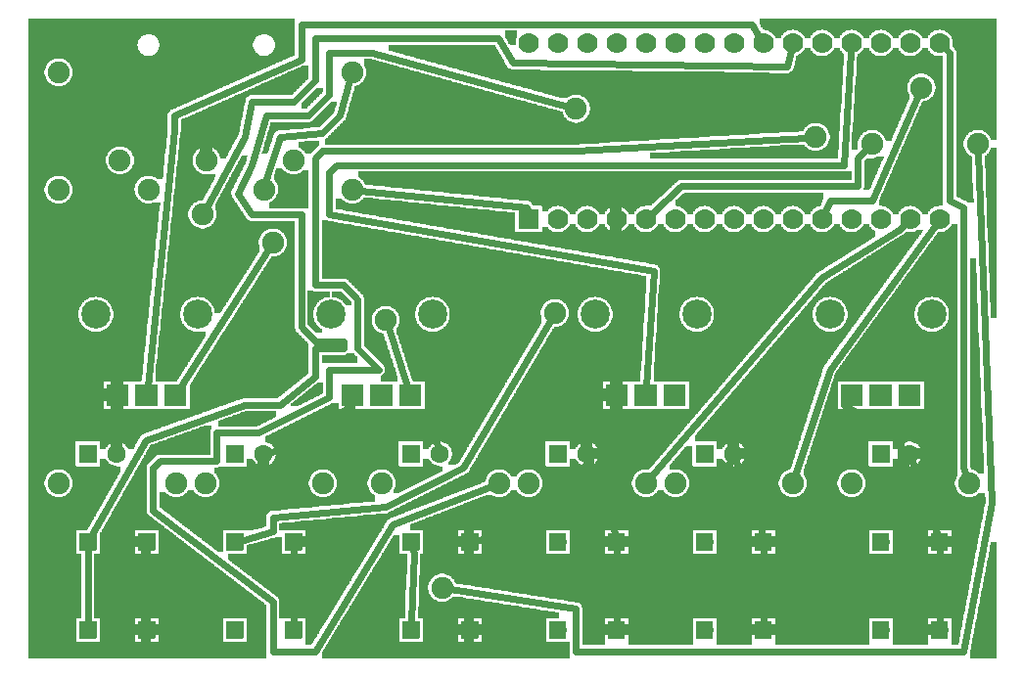
<source format=gtl>
G04 MADE WITH FRITZING*
G04 WWW.FRITZING.ORG*
G04 DOUBLE SIDED*
G04 HOLES PLATED*
G04 CONTOUR ON CENTER OF CONTOUR VECTOR*
%ASAXBY*%
%FSLAX23Y23*%
%MOIN*%
%OFA0B0*%
%SFA1.0B1.0*%
%ADD10C,0.075000*%
%ADD11C,0.075433*%
%ADD12C,0.070000*%
%ADD13C,0.059370*%
%ADD14C,0.062992*%
%ADD15C,0.074000*%
%ADD16C,0.098740*%
%ADD17C,0.075118*%
%ADD18R,0.070000X0.069972*%
%ADD19R,0.062992X0.062992*%
%ADD20C,0.024000*%
%ADD21R,0.001000X0.001000*%
%LNCOPPER1*%
G90*
G70*
G54D10*
X254Y2042D03*
X3260Y2144D03*
X3085Y1792D03*
X1556Y2084D03*
X940Y1634D03*
X1775Y1642D03*
X1121Y1458D03*
G54D11*
X1834Y1218D03*
X2722Y1818D03*
X2914Y1794D03*
X1906Y1914D03*
X634Y1554D03*
X874Y1458D03*
X1258Y1194D03*
X3082Y1986D03*
X3274Y1794D03*
X1450Y282D03*
G54D12*
X1744Y1538D03*
X1844Y1538D03*
X1944Y1538D03*
X2044Y1538D03*
X2144Y1538D03*
X2244Y1538D03*
X2344Y1538D03*
X2444Y1538D03*
X2544Y1538D03*
X2644Y1538D03*
X2744Y1538D03*
X2844Y1538D03*
X2944Y1538D03*
X3044Y1538D03*
X3144Y1538D03*
X1744Y2138D03*
X1844Y2138D03*
X1944Y2138D03*
X2044Y2138D03*
X2144Y2138D03*
X2244Y2138D03*
X2344Y2138D03*
X2444Y2138D03*
X2544Y2138D03*
X2644Y2138D03*
X2744Y2138D03*
X2844Y2138D03*
X2944Y2138D03*
X3044Y2138D03*
X3144Y2138D03*
G54D13*
X3144Y438D03*
X3144Y138D03*
X2944Y438D03*
X2944Y138D03*
X3144Y438D03*
X3144Y138D03*
X2944Y438D03*
X2944Y138D03*
X2544Y438D03*
X2544Y138D03*
X2344Y438D03*
X2344Y138D03*
X2544Y438D03*
X2544Y138D03*
X2344Y438D03*
X2344Y138D03*
X2044Y438D03*
X2044Y138D03*
X1844Y438D03*
X1844Y138D03*
X2044Y438D03*
X2044Y138D03*
X1844Y438D03*
X1844Y138D03*
X1544Y438D03*
X1544Y138D03*
X1344Y438D03*
X1344Y138D03*
X1544Y438D03*
X1544Y138D03*
X1344Y438D03*
X1344Y138D03*
X944Y438D03*
X944Y138D03*
X744Y438D03*
X744Y138D03*
X944Y438D03*
X944Y138D03*
X744Y438D03*
X744Y138D03*
X444Y438D03*
X444Y138D03*
X244Y438D03*
X244Y138D03*
X444Y438D03*
X444Y138D03*
X244Y438D03*
X244Y138D03*
G54D14*
X2944Y738D03*
X3042Y738D03*
X2344Y738D03*
X2442Y738D03*
X1844Y738D03*
X1942Y738D03*
X744Y738D03*
X842Y738D03*
X244Y738D03*
X342Y738D03*
X1344Y738D03*
X1442Y738D03*
G54D15*
X2046Y938D03*
X2144Y938D03*
X2242Y938D03*
G54D16*
X1971Y1214D03*
X2317Y1214D03*
G54D15*
X2046Y938D03*
X2144Y938D03*
X2242Y938D03*
G54D16*
X1971Y1214D03*
X2317Y1214D03*
G54D15*
X346Y938D03*
X444Y938D03*
X542Y938D03*
G54D16*
X271Y1214D03*
X617Y1214D03*
G54D15*
X346Y938D03*
X444Y938D03*
X542Y938D03*
G54D16*
X271Y1214D03*
X617Y1214D03*
G54D15*
X2846Y938D03*
X2944Y938D03*
X3042Y938D03*
G54D16*
X2771Y1214D03*
X3117Y1214D03*
G54D15*
X2846Y938D03*
X2944Y938D03*
X3042Y938D03*
G54D16*
X2771Y1214D03*
X3117Y1214D03*
G54D15*
X1146Y938D03*
X1244Y938D03*
X1342Y938D03*
G54D16*
X1071Y1214D03*
X1417Y1214D03*
G54D15*
X1146Y938D03*
X1244Y938D03*
X1342Y938D03*
G54D16*
X1071Y1214D03*
X1417Y1214D03*
G54D17*
X648Y1738D03*
X353Y1738D03*
X944Y1738D03*
X844Y1639D03*
X450Y1638D03*
X648Y1738D03*
X353Y1738D03*
X944Y1738D03*
X844Y1639D03*
X450Y1638D03*
G54D10*
X144Y2038D03*
X144Y1638D03*
X144Y638D03*
X544Y638D03*
X644Y638D03*
X1044Y638D03*
X1244Y638D03*
X1644Y638D03*
X1744Y638D03*
X2144Y638D03*
X2244Y638D03*
X2644Y638D03*
X2844Y638D03*
X3244Y638D03*
X1144Y2038D03*
X1144Y1638D03*
G54D18*
X1744Y1538D03*
G54D19*
X2944Y738D03*
X2344Y738D03*
X1844Y738D03*
X744Y738D03*
X244Y738D03*
X1344Y738D03*
G54D20*
X1738Y1578D02*
X1172Y1635D01*
D02*
X1740Y1567D02*
X1738Y1578D01*
D02*
X3178Y2106D02*
X3165Y2118D01*
D02*
X3178Y1602D02*
X3178Y2106D01*
D02*
X3226Y1578D02*
X3178Y1602D01*
D02*
X3226Y690D02*
X3226Y1578D01*
D02*
X3235Y665D02*
X3226Y690D01*
D02*
X898Y1818D02*
X1042Y1830D01*
D02*
X850Y1674D02*
X898Y1818D01*
D02*
X850Y1677D02*
X850Y1674D01*
D02*
X1102Y1890D02*
X1136Y2011D01*
D02*
X1042Y1830D02*
X1102Y1890D01*
D02*
X2653Y665D02*
X2770Y1026D01*
D02*
X2770Y1026D02*
X3127Y1515D01*
D02*
X2146Y969D02*
X2170Y1362D01*
D02*
X2170Y1362D02*
X1066Y1554D01*
D02*
X2163Y660D02*
X2743Y1338D01*
D02*
X2818Y1722D02*
X2842Y2109D01*
D02*
X1090Y1722D02*
X2818Y1722D01*
D02*
X1066Y1698D02*
X1090Y1722D01*
D02*
X1066Y1554D02*
X1066Y1698D01*
D02*
X2743Y1338D02*
X3010Y1506D01*
D02*
X3010Y1506D02*
X3023Y1518D01*
D02*
X1345Y169D02*
X1354Y402D01*
D02*
X1354Y402D02*
X1352Y408D01*
D02*
X1819Y1193D02*
X1522Y690D01*
D02*
X1522Y690D02*
X1258Y558D01*
D02*
X874Y474D02*
X774Y446D01*
D02*
X874Y522D02*
X874Y474D01*
D02*
X1258Y558D02*
X874Y522D01*
D02*
X944Y169D02*
X944Y407D01*
D02*
X1138Y906D02*
X994Y786D01*
D02*
X1138Y908D02*
X1138Y906D01*
D02*
X994Y786D02*
X868Y746D01*
D02*
X1426Y798D02*
X1138Y882D01*
D02*
X1435Y764D02*
X1426Y798D01*
D02*
X1138Y882D02*
X1141Y908D01*
D02*
X1954Y714D02*
X1690Y474D01*
D02*
X1954Y714D02*
X1954Y714D01*
D02*
X1690Y474D02*
X1574Y445D01*
D02*
X2026Y522D02*
X1952Y713D01*
D02*
X2037Y468D02*
X2026Y522D01*
D02*
X2044Y169D02*
X2044Y407D01*
D02*
X2434Y714D02*
X2314Y570D01*
D02*
X2433Y713D02*
X2434Y714D01*
D02*
X2050Y570D02*
X2026Y522D01*
D02*
X2314Y570D02*
X2050Y570D01*
D02*
X2530Y522D02*
X2452Y713D01*
D02*
X2539Y468D02*
X2530Y522D01*
D02*
X2544Y169D02*
X2544Y407D01*
D02*
X2914Y570D02*
X2530Y522D01*
D02*
X3010Y666D02*
X2914Y570D01*
D02*
X3010Y834D02*
X3010Y666D01*
D02*
X2938Y834D02*
X3010Y834D01*
D02*
X2818Y906D02*
X2938Y834D01*
D02*
X2825Y915D02*
X2818Y906D01*
D02*
X3031Y714D02*
X3010Y666D01*
D02*
X3134Y467D02*
X3051Y713D01*
D02*
X1617Y628D02*
X1282Y498D01*
D02*
X3144Y169D02*
X3144Y407D01*
D02*
X1282Y498D02*
X1018Y66D01*
D02*
X874Y234D02*
X466Y546D01*
D02*
X874Y66D02*
X874Y234D01*
D02*
X1018Y66D02*
X874Y66D01*
D02*
X466Y546D02*
X466Y690D01*
D02*
X826Y810D02*
X1066Y930D01*
D02*
X682Y810D02*
X826Y810D01*
D02*
X682Y714D02*
X682Y810D01*
D02*
X490Y714D02*
X682Y714D01*
D02*
X466Y690D02*
X490Y714D01*
D02*
X1162Y1266D02*
X1114Y1314D01*
D02*
X1162Y1098D02*
X1162Y1266D01*
D02*
X1234Y1026D02*
X1162Y1098D01*
D02*
X1066Y1026D02*
X1234Y1026D01*
D02*
X1066Y930D02*
X1066Y1026D01*
D02*
X1906Y1770D02*
X2693Y1816D01*
D02*
X1042Y1770D02*
X1906Y1770D01*
D02*
X1018Y1746D02*
X1042Y1770D01*
D02*
X1018Y1314D02*
X1018Y1746D01*
D02*
X1114Y1314D02*
X1018Y1314D01*
D02*
X244Y169D02*
X244Y407D01*
D02*
X2165Y1558D02*
X2266Y1650D01*
D02*
X2866Y1746D02*
X2893Y1774D01*
D02*
X2866Y1650D02*
X2866Y1746D01*
D02*
X2266Y1650D02*
X2866Y1650D01*
D02*
X1878Y1922D02*
X1210Y2106D01*
D02*
X850Y1890D02*
X802Y1722D01*
D02*
X994Y1890D02*
X850Y1890D01*
D02*
X1066Y1962D02*
X994Y1890D01*
D02*
X1066Y2106D02*
X1066Y1962D01*
D02*
X1210Y2106D02*
X1066Y2106D01*
D02*
X754Y1626D02*
X802Y1554D01*
D02*
X802Y1722D02*
X754Y1626D01*
D02*
X1018Y1122D02*
X1114Y1122D01*
D02*
X970Y1170D02*
X1018Y1122D01*
D02*
X970Y1554D02*
X970Y1170D01*
D02*
X802Y1554D02*
X970Y1554D01*
D02*
X778Y906D02*
X442Y786D01*
D02*
X898Y906D02*
X778Y906D01*
D02*
X1018Y1002D02*
X898Y906D01*
D02*
X1018Y1098D02*
X1018Y1002D01*
D02*
X1114Y1098D02*
X1018Y1098D01*
D02*
X1114Y1122D02*
X1114Y1098D01*
D02*
X442Y786D02*
X259Y465D01*
D02*
X778Y1818D02*
X802Y1938D01*
D02*
X648Y1579D02*
X778Y1818D01*
D02*
X1642Y2154D02*
X1690Y2070D01*
D02*
X1018Y2154D02*
X1642Y2154D01*
D02*
X1018Y2010D02*
X1018Y2154D01*
D02*
X946Y1938D02*
X1018Y2010D01*
D02*
X802Y1938D02*
X946Y1938D01*
D02*
X1690Y2070D02*
X2626Y2058D01*
D02*
X2626Y2058D02*
X2638Y2110D01*
D02*
X559Y964D02*
X858Y1434D01*
D02*
X1267Y1167D02*
X1333Y967D01*
D02*
X2755Y1565D02*
X2770Y1602D01*
D02*
X2914Y1602D02*
X3070Y1960D01*
D02*
X2770Y1602D02*
X2914Y1602D01*
D02*
X3275Y1765D02*
X3322Y570D01*
D02*
X1906Y210D02*
X1478Y278D01*
D02*
X1906Y66D02*
X1906Y210D01*
D02*
X3226Y66D02*
X1906Y66D01*
D02*
X3322Y570D02*
X3226Y66D01*
D02*
X447Y969D02*
X538Y1842D01*
D02*
X538Y1890D02*
X970Y2082D01*
D02*
X538Y1842D02*
X538Y1890D01*
D02*
X970Y2202D02*
X2506Y2202D01*
D02*
X970Y2082D02*
X970Y2202D01*
D02*
X2506Y2202D02*
X2529Y2163D01*
G36*
X40Y2220D02*
X40Y2168D01*
X854Y2168D01*
X854Y2166D01*
X860Y2166D01*
X860Y2164D01*
X862Y2164D01*
X862Y2162D01*
X866Y2162D01*
X866Y2160D01*
X868Y2160D01*
X868Y2158D01*
X870Y2158D01*
X870Y2156D01*
X872Y2156D01*
X872Y2154D01*
X874Y2154D01*
X874Y2152D01*
X876Y2152D01*
X876Y2148D01*
X878Y2148D01*
X878Y2142D01*
X880Y2142D01*
X880Y2132D01*
X882Y2132D01*
X882Y2130D01*
X880Y2130D01*
X880Y2120D01*
X878Y2120D01*
X878Y2114D01*
X876Y2114D01*
X876Y2110D01*
X874Y2110D01*
X874Y2108D01*
X872Y2108D01*
X872Y2106D01*
X870Y2106D01*
X870Y2104D01*
X868Y2104D01*
X868Y2102D01*
X866Y2102D01*
X866Y2100D01*
X862Y2100D01*
X862Y2098D01*
X858Y2098D01*
X858Y2096D01*
X852Y2096D01*
X852Y2094D01*
X944Y2094D01*
X944Y2096D01*
X948Y2096D01*
X948Y2220D01*
X40Y2220D01*
G37*
D02*
G36*
X40Y2168D02*
X40Y2094D01*
X442Y2094D01*
X442Y2096D01*
X436Y2096D01*
X436Y2098D01*
X432Y2098D01*
X432Y2100D01*
X428Y2100D01*
X428Y2102D01*
X426Y2102D01*
X426Y2104D01*
X424Y2104D01*
X424Y2106D01*
X422Y2106D01*
X422Y2108D01*
X420Y2108D01*
X420Y2110D01*
X418Y2110D01*
X418Y2114D01*
X416Y2114D01*
X416Y2120D01*
X414Y2120D01*
X414Y2128D01*
X412Y2128D01*
X412Y2134D01*
X414Y2134D01*
X414Y2144D01*
X416Y2144D01*
X416Y2148D01*
X418Y2148D01*
X418Y2152D01*
X420Y2152D01*
X420Y2154D01*
X422Y2154D01*
X422Y2156D01*
X424Y2156D01*
X424Y2158D01*
X426Y2158D01*
X426Y2160D01*
X428Y2160D01*
X428Y2162D01*
X430Y2162D01*
X430Y2164D01*
X434Y2164D01*
X434Y2166D01*
X440Y2166D01*
X440Y2168D01*
X40Y2168D01*
G37*
D02*
G36*
X460Y2168D02*
X460Y2166D01*
X466Y2166D01*
X466Y2164D01*
X470Y2164D01*
X470Y2162D01*
X472Y2162D01*
X472Y2160D01*
X476Y2160D01*
X476Y2158D01*
X478Y2158D01*
X478Y2156D01*
X480Y2156D01*
X480Y2152D01*
X482Y2152D01*
X482Y2148D01*
X484Y2148D01*
X484Y2144D01*
X486Y2144D01*
X486Y2138D01*
X488Y2138D01*
X488Y2124D01*
X486Y2124D01*
X486Y2118D01*
X484Y2118D01*
X484Y2114D01*
X482Y2114D01*
X482Y2110D01*
X480Y2110D01*
X480Y2108D01*
X478Y2108D01*
X478Y2104D01*
X474Y2104D01*
X474Y2102D01*
X472Y2102D01*
X472Y2100D01*
X470Y2100D01*
X470Y2098D01*
X466Y2098D01*
X466Y2096D01*
X460Y2096D01*
X460Y2094D01*
X834Y2094D01*
X834Y2096D01*
X828Y2096D01*
X828Y2098D01*
X824Y2098D01*
X824Y2100D01*
X822Y2100D01*
X822Y2102D01*
X820Y2102D01*
X820Y2104D01*
X816Y2104D01*
X816Y2108D01*
X814Y2108D01*
X814Y2110D01*
X812Y2110D01*
X812Y2114D01*
X810Y2114D01*
X810Y2118D01*
X808Y2118D01*
X808Y2124D01*
X806Y2124D01*
X806Y2138D01*
X808Y2138D01*
X808Y2146D01*
X810Y2146D01*
X810Y2150D01*
X812Y2150D01*
X812Y2152D01*
X814Y2152D01*
X814Y2156D01*
X816Y2156D01*
X816Y2158D01*
X818Y2158D01*
X818Y2160D01*
X822Y2160D01*
X822Y2162D01*
X824Y2162D01*
X824Y2164D01*
X828Y2164D01*
X828Y2166D01*
X834Y2166D01*
X834Y2168D01*
X460Y2168D01*
G37*
D02*
G36*
X40Y2094D02*
X40Y2092D01*
X940Y2092D01*
X940Y2094D01*
X40Y2094D01*
G37*
D02*
G36*
X40Y2094D02*
X40Y2092D01*
X940Y2092D01*
X940Y2094D01*
X40Y2094D01*
G37*
D02*
G36*
X40Y2094D02*
X40Y2092D01*
X940Y2092D01*
X940Y2094D01*
X40Y2094D01*
G37*
D02*
G36*
X40Y2092D02*
X40Y2086D01*
X152Y2086D01*
X152Y2084D01*
X160Y2084D01*
X160Y2082D01*
X164Y2082D01*
X164Y2080D01*
X168Y2080D01*
X168Y2078D01*
X172Y2078D01*
X172Y2076D01*
X174Y2076D01*
X174Y2074D01*
X176Y2074D01*
X176Y2072D01*
X178Y2072D01*
X178Y2070D01*
X180Y2070D01*
X180Y2068D01*
X182Y2068D01*
X182Y2066D01*
X184Y2066D01*
X184Y2062D01*
X186Y2062D01*
X186Y2058D01*
X188Y2058D01*
X188Y2052D01*
X190Y2052D01*
X190Y2044D01*
X192Y2044D01*
X192Y2032D01*
X190Y2032D01*
X190Y2024D01*
X188Y2024D01*
X188Y2018D01*
X186Y2018D01*
X186Y2014D01*
X184Y2014D01*
X184Y2012D01*
X182Y2012D01*
X182Y2008D01*
X180Y2008D01*
X180Y2006D01*
X178Y2006D01*
X178Y2004D01*
X176Y2004D01*
X176Y2002D01*
X174Y2002D01*
X174Y2000D01*
X170Y2000D01*
X170Y1998D01*
X168Y1998D01*
X168Y1996D01*
X164Y1996D01*
X164Y1994D01*
X158Y1994D01*
X158Y1992D01*
X148Y1992D01*
X148Y1990D01*
X710Y1990D01*
X710Y1992D01*
X714Y1992D01*
X714Y1994D01*
X720Y1994D01*
X720Y1996D01*
X724Y1996D01*
X724Y1998D01*
X728Y1998D01*
X728Y2000D01*
X732Y2000D01*
X732Y2002D01*
X738Y2002D01*
X738Y2004D01*
X742Y2004D01*
X742Y2006D01*
X746Y2006D01*
X746Y2008D01*
X750Y2008D01*
X750Y2010D01*
X756Y2010D01*
X756Y2012D01*
X760Y2012D01*
X760Y2014D01*
X764Y2014D01*
X764Y2016D01*
X768Y2016D01*
X768Y2018D01*
X774Y2018D01*
X774Y2020D01*
X778Y2020D01*
X778Y2022D01*
X782Y2022D01*
X782Y2024D01*
X786Y2024D01*
X786Y2026D01*
X792Y2026D01*
X792Y2028D01*
X796Y2028D01*
X796Y2030D01*
X800Y2030D01*
X800Y2032D01*
X804Y2032D01*
X804Y2034D01*
X810Y2034D01*
X810Y2036D01*
X814Y2036D01*
X814Y2038D01*
X818Y2038D01*
X818Y2040D01*
X822Y2040D01*
X822Y2042D01*
X828Y2042D01*
X828Y2044D01*
X832Y2044D01*
X832Y2046D01*
X836Y2046D01*
X836Y2048D01*
X840Y2048D01*
X840Y2050D01*
X846Y2050D01*
X846Y2052D01*
X850Y2052D01*
X850Y2054D01*
X854Y2054D01*
X854Y2056D01*
X858Y2056D01*
X858Y2058D01*
X864Y2058D01*
X864Y2060D01*
X868Y2060D01*
X868Y2062D01*
X872Y2062D01*
X872Y2064D01*
X876Y2064D01*
X876Y2066D01*
X882Y2066D01*
X882Y2068D01*
X886Y2068D01*
X886Y2070D01*
X890Y2070D01*
X890Y2072D01*
X894Y2072D01*
X894Y2074D01*
X900Y2074D01*
X900Y2076D01*
X904Y2076D01*
X904Y2078D01*
X908Y2078D01*
X908Y2080D01*
X912Y2080D01*
X912Y2082D01*
X918Y2082D01*
X918Y2084D01*
X922Y2084D01*
X922Y2086D01*
X926Y2086D01*
X926Y2088D01*
X930Y2088D01*
X930Y2090D01*
X936Y2090D01*
X936Y2092D01*
X40Y2092D01*
G37*
D02*
G36*
X40Y2086D02*
X40Y1990D01*
X140Y1990D01*
X140Y1992D01*
X130Y1992D01*
X130Y1994D01*
X124Y1994D01*
X124Y1996D01*
X120Y1996D01*
X120Y1998D01*
X118Y1998D01*
X118Y2000D01*
X114Y2000D01*
X114Y2002D01*
X112Y2002D01*
X112Y2004D01*
X110Y2004D01*
X110Y2006D01*
X108Y2006D01*
X108Y2008D01*
X106Y2008D01*
X106Y2012D01*
X104Y2012D01*
X104Y2014D01*
X102Y2014D01*
X102Y2018D01*
X100Y2018D01*
X100Y2024D01*
X98Y2024D01*
X98Y2032D01*
X96Y2032D01*
X96Y2044D01*
X98Y2044D01*
X98Y2052D01*
X100Y2052D01*
X100Y2058D01*
X102Y2058D01*
X102Y2062D01*
X104Y2062D01*
X104Y2066D01*
X106Y2066D01*
X106Y2068D01*
X108Y2068D01*
X108Y2070D01*
X110Y2070D01*
X110Y2072D01*
X112Y2072D01*
X112Y2074D01*
X114Y2074D01*
X114Y2076D01*
X116Y2076D01*
X116Y2078D01*
X120Y2078D01*
X120Y2080D01*
X124Y2080D01*
X124Y2082D01*
X128Y2082D01*
X128Y2084D01*
X136Y2084D01*
X136Y2086D01*
X40Y2086D01*
G37*
D02*
G36*
X976Y2062D02*
X976Y2060D01*
X972Y2060D01*
X972Y2058D01*
X968Y2058D01*
X968Y2056D01*
X962Y2056D01*
X962Y2054D01*
X958Y2054D01*
X958Y2052D01*
X954Y2052D01*
X954Y2050D01*
X950Y2050D01*
X950Y2048D01*
X944Y2048D01*
X944Y2046D01*
X940Y2046D01*
X940Y2044D01*
X936Y2044D01*
X936Y2042D01*
X932Y2042D01*
X932Y2040D01*
X926Y2040D01*
X926Y2038D01*
X922Y2038D01*
X922Y2036D01*
X918Y2036D01*
X918Y2034D01*
X914Y2034D01*
X914Y2032D01*
X908Y2032D01*
X908Y2030D01*
X904Y2030D01*
X904Y2028D01*
X900Y2028D01*
X900Y2026D01*
X896Y2026D01*
X896Y2024D01*
X890Y2024D01*
X890Y2022D01*
X886Y2022D01*
X886Y2020D01*
X882Y2020D01*
X882Y2018D01*
X878Y2018D01*
X878Y2016D01*
X872Y2016D01*
X872Y2014D01*
X868Y2014D01*
X868Y2012D01*
X864Y2012D01*
X864Y2010D01*
X860Y2010D01*
X860Y2008D01*
X854Y2008D01*
X854Y2006D01*
X850Y2006D01*
X850Y2004D01*
X846Y2004D01*
X846Y2002D01*
X842Y2002D01*
X842Y2000D01*
X836Y2000D01*
X836Y1998D01*
X832Y1998D01*
X832Y1996D01*
X828Y1996D01*
X828Y1994D01*
X824Y1994D01*
X824Y1992D01*
X818Y1992D01*
X818Y1990D01*
X814Y1990D01*
X814Y1988D01*
X810Y1988D01*
X810Y1986D01*
X806Y1986D01*
X806Y1984D01*
X800Y1984D01*
X800Y1982D01*
X796Y1982D01*
X796Y1980D01*
X792Y1980D01*
X792Y1978D01*
X788Y1978D01*
X788Y1976D01*
X782Y1976D01*
X782Y1974D01*
X778Y1974D01*
X778Y1972D01*
X774Y1972D01*
X774Y1970D01*
X770Y1970D01*
X770Y1968D01*
X764Y1968D01*
X764Y1966D01*
X760Y1966D01*
X760Y1964D01*
X756Y1964D01*
X756Y1962D01*
X752Y1962D01*
X752Y1960D01*
X746Y1960D01*
X746Y1958D01*
X742Y1958D01*
X742Y1956D01*
X738Y1956D01*
X738Y1954D01*
X734Y1954D01*
X734Y1952D01*
X728Y1952D01*
X728Y1950D01*
X724Y1950D01*
X724Y1948D01*
X720Y1948D01*
X720Y1946D01*
X716Y1946D01*
X716Y1944D01*
X710Y1944D01*
X710Y1942D01*
X706Y1942D01*
X706Y1940D01*
X702Y1940D01*
X702Y1938D01*
X698Y1938D01*
X698Y1936D01*
X692Y1936D01*
X692Y1934D01*
X688Y1934D01*
X688Y1932D01*
X684Y1932D01*
X684Y1930D01*
X680Y1930D01*
X680Y1928D01*
X674Y1928D01*
X674Y1926D01*
X670Y1926D01*
X670Y1924D01*
X666Y1924D01*
X666Y1922D01*
X662Y1922D01*
X662Y1920D01*
X656Y1920D01*
X656Y1918D01*
X652Y1918D01*
X652Y1916D01*
X648Y1916D01*
X648Y1914D01*
X644Y1914D01*
X644Y1912D01*
X638Y1912D01*
X638Y1910D01*
X634Y1910D01*
X634Y1908D01*
X630Y1908D01*
X630Y1906D01*
X626Y1906D01*
X626Y1904D01*
X620Y1904D01*
X620Y1902D01*
X616Y1902D01*
X616Y1900D01*
X612Y1900D01*
X612Y1898D01*
X608Y1898D01*
X608Y1896D01*
X602Y1896D01*
X602Y1894D01*
X598Y1894D01*
X598Y1892D01*
X594Y1892D01*
X594Y1890D01*
X590Y1890D01*
X590Y1888D01*
X584Y1888D01*
X584Y1886D01*
X580Y1886D01*
X580Y1884D01*
X576Y1884D01*
X576Y1882D01*
X572Y1882D01*
X572Y1880D01*
X566Y1880D01*
X566Y1878D01*
X562Y1878D01*
X562Y1876D01*
X560Y1876D01*
X560Y1834D01*
X558Y1834D01*
X558Y1814D01*
X556Y1814D01*
X556Y1796D01*
X554Y1796D01*
X554Y1786D01*
X654Y1786D01*
X654Y1784D01*
X662Y1784D01*
X662Y1782D01*
X668Y1782D01*
X668Y1780D01*
X670Y1780D01*
X670Y1778D01*
X674Y1778D01*
X674Y1776D01*
X676Y1776D01*
X676Y1774D01*
X680Y1774D01*
X680Y1772D01*
X682Y1772D01*
X682Y1770D01*
X684Y1770D01*
X684Y1766D01*
X686Y1766D01*
X686Y1764D01*
X688Y1764D01*
X688Y1760D01*
X690Y1760D01*
X690Y1756D01*
X692Y1756D01*
X692Y1750D01*
X694Y1750D01*
X694Y1746D01*
X714Y1746D01*
X714Y1750D01*
X716Y1750D01*
X716Y1752D01*
X718Y1752D01*
X718Y1756D01*
X720Y1756D01*
X720Y1760D01*
X722Y1760D01*
X722Y1764D01*
X724Y1764D01*
X724Y1768D01*
X726Y1768D01*
X726Y1772D01*
X728Y1772D01*
X728Y1774D01*
X730Y1774D01*
X730Y1778D01*
X732Y1778D01*
X732Y1782D01*
X734Y1782D01*
X734Y1786D01*
X736Y1786D01*
X736Y1790D01*
X738Y1790D01*
X738Y1794D01*
X740Y1794D01*
X740Y1796D01*
X742Y1796D01*
X742Y1800D01*
X744Y1800D01*
X744Y1804D01*
X746Y1804D01*
X746Y1808D01*
X748Y1808D01*
X748Y1812D01*
X750Y1812D01*
X750Y1816D01*
X752Y1816D01*
X752Y1818D01*
X754Y1818D01*
X754Y1822D01*
X756Y1822D01*
X756Y1826D01*
X758Y1826D01*
X758Y1836D01*
X760Y1836D01*
X760Y1846D01*
X762Y1846D01*
X762Y1856D01*
X764Y1856D01*
X764Y1866D01*
X766Y1866D01*
X766Y1876D01*
X768Y1876D01*
X768Y1886D01*
X770Y1886D01*
X770Y1896D01*
X772Y1896D01*
X772Y1906D01*
X774Y1906D01*
X774Y1916D01*
X776Y1916D01*
X776Y1926D01*
X778Y1926D01*
X778Y1936D01*
X780Y1936D01*
X780Y1946D01*
X782Y1946D01*
X782Y1950D01*
X784Y1950D01*
X784Y1952D01*
X786Y1952D01*
X786Y1954D01*
X788Y1954D01*
X788Y1956D01*
X790Y1956D01*
X790Y1958D01*
X794Y1958D01*
X794Y1960D01*
X938Y1960D01*
X938Y1962D01*
X940Y1962D01*
X940Y1964D01*
X942Y1964D01*
X942Y1966D01*
X944Y1966D01*
X944Y1968D01*
X946Y1968D01*
X946Y1970D01*
X948Y1970D01*
X948Y1972D01*
X950Y1972D01*
X950Y1974D01*
X952Y1974D01*
X952Y1976D01*
X954Y1976D01*
X954Y1978D01*
X956Y1978D01*
X956Y1980D01*
X958Y1980D01*
X958Y1982D01*
X960Y1982D01*
X960Y1984D01*
X962Y1984D01*
X962Y1986D01*
X964Y1986D01*
X964Y1988D01*
X966Y1988D01*
X966Y1990D01*
X968Y1990D01*
X968Y1992D01*
X970Y1992D01*
X970Y1994D01*
X972Y1994D01*
X972Y1996D01*
X974Y1996D01*
X974Y1998D01*
X976Y1998D01*
X976Y2000D01*
X978Y2000D01*
X978Y2002D01*
X980Y2002D01*
X980Y2004D01*
X982Y2004D01*
X982Y2006D01*
X984Y2006D01*
X984Y2008D01*
X986Y2008D01*
X986Y2010D01*
X988Y2010D01*
X988Y2012D01*
X990Y2012D01*
X990Y2014D01*
X992Y2014D01*
X992Y2016D01*
X994Y2016D01*
X994Y2018D01*
X996Y2018D01*
X996Y2062D01*
X976Y2062D01*
G37*
D02*
G36*
X40Y1990D02*
X40Y1988D01*
X706Y1988D01*
X706Y1990D01*
X40Y1990D01*
G37*
D02*
G36*
X40Y1990D02*
X40Y1988D01*
X706Y1988D01*
X706Y1990D01*
X40Y1990D01*
G37*
D02*
G36*
X40Y1988D02*
X40Y1786D01*
X362Y1786D01*
X362Y1784D01*
X368Y1784D01*
X368Y1782D01*
X374Y1782D01*
X374Y1780D01*
X378Y1780D01*
X378Y1778D01*
X380Y1778D01*
X380Y1776D01*
X382Y1776D01*
X382Y1774D01*
X386Y1774D01*
X386Y1772D01*
X388Y1772D01*
X388Y1770D01*
X390Y1770D01*
X390Y1766D01*
X392Y1766D01*
X392Y1764D01*
X394Y1764D01*
X394Y1760D01*
X396Y1760D01*
X396Y1756D01*
X398Y1756D01*
X398Y1750D01*
X400Y1750D01*
X400Y1726D01*
X398Y1726D01*
X398Y1720D01*
X396Y1720D01*
X396Y1716D01*
X394Y1716D01*
X394Y1712D01*
X392Y1712D01*
X392Y1710D01*
X390Y1710D01*
X390Y1708D01*
X388Y1708D01*
X388Y1706D01*
X386Y1706D01*
X386Y1704D01*
X384Y1704D01*
X384Y1702D01*
X382Y1702D01*
X382Y1700D01*
X380Y1700D01*
X380Y1698D01*
X376Y1698D01*
X376Y1696D01*
X372Y1696D01*
X372Y1694D01*
X366Y1694D01*
X366Y1692D01*
X358Y1692D01*
X358Y1690D01*
X500Y1690D01*
X500Y1702D01*
X502Y1702D01*
X502Y1720D01*
X504Y1720D01*
X504Y1740D01*
X506Y1740D01*
X506Y1760D01*
X508Y1760D01*
X508Y1778D01*
X510Y1778D01*
X510Y1798D01*
X512Y1798D01*
X512Y1816D01*
X514Y1816D01*
X514Y1836D01*
X516Y1836D01*
X516Y1898D01*
X518Y1898D01*
X518Y1902D01*
X520Y1902D01*
X520Y1904D01*
X522Y1904D01*
X522Y1906D01*
X524Y1906D01*
X524Y1908D01*
X526Y1908D01*
X526Y1910D01*
X530Y1910D01*
X530Y1912D01*
X534Y1912D01*
X534Y1914D01*
X540Y1914D01*
X540Y1916D01*
X544Y1916D01*
X544Y1918D01*
X548Y1918D01*
X548Y1920D01*
X552Y1920D01*
X552Y1922D01*
X558Y1922D01*
X558Y1924D01*
X562Y1924D01*
X562Y1926D01*
X566Y1926D01*
X566Y1928D01*
X570Y1928D01*
X570Y1930D01*
X576Y1930D01*
X576Y1932D01*
X580Y1932D01*
X580Y1934D01*
X584Y1934D01*
X584Y1936D01*
X588Y1936D01*
X588Y1938D01*
X594Y1938D01*
X594Y1940D01*
X598Y1940D01*
X598Y1942D01*
X602Y1942D01*
X602Y1944D01*
X606Y1944D01*
X606Y1946D01*
X612Y1946D01*
X612Y1948D01*
X616Y1948D01*
X616Y1950D01*
X620Y1950D01*
X620Y1952D01*
X624Y1952D01*
X624Y1954D01*
X630Y1954D01*
X630Y1956D01*
X634Y1956D01*
X634Y1958D01*
X638Y1958D01*
X638Y1960D01*
X642Y1960D01*
X642Y1962D01*
X648Y1962D01*
X648Y1964D01*
X652Y1964D01*
X652Y1966D01*
X656Y1966D01*
X656Y1968D01*
X660Y1968D01*
X660Y1970D01*
X666Y1970D01*
X666Y1972D01*
X670Y1972D01*
X670Y1974D01*
X674Y1974D01*
X674Y1976D01*
X678Y1976D01*
X678Y1978D01*
X684Y1978D01*
X684Y1980D01*
X688Y1980D01*
X688Y1982D01*
X692Y1982D01*
X692Y1984D01*
X696Y1984D01*
X696Y1986D01*
X702Y1986D01*
X702Y1988D01*
X40Y1988D01*
G37*
D02*
G36*
X40Y1786D02*
X40Y1690D01*
X348Y1690D01*
X348Y1692D01*
X340Y1692D01*
X340Y1694D01*
X334Y1694D01*
X334Y1696D01*
X330Y1696D01*
X330Y1698D01*
X326Y1698D01*
X326Y1700D01*
X324Y1700D01*
X324Y1702D01*
X322Y1702D01*
X322Y1704D01*
X320Y1704D01*
X320Y1706D01*
X318Y1706D01*
X318Y1708D01*
X316Y1708D01*
X316Y1710D01*
X314Y1710D01*
X314Y1712D01*
X312Y1712D01*
X312Y1716D01*
X310Y1716D01*
X310Y1720D01*
X308Y1720D01*
X308Y1728D01*
X306Y1728D01*
X306Y1750D01*
X308Y1750D01*
X308Y1756D01*
X310Y1756D01*
X310Y1760D01*
X312Y1760D01*
X312Y1764D01*
X314Y1764D01*
X314Y1766D01*
X316Y1766D01*
X316Y1768D01*
X318Y1768D01*
X318Y1772D01*
X320Y1772D01*
X320Y1774D01*
X324Y1774D01*
X324Y1776D01*
X326Y1776D01*
X326Y1778D01*
X330Y1778D01*
X330Y1780D01*
X332Y1780D01*
X332Y1782D01*
X338Y1782D01*
X338Y1784D01*
X344Y1784D01*
X344Y1786D01*
X40Y1786D01*
G37*
D02*
G36*
X554Y1786D02*
X554Y1776D01*
X552Y1776D01*
X552Y1756D01*
X550Y1756D01*
X550Y1738D01*
X548Y1738D01*
X548Y1718D01*
X546Y1718D01*
X546Y1698D01*
X544Y1698D01*
X544Y1690D01*
X640Y1690D01*
X640Y1692D01*
X632Y1692D01*
X632Y1694D01*
X628Y1694D01*
X628Y1696D01*
X624Y1696D01*
X624Y1698D01*
X620Y1698D01*
X620Y1700D01*
X618Y1700D01*
X618Y1702D01*
X616Y1702D01*
X616Y1704D01*
X614Y1704D01*
X614Y1706D01*
X612Y1706D01*
X612Y1708D01*
X610Y1708D01*
X610Y1710D01*
X608Y1710D01*
X608Y1714D01*
X606Y1714D01*
X606Y1716D01*
X604Y1716D01*
X604Y1722D01*
X602Y1722D01*
X602Y1728D01*
X600Y1728D01*
X600Y1748D01*
X602Y1748D01*
X602Y1754D01*
X604Y1754D01*
X604Y1758D01*
X606Y1758D01*
X606Y1762D01*
X608Y1762D01*
X608Y1766D01*
X610Y1766D01*
X610Y1768D01*
X612Y1768D01*
X612Y1770D01*
X614Y1770D01*
X614Y1772D01*
X616Y1772D01*
X616Y1774D01*
X618Y1774D01*
X618Y1776D01*
X620Y1776D01*
X620Y1778D01*
X624Y1778D01*
X624Y1780D01*
X628Y1780D01*
X628Y1782D01*
X634Y1782D01*
X634Y1784D01*
X642Y1784D01*
X642Y1786D01*
X554Y1786D01*
G37*
D02*
G36*
X768Y1756D02*
X768Y1752D01*
X766Y1752D01*
X766Y1748D01*
X764Y1748D01*
X764Y1746D01*
X762Y1746D01*
X762Y1742D01*
X760Y1742D01*
X760Y1738D01*
X758Y1738D01*
X758Y1734D01*
X756Y1734D01*
X756Y1730D01*
X754Y1730D01*
X754Y1726D01*
X752Y1726D01*
X752Y1724D01*
X750Y1724D01*
X750Y1720D01*
X748Y1720D01*
X748Y1716D01*
X746Y1716D01*
X746Y1712D01*
X744Y1712D01*
X744Y1708D01*
X742Y1708D01*
X742Y1704D01*
X740Y1704D01*
X740Y1702D01*
X738Y1702D01*
X738Y1698D01*
X736Y1698D01*
X736Y1694D01*
X734Y1694D01*
X734Y1690D01*
X732Y1690D01*
X732Y1686D01*
X730Y1686D01*
X730Y1682D01*
X728Y1682D01*
X728Y1680D01*
X726Y1680D01*
X726Y1676D01*
X724Y1676D01*
X724Y1672D01*
X722Y1672D01*
X722Y1668D01*
X720Y1668D01*
X720Y1664D01*
X718Y1664D01*
X718Y1660D01*
X716Y1660D01*
X716Y1658D01*
X714Y1658D01*
X714Y1654D01*
X712Y1654D01*
X712Y1650D01*
X710Y1650D01*
X710Y1646D01*
X708Y1646D01*
X708Y1642D01*
X706Y1642D01*
X706Y1638D01*
X704Y1638D01*
X704Y1636D01*
X702Y1636D01*
X702Y1632D01*
X700Y1632D01*
X700Y1628D01*
X698Y1628D01*
X698Y1624D01*
X696Y1624D01*
X696Y1620D01*
X694Y1620D01*
X694Y1616D01*
X692Y1616D01*
X692Y1614D01*
X690Y1614D01*
X690Y1610D01*
X688Y1610D01*
X688Y1606D01*
X686Y1606D01*
X686Y1602D01*
X684Y1602D01*
X684Y1598D01*
X682Y1598D01*
X682Y1594D01*
X680Y1594D01*
X680Y1592D01*
X678Y1592D01*
X678Y1568D01*
X680Y1568D01*
X680Y1560D01*
X682Y1560D01*
X682Y1548D01*
X680Y1548D01*
X680Y1540D01*
X678Y1540D01*
X678Y1534D01*
X676Y1534D01*
X676Y1530D01*
X674Y1530D01*
X674Y1528D01*
X672Y1528D01*
X672Y1524D01*
X670Y1524D01*
X670Y1522D01*
X668Y1522D01*
X668Y1520D01*
X666Y1520D01*
X666Y1518D01*
X664Y1518D01*
X664Y1516D01*
X660Y1516D01*
X660Y1514D01*
X658Y1514D01*
X658Y1512D01*
X654Y1512D01*
X654Y1510D01*
X648Y1510D01*
X648Y1508D01*
X640Y1508D01*
X640Y1506D01*
X882Y1506D01*
X882Y1504D01*
X890Y1504D01*
X890Y1502D01*
X894Y1502D01*
X894Y1500D01*
X898Y1500D01*
X898Y1498D01*
X902Y1498D01*
X902Y1496D01*
X904Y1496D01*
X904Y1494D01*
X906Y1494D01*
X906Y1492D01*
X908Y1492D01*
X908Y1490D01*
X910Y1490D01*
X910Y1488D01*
X912Y1488D01*
X912Y1486D01*
X914Y1486D01*
X914Y1482D01*
X916Y1482D01*
X916Y1478D01*
X918Y1478D01*
X918Y1472D01*
X920Y1472D01*
X920Y1464D01*
X922Y1464D01*
X922Y1452D01*
X920Y1452D01*
X920Y1444D01*
X918Y1444D01*
X918Y1438D01*
X916Y1438D01*
X916Y1434D01*
X914Y1434D01*
X914Y1432D01*
X912Y1432D01*
X912Y1428D01*
X910Y1428D01*
X910Y1426D01*
X908Y1426D01*
X908Y1424D01*
X906Y1424D01*
X906Y1422D01*
X904Y1422D01*
X904Y1420D01*
X900Y1420D01*
X900Y1418D01*
X898Y1418D01*
X898Y1416D01*
X894Y1416D01*
X894Y1414D01*
X888Y1414D01*
X888Y1412D01*
X880Y1412D01*
X880Y1410D01*
X868Y1410D01*
X868Y1406D01*
X866Y1406D01*
X866Y1404D01*
X864Y1404D01*
X864Y1400D01*
X862Y1400D01*
X862Y1398D01*
X860Y1398D01*
X860Y1394D01*
X858Y1394D01*
X858Y1390D01*
X856Y1390D01*
X856Y1388D01*
X854Y1388D01*
X854Y1384D01*
X852Y1384D01*
X852Y1382D01*
X850Y1382D01*
X850Y1378D01*
X848Y1378D01*
X848Y1376D01*
X846Y1376D01*
X846Y1372D01*
X844Y1372D01*
X844Y1370D01*
X842Y1370D01*
X842Y1366D01*
X840Y1366D01*
X840Y1362D01*
X838Y1362D01*
X838Y1360D01*
X836Y1360D01*
X836Y1356D01*
X834Y1356D01*
X834Y1354D01*
X832Y1354D01*
X832Y1350D01*
X830Y1350D01*
X830Y1348D01*
X828Y1348D01*
X828Y1344D01*
X826Y1344D01*
X826Y1340D01*
X824Y1340D01*
X824Y1338D01*
X822Y1338D01*
X822Y1334D01*
X820Y1334D01*
X820Y1332D01*
X818Y1332D01*
X818Y1328D01*
X816Y1328D01*
X816Y1326D01*
X814Y1326D01*
X814Y1322D01*
X812Y1322D01*
X812Y1318D01*
X810Y1318D01*
X810Y1316D01*
X808Y1316D01*
X808Y1312D01*
X806Y1312D01*
X806Y1310D01*
X804Y1310D01*
X804Y1306D01*
X802Y1306D01*
X802Y1304D01*
X800Y1304D01*
X800Y1300D01*
X798Y1300D01*
X798Y1296D01*
X796Y1296D01*
X796Y1294D01*
X794Y1294D01*
X794Y1290D01*
X792Y1290D01*
X792Y1288D01*
X790Y1288D01*
X790Y1284D01*
X788Y1284D01*
X788Y1282D01*
X786Y1282D01*
X786Y1278D01*
X784Y1278D01*
X784Y1274D01*
X782Y1274D01*
X782Y1272D01*
X780Y1272D01*
X780Y1268D01*
X778Y1268D01*
X778Y1266D01*
X776Y1266D01*
X776Y1262D01*
X774Y1262D01*
X774Y1260D01*
X772Y1260D01*
X772Y1256D01*
X770Y1256D01*
X770Y1252D01*
X768Y1252D01*
X768Y1250D01*
X766Y1250D01*
X766Y1246D01*
X764Y1246D01*
X764Y1244D01*
X762Y1244D01*
X762Y1240D01*
X760Y1240D01*
X760Y1238D01*
X758Y1238D01*
X758Y1234D01*
X756Y1234D01*
X756Y1230D01*
X754Y1230D01*
X754Y1228D01*
X752Y1228D01*
X752Y1224D01*
X750Y1224D01*
X750Y1222D01*
X748Y1222D01*
X748Y1218D01*
X746Y1218D01*
X746Y1216D01*
X744Y1216D01*
X744Y1212D01*
X742Y1212D01*
X742Y1208D01*
X740Y1208D01*
X740Y1206D01*
X738Y1206D01*
X738Y1202D01*
X736Y1202D01*
X736Y1200D01*
X734Y1200D01*
X734Y1196D01*
X732Y1196D01*
X732Y1194D01*
X730Y1194D01*
X730Y1190D01*
X728Y1190D01*
X728Y1186D01*
X726Y1186D01*
X726Y1184D01*
X724Y1184D01*
X724Y1180D01*
X722Y1180D01*
X722Y1178D01*
X720Y1178D01*
X720Y1174D01*
X718Y1174D01*
X718Y1172D01*
X716Y1172D01*
X716Y1168D01*
X714Y1168D01*
X714Y1166D01*
X712Y1166D01*
X712Y1162D01*
X710Y1162D01*
X710Y1158D01*
X708Y1158D01*
X708Y1156D01*
X706Y1156D01*
X706Y1152D01*
X704Y1152D01*
X704Y1150D01*
X702Y1150D01*
X702Y1146D01*
X700Y1146D01*
X700Y1144D01*
X698Y1144D01*
X698Y1140D01*
X696Y1140D01*
X696Y1136D01*
X694Y1136D01*
X694Y1134D01*
X692Y1134D01*
X692Y1130D01*
X690Y1130D01*
X690Y1128D01*
X688Y1128D01*
X688Y1124D01*
X686Y1124D01*
X686Y1122D01*
X684Y1122D01*
X684Y1118D01*
X682Y1118D01*
X682Y1114D01*
X680Y1114D01*
X680Y1112D01*
X678Y1112D01*
X678Y1108D01*
X676Y1108D01*
X676Y1106D01*
X674Y1106D01*
X674Y1102D01*
X672Y1102D01*
X672Y1100D01*
X670Y1100D01*
X670Y1096D01*
X668Y1096D01*
X668Y1092D01*
X666Y1092D01*
X666Y1090D01*
X664Y1090D01*
X664Y1086D01*
X662Y1086D01*
X662Y1084D01*
X660Y1084D01*
X660Y1080D01*
X658Y1080D01*
X658Y1078D01*
X656Y1078D01*
X656Y1074D01*
X654Y1074D01*
X654Y1070D01*
X652Y1070D01*
X652Y1068D01*
X650Y1068D01*
X650Y1064D01*
X648Y1064D01*
X648Y1062D01*
X646Y1062D01*
X646Y1058D01*
X644Y1058D01*
X644Y1056D01*
X642Y1056D01*
X642Y1052D01*
X640Y1052D01*
X640Y1048D01*
X638Y1048D01*
X638Y1046D01*
X636Y1046D01*
X636Y1042D01*
X634Y1042D01*
X634Y1040D01*
X632Y1040D01*
X632Y1036D01*
X630Y1036D01*
X630Y1034D01*
X628Y1034D01*
X628Y1030D01*
X626Y1030D01*
X626Y1026D01*
X624Y1026D01*
X624Y1024D01*
X622Y1024D01*
X622Y1020D01*
X620Y1020D01*
X620Y1018D01*
X618Y1018D01*
X618Y1014D01*
X616Y1014D01*
X616Y1012D01*
X614Y1012D01*
X614Y1008D01*
X612Y1008D01*
X612Y1004D01*
X610Y1004D01*
X610Y1002D01*
X608Y1002D01*
X608Y998D01*
X606Y998D01*
X606Y996D01*
X604Y996D01*
X604Y992D01*
X602Y992D01*
X602Y990D01*
X600Y990D01*
X600Y986D01*
X598Y986D01*
X598Y982D01*
X596Y982D01*
X596Y980D01*
X594Y980D01*
X594Y976D01*
X592Y976D01*
X592Y974D01*
X590Y974D01*
X590Y892D01*
X676Y892D01*
X676Y894D01*
X680Y894D01*
X680Y896D01*
X686Y896D01*
X686Y898D01*
X692Y898D01*
X692Y900D01*
X698Y900D01*
X698Y902D01*
X704Y902D01*
X704Y904D01*
X708Y904D01*
X708Y906D01*
X714Y906D01*
X714Y908D01*
X720Y908D01*
X720Y910D01*
X726Y910D01*
X726Y912D01*
X732Y912D01*
X732Y914D01*
X736Y914D01*
X736Y916D01*
X742Y916D01*
X742Y918D01*
X748Y918D01*
X748Y920D01*
X754Y920D01*
X754Y922D01*
X760Y922D01*
X760Y924D01*
X764Y924D01*
X764Y926D01*
X770Y926D01*
X770Y928D01*
X892Y928D01*
X892Y930D01*
X894Y930D01*
X894Y932D01*
X896Y932D01*
X896Y934D01*
X898Y934D01*
X898Y936D01*
X902Y936D01*
X902Y938D01*
X904Y938D01*
X904Y940D01*
X906Y940D01*
X906Y942D01*
X908Y942D01*
X908Y944D01*
X912Y944D01*
X912Y946D01*
X914Y946D01*
X914Y948D01*
X916Y948D01*
X916Y950D01*
X918Y950D01*
X918Y952D01*
X922Y952D01*
X922Y954D01*
X924Y954D01*
X924Y956D01*
X926Y956D01*
X926Y958D01*
X928Y958D01*
X928Y960D01*
X932Y960D01*
X932Y962D01*
X934Y962D01*
X934Y964D01*
X936Y964D01*
X936Y966D01*
X938Y966D01*
X938Y968D01*
X942Y968D01*
X942Y970D01*
X944Y970D01*
X944Y972D01*
X946Y972D01*
X946Y974D01*
X948Y974D01*
X948Y976D01*
X952Y976D01*
X952Y978D01*
X954Y978D01*
X954Y980D01*
X956Y980D01*
X956Y982D01*
X958Y982D01*
X958Y984D01*
X962Y984D01*
X962Y986D01*
X964Y986D01*
X964Y988D01*
X966Y988D01*
X966Y990D01*
X968Y990D01*
X968Y992D01*
X972Y992D01*
X972Y994D01*
X974Y994D01*
X974Y996D01*
X976Y996D01*
X976Y998D01*
X978Y998D01*
X978Y1000D01*
X982Y1000D01*
X982Y1002D01*
X984Y1002D01*
X984Y1004D01*
X986Y1004D01*
X986Y1006D01*
X988Y1006D01*
X988Y1008D01*
X992Y1008D01*
X992Y1010D01*
X994Y1010D01*
X994Y1012D01*
X996Y1012D01*
X996Y1114D01*
X994Y1114D01*
X994Y1116D01*
X992Y1116D01*
X992Y1118D01*
X990Y1118D01*
X990Y1120D01*
X988Y1120D01*
X988Y1122D01*
X986Y1122D01*
X986Y1124D01*
X984Y1124D01*
X984Y1126D01*
X982Y1126D01*
X982Y1128D01*
X980Y1128D01*
X980Y1130D01*
X978Y1130D01*
X978Y1132D01*
X976Y1132D01*
X976Y1134D01*
X974Y1134D01*
X974Y1136D01*
X972Y1136D01*
X972Y1138D01*
X970Y1138D01*
X970Y1140D01*
X968Y1140D01*
X968Y1142D01*
X966Y1142D01*
X966Y1144D01*
X964Y1144D01*
X964Y1146D01*
X962Y1146D01*
X962Y1148D01*
X960Y1148D01*
X960Y1150D01*
X958Y1150D01*
X958Y1152D01*
X956Y1152D01*
X956Y1154D01*
X954Y1154D01*
X954Y1156D01*
X952Y1156D01*
X952Y1158D01*
X950Y1158D01*
X950Y1164D01*
X948Y1164D01*
X948Y1532D01*
X796Y1532D01*
X796Y1534D01*
X792Y1534D01*
X792Y1536D01*
X788Y1536D01*
X788Y1538D01*
X786Y1538D01*
X786Y1540D01*
X784Y1540D01*
X784Y1542D01*
X782Y1542D01*
X782Y1546D01*
X780Y1546D01*
X780Y1548D01*
X778Y1548D01*
X778Y1552D01*
X776Y1552D01*
X776Y1554D01*
X774Y1554D01*
X774Y1558D01*
X772Y1558D01*
X772Y1560D01*
X770Y1560D01*
X770Y1564D01*
X768Y1564D01*
X768Y1566D01*
X766Y1566D01*
X766Y1570D01*
X764Y1570D01*
X764Y1572D01*
X762Y1572D01*
X762Y1576D01*
X760Y1576D01*
X760Y1578D01*
X758Y1578D01*
X758Y1582D01*
X756Y1582D01*
X756Y1584D01*
X754Y1584D01*
X754Y1588D01*
X752Y1588D01*
X752Y1590D01*
X750Y1590D01*
X750Y1594D01*
X748Y1594D01*
X748Y1596D01*
X746Y1596D01*
X746Y1600D01*
X744Y1600D01*
X744Y1602D01*
X742Y1602D01*
X742Y1606D01*
X740Y1606D01*
X740Y1608D01*
X738Y1608D01*
X738Y1612D01*
X736Y1612D01*
X736Y1614D01*
X734Y1614D01*
X734Y1620D01*
X732Y1620D01*
X732Y1634D01*
X734Y1634D01*
X734Y1638D01*
X736Y1638D01*
X736Y1642D01*
X738Y1642D01*
X738Y1646D01*
X740Y1646D01*
X740Y1650D01*
X742Y1650D01*
X742Y1654D01*
X744Y1654D01*
X744Y1658D01*
X746Y1658D01*
X746Y1662D01*
X748Y1662D01*
X748Y1666D01*
X750Y1666D01*
X750Y1670D01*
X752Y1670D01*
X752Y1674D01*
X754Y1674D01*
X754Y1678D01*
X756Y1678D01*
X756Y1682D01*
X758Y1682D01*
X758Y1686D01*
X760Y1686D01*
X760Y1690D01*
X762Y1690D01*
X762Y1694D01*
X764Y1694D01*
X764Y1698D01*
X766Y1698D01*
X766Y1702D01*
X768Y1702D01*
X768Y1706D01*
X770Y1706D01*
X770Y1710D01*
X772Y1710D01*
X772Y1714D01*
X774Y1714D01*
X774Y1718D01*
X776Y1718D01*
X776Y1722D01*
X778Y1722D01*
X778Y1726D01*
X780Y1726D01*
X780Y1730D01*
X782Y1730D01*
X782Y1736D01*
X784Y1736D01*
X784Y1744D01*
X786Y1744D01*
X786Y1750D01*
X788Y1750D01*
X788Y1756D01*
X768Y1756D01*
G37*
D02*
G36*
X656Y1692D02*
X656Y1690D01*
X678Y1690D01*
X678Y1692D01*
X656Y1692D01*
G37*
D02*
G36*
X40Y1690D02*
X40Y1688D01*
X500Y1688D01*
X500Y1690D01*
X40Y1690D01*
G37*
D02*
G36*
X40Y1690D02*
X40Y1688D01*
X500Y1688D01*
X500Y1690D01*
X40Y1690D01*
G37*
D02*
G36*
X544Y1690D02*
X544Y1688D01*
X678Y1688D01*
X678Y1690D01*
X544Y1690D01*
G37*
D02*
G36*
X544Y1690D02*
X544Y1688D01*
X678Y1688D01*
X678Y1690D01*
X544Y1690D01*
G37*
D02*
G36*
X40Y1688D02*
X40Y1686D01*
X460Y1686D01*
X460Y1684D01*
X466Y1684D01*
X466Y1682D01*
X472Y1682D01*
X472Y1680D01*
X476Y1680D01*
X476Y1678D01*
X478Y1678D01*
X478Y1676D01*
X498Y1676D01*
X498Y1682D01*
X500Y1682D01*
X500Y1688D01*
X40Y1688D01*
G37*
D02*
G36*
X544Y1688D02*
X544Y1680D01*
X542Y1680D01*
X542Y1660D01*
X540Y1660D01*
X540Y1640D01*
X538Y1640D01*
X538Y1622D01*
X536Y1622D01*
X536Y1602D01*
X534Y1602D01*
X534Y1582D01*
X532Y1582D01*
X532Y1564D01*
X530Y1564D01*
X530Y1544D01*
X528Y1544D01*
X528Y1526D01*
X526Y1526D01*
X526Y1506D01*
X628Y1506D01*
X628Y1508D01*
X620Y1508D01*
X620Y1510D01*
X614Y1510D01*
X614Y1512D01*
X610Y1512D01*
X610Y1514D01*
X606Y1514D01*
X606Y1516D01*
X604Y1516D01*
X604Y1518D01*
X602Y1518D01*
X602Y1520D01*
X600Y1520D01*
X600Y1522D01*
X598Y1522D01*
X598Y1524D01*
X596Y1524D01*
X596Y1526D01*
X594Y1526D01*
X594Y1530D01*
X592Y1530D01*
X592Y1534D01*
X590Y1534D01*
X590Y1538D01*
X588Y1538D01*
X588Y1546D01*
X586Y1546D01*
X586Y1564D01*
X588Y1564D01*
X588Y1570D01*
X590Y1570D01*
X590Y1574D01*
X592Y1574D01*
X592Y1578D01*
X594Y1578D01*
X594Y1582D01*
X596Y1582D01*
X596Y1584D01*
X598Y1584D01*
X598Y1586D01*
X600Y1586D01*
X600Y1588D01*
X602Y1588D01*
X602Y1590D01*
X604Y1590D01*
X604Y1592D01*
X606Y1592D01*
X606Y1594D01*
X610Y1594D01*
X610Y1596D01*
X614Y1596D01*
X614Y1598D01*
X618Y1598D01*
X618Y1600D01*
X624Y1600D01*
X624Y1602D01*
X636Y1602D01*
X636Y1606D01*
X638Y1606D01*
X638Y1610D01*
X640Y1610D01*
X640Y1614D01*
X642Y1614D01*
X642Y1618D01*
X644Y1618D01*
X644Y1620D01*
X646Y1620D01*
X646Y1624D01*
X648Y1624D01*
X648Y1628D01*
X650Y1628D01*
X650Y1632D01*
X652Y1632D01*
X652Y1636D01*
X654Y1636D01*
X654Y1640D01*
X656Y1640D01*
X656Y1642D01*
X658Y1642D01*
X658Y1646D01*
X660Y1646D01*
X660Y1650D01*
X662Y1650D01*
X662Y1654D01*
X664Y1654D01*
X664Y1658D01*
X666Y1658D01*
X666Y1662D01*
X668Y1662D01*
X668Y1664D01*
X670Y1664D01*
X670Y1668D01*
X672Y1668D01*
X672Y1672D01*
X674Y1672D01*
X674Y1676D01*
X676Y1676D01*
X676Y1680D01*
X678Y1680D01*
X678Y1688D01*
X544Y1688D01*
G37*
D02*
G36*
X40Y1686D02*
X40Y1590D01*
X140Y1590D01*
X140Y1592D01*
X130Y1592D01*
X130Y1594D01*
X124Y1594D01*
X124Y1596D01*
X120Y1596D01*
X120Y1598D01*
X118Y1598D01*
X118Y1600D01*
X114Y1600D01*
X114Y1602D01*
X112Y1602D01*
X112Y1604D01*
X110Y1604D01*
X110Y1606D01*
X108Y1606D01*
X108Y1608D01*
X106Y1608D01*
X106Y1612D01*
X104Y1612D01*
X104Y1614D01*
X102Y1614D01*
X102Y1618D01*
X100Y1618D01*
X100Y1624D01*
X98Y1624D01*
X98Y1632D01*
X96Y1632D01*
X96Y1644D01*
X98Y1644D01*
X98Y1652D01*
X100Y1652D01*
X100Y1658D01*
X102Y1658D01*
X102Y1662D01*
X104Y1662D01*
X104Y1666D01*
X106Y1666D01*
X106Y1668D01*
X108Y1668D01*
X108Y1670D01*
X110Y1670D01*
X110Y1672D01*
X112Y1672D01*
X112Y1674D01*
X114Y1674D01*
X114Y1676D01*
X116Y1676D01*
X116Y1678D01*
X120Y1678D01*
X120Y1680D01*
X124Y1680D01*
X124Y1682D01*
X128Y1682D01*
X128Y1684D01*
X136Y1684D01*
X136Y1686D01*
X40Y1686D01*
G37*
D02*
G36*
X152Y1686D02*
X152Y1684D01*
X160Y1684D01*
X160Y1682D01*
X164Y1682D01*
X164Y1680D01*
X168Y1680D01*
X168Y1678D01*
X172Y1678D01*
X172Y1676D01*
X174Y1676D01*
X174Y1674D01*
X176Y1674D01*
X176Y1672D01*
X178Y1672D01*
X178Y1670D01*
X180Y1670D01*
X180Y1668D01*
X182Y1668D01*
X182Y1666D01*
X184Y1666D01*
X184Y1662D01*
X186Y1662D01*
X186Y1658D01*
X188Y1658D01*
X188Y1652D01*
X190Y1652D01*
X190Y1644D01*
X192Y1644D01*
X192Y1632D01*
X190Y1632D01*
X190Y1624D01*
X188Y1624D01*
X188Y1618D01*
X186Y1618D01*
X186Y1614D01*
X184Y1614D01*
X184Y1612D01*
X182Y1612D01*
X182Y1608D01*
X180Y1608D01*
X180Y1606D01*
X178Y1606D01*
X178Y1604D01*
X176Y1604D01*
X176Y1602D01*
X174Y1602D01*
X174Y1600D01*
X170Y1600D01*
X170Y1598D01*
X168Y1598D01*
X168Y1596D01*
X164Y1596D01*
X164Y1594D01*
X158Y1594D01*
X158Y1592D01*
X438Y1592D01*
X438Y1594D01*
X432Y1594D01*
X432Y1596D01*
X428Y1596D01*
X428Y1598D01*
X424Y1598D01*
X424Y1600D01*
X422Y1600D01*
X422Y1602D01*
X420Y1602D01*
X420Y1604D01*
X416Y1604D01*
X416Y1608D01*
X414Y1608D01*
X414Y1610D01*
X412Y1610D01*
X412Y1612D01*
X410Y1612D01*
X410Y1616D01*
X408Y1616D01*
X408Y1620D01*
X406Y1620D01*
X406Y1624D01*
X404Y1624D01*
X404Y1634D01*
X402Y1634D01*
X402Y1644D01*
X404Y1644D01*
X404Y1652D01*
X406Y1652D01*
X406Y1658D01*
X408Y1658D01*
X408Y1662D01*
X410Y1662D01*
X410Y1666D01*
X412Y1666D01*
X412Y1668D01*
X414Y1668D01*
X414Y1670D01*
X416Y1670D01*
X416Y1672D01*
X418Y1672D01*
X418Y1674D01*
X420Y1674D01*
X420Y1676D01*
X422Y1676D01*
X422Y1678D01*
X426Y1678D01*
X426Y1680D01*
X430Y1680D01*
X430Y1682D01*
X434Y1682D01*
X434Y1684D01*
X440Y1684D01*
X440Y1686D01*
X152Y1686D01*
G37*
D02*
G36*
X470Y1596D02*
X470Y1594D01*
X462Y1594D01*
X462Y1592D01*
X490Y1592D01*
X490Y1596D01*
X470Y1596D01*
G37*
D02*
G36*
X148Y1592D02*
X148Y1590D01*
X490Y1590D01*
X490Y1592D01*
X148Y1592D01*
G37*
D02*
G36*
X148Y1592D02*
X148Y1590D01*
X490Y1590D01*
X490Y1592D01*
X148Y1592D01*
G37*
D02*
G36*
X40Y1590D02*
X40Y1588D01*
X490Y1588D01*
X490Y1590D01*
X40Y1590D01*
G37*
D02*
G36*
X40Y1590D02*
X40Y1588D01*
X490Y1588D01*
X490Y1590D01*
X40Y1590D01*
G37*
D02*
G36*
X40Y1588D02*
X40Y1274D01*
X274Y1274D01*
X274Y1272D01*
X286Y1272D01*
X286Y1270D01*
X292Y1270D01*
X292Y1268D01*
X298Y1268D01*
X298Y1266D01*
X300Y1266D01*
X300Y1264D01*
X304Y1264D01*
X304Y1262D01*
X306Y1262D01*
X306Y1260D01*
X310Y1260D01*
X310Y1258D01*
X312Y1258D01*
X312Y1256D01*
X314Y1256D01*
X314Y1254D01*
X316Y1254D01*
X316Y1250D01*
X318Y1250D01*
X318Y1248D01*
X320Y1248D01*
X320Y1246D01*
X322Y1246D01*
X322Y1242D01*
X324Y1242D01*
X324Y1238D01*
X326Y1238D01*
X326Y1232D01*
X328Y1232D01*
X328Y1224D01*
X330Y1224D01*
X330Y1202D01*
X328Y1202D01*
X328Y1194D01*
X326Y1194D01*
X326Y1190D01*
X324Y1190D01*
X324Y1186D01*
X322Y1186D01*
X322Y1182D01*
X320Y1182D01*
X320Y1180D01*
X318Y1180D01*
X318Y1176D01*
X316Y1176D01*
X316Y1174D01*
X314Y1174D01*
X314Y1172D01*
X312Y1172D01*
X312Y1170D01*
X310Y1170D01*
X310Y1168D01*
X308Y1168D01*
X308Y1166D01*
X304Y1166D01*
X304Y1164D01*
X302Y1164D01*
X302Y1162D01*
X298Y1162D01*
X298Y1160D01*
X294Y1160D01*
X294Y1158D01*
X288Y1158D01*
X288Y1156D01*
X278Y1156D01*
X278Y1154D01*
X444Y1154D01*
X444Y1162D01*
X446Y1162D01*
X446Y1180D01*
X448Y1180D01*
X448Y1200D01*
X450Y1200D01*
X450Y1220D01*
X452Y1220D01*
X452Y1238D01*
X454Y1238D01*
X454Y1258D01*
X456Y1258D01*
X456Y1278D01*
X458Y1278D01*
X458Y1296D01*
X460Y1296D01*
X460Y1316D01*
X462Y1316D01*
X462Y1334D01*
X464Y1334D01*
X464Y1354D01*
X466Y1354D01*
X466Y1374D01*
X468Y1374D01*
X468Y1392D01*
X470Y1392D01*
X470Y1412D01*
X472Y1412D01*
X472Y1432D01*
X474Y1432D01*
X474Y1450D01*
X476Y1450D01*
X476Y1470D01*
X478Y1470D01*
X478Y1490D01*
X480Y1490D01*
X480Y1508D01*
X482Y1508D01*
X482Y1528D01*
X484Y1528D01*
X484Y1546D01*
X486Y1546D01*
X486Y1566D01*
X488Y1566D01*
X488Y1586D01*
X490Y1586D01*
X490Y1588D01*
X40Y1588D01*
G37*
D02*
G36*
X524Y1506D02*
X524Y1504D01*
X864Y1504D01*
X864Y1506D01*
X524Y1506D01*
G37*
D02*
G36*
X524Y1506D02*
X524Y1504D01*
X864Y1504D01*
X864Y1506D01*
X524Y1506D01*
G37*
D02*
G36*
X524Y1504D02*
X524Y1486D01*
X522Y1486D01*
X522Y1468D01*
X520Y1468D01*
X520Y1448D01*
X518Y1448D01*
X518Y1428D01*
X516Y1428D01*
X516Y1410D01*
X514Y1410D01*
X514Y1390D01*
X512Y1390D01*
X512Y1370D01*
X510Y1370D01*
X510Y1352D01*
X508Y1352D01*
X508Y1332D01*
X506Y1332D01*
X506Y1314D01*
X504Y1314D01*
X504Y1294D01*
X502Y1294D01*
X502Y1274D01*
X620Y1274D01*
X620Y1272D01*
X632Y1272D01*
X632Y1270D01*
X640Y1270D01*
X640Y1268D01*
X644Y1268D01*
X644Y1266D01*
X648Y1266D01*
X648Y1264D01*
X650Y1264D01*
X650Y1262D01*
X654Y1262D01*
X654Y1260D01*
X656Y1260D01*
X656Y1258D01*
X658Y1258D01*
X658Y1256D01*
X660Y1256D01*
X660Y1254D01*
X662Y1254D01*
X662Y1252D01*
X664Y1252D01*
X664Y1248D01*
X666Y1248D01*
X666Y1246D01*
X668Y1246D01*
X668Y1242D01*
X670Y1242D01*
X670Y1238D01*
X672Y1238D01*
X672Y1234D01*
X674Y1234D01*
X674Y1228D01*
X676Y1228D01*
X676Y1218D01*
X696Y1218D01*
X696Y1222D01*
X698Y1222D01*
X698Y1224D01*
X700Y1224D01*
X700Y1228D01*
X702Y1228D01*
X702Y1232D01*
X704Y1232D01*
X704Y1234D01*
X706Y1234D01*
X706Y1238D01*
X708Y1238D01*
X708Y1240D01*
X710Y1240D01*
X710Y1244D01*
X712Y1244D01*
X712Y1246D01*
X714Y1246D01*
X714Y1250D01*
X716Y1250D01*
X716Y1254D01*
X718Y1254D01*
X718Y1256D01*
X720Y1256D01*
X720Y1260D01*
X722Y1260D01*
X722Y1262D01*
X724Y1262D01*
X724Y1266D01*
X726Y1266D01*
X726Y1268D01*
X728Y1268D01*
X728Y1272D01*
X730Y1272D01*
X730Y1276D01*
X732Y1276D01*
X732Y1278D01*
X734Y1278D01*
X734Y1282D01*
X736Y1282D01*
X736Y1284D01*
X738Y1284D01*
X738Y1288D01*
X740Y1288D01*
X740Y1290D01*
X742Y1290D01*
X742Y1294D01*
X744Y1294D01*
X744Y1298D01*
X746Y1298D01*
X746Y1300D01*
X748Y1300D01*
X748Y1304D01*
X750Y1304D01*
X750Y1306D01*
X752Y1306D01*
X752Y1310D01*
X754Y1310D01*
X754Y1312D01*
X756Y1312D01*
X756Y1316D01*
X758Y1316D01*
X758Y1320D01*
X760Y1320D01*
X760Y1322D01*
X762Y1322D01*
X762Y1326D01*
X764Y1326D01*
X764Y1328D01*
X766Y1328D01*
X766Y1332D01*
X768Y1332D01*
X768Y1334D01*
X770Y1334D01*
X770Y1338D01*
X772Y1338D01*
X772Y1342D01*
X774Y1342D01*
X774Y1344D01*
X776Y1344D01*
X776Y1348D01*
X778Y1348D01*
X778Y1350D01*
X780Y1350D01*
X780Y1354D01*
X782Y1354D01*
X782Y1356D01*
X784Y1356D01*
X784Y1360D01*
X786Y1360D01*
X786Y1364D01*
X788Y1364D01*
X788Y1366D01*
X790Y1366D01*
X790Y1370D01*
X792Y1370D01*
X792Y1372D01*
X794Y1372D01*
X794Y1376D01*
X796Y1376D01*
X796Y1378D01*
X798Y1378D01*
X798Y1382D01*
X800Y1382D01*
X800Y1386D01*
X802Y1386D01*
X802Y1388D01*
X804Y1388D01*
X804Y1392D01*
X806Y1392D01*
X806Y1394D01*
X808Y1394D01*
X808Y1398D01*
X810Y1398D01*
X810Y1400D01*
X812Y1400D01*
X812Y1404D01*
X814Y1404D01*
X814Y1406D01*
X816Y1406D01*
X816Y1410D01*
X818Y1410D01*
X818Y1414D01*
X820Y1414D01*
X820Y1416D01*
X822Y1416D01*
X822Y1420D01*
X824Y1420D01*
X824Y1422D01*
X826Y1422D01*
X826Y1426D01*
X828Y1426D01*
X828Y1450D01*
X826Y1450D01*
X826Y1468D01*
X828Y1468D01*
X828Y1474D01*
X830Y1474D01*
X830Y1478D01*
X832Y1478D01*
X832Y1482D01*
X834Y1482D01*
X834Y1486D01*
X836Y1486D01*
X836Y1488D01*
X838Y1488D01*
X838Y1490D01*
X840Y1490D01*
X840Y1492D01*
X842Y1492D01*
X842Y1494D01*
X844Y1494D01*
X844Y1496D01*
X846Y1496D01*
X846Y1498D01*
X850Y1498D01*
X850Y1500D01*
X854Y1500D01*
X854Y1502D01*
X858Y1502D01*
X858Y1504D01*
X524Y1504D01*
G37*
D02*
G36*
X40Y1274D02*
X40Y1154D01*
X264Y1154D01*
X264Y1156D01*
X254Y1156D01*
X254Y1158D01*
X248Y1158D01*
X248Y1160D01*
X244Y1160D01*
X244Y1162D01*
X240Y1162D01*
X240Y1164D01*
X238Y1164D01*
X238Y1166D01*
X234Y1166D01*
X234Y1168D01*
X232Y1168D01*
X232Y1170D01*
X230Y1170D01*
X230Y1172D01*
X228Y1172D01*
X228Y1174D01*
X226Y1174D01*
X226Y1176D01*
X224Y1176D01*
X224Y1178D01*
X222Y1178D01*
X222Y1182D01*
X220Y1182D01*
X220Y1184D01*
X218Y1184D01*
X218Y1188D01*
X216Y1188D01*
X216Y1194D01*
X214Y1194D01*
X214Y1200D01*
X212Y1200D01*
X212Y1228D01*
X214Y1228D01*
X214Y1234D01*
X216Y1234D01*
X216Y1238D01*
X218Y1238D01*
X218Y1242D01*
X220Y1242D01*
X220Y1246D01*
X222Y1246D01*
X222Y1248D01*
X224Y1248D01*
X224Y1252D01*
X226Y1252D01*
X226Y1254D01*
X228Y1254D01*
X228Y1256D01*
X230Y1256D01*
X230Y1258D01*
X232Y1258D01*
X232Y1260D01*
X234Y1260D01*
X234Y1262D01*
X238Y1262D01*
X238Y1264D01*
X240Y1264D01*
X240Y1266D01*
X244Y1266D01*
X244Y1268D01*
X248Y1268D01*
X248Y1270D01*
X256Y1270D01*
X256Y1272D01*
X268Y1272D01*
X268Y1274D01*
X40Y1274D01*
G37*
D02*
G36*
X500Y1274D02*
X500Y1256D01*
X498Y1256D01*
X498Y1236D01*
X496Y1236D01*
X496Y1216D01*
X494Y1216D01*
X494Y1198D01*
X492Y1198D01*
X492Y1178D01*
X490Y1178D01*
X490Y1158D01*
X488Y1158D01*
X488Y1154D01*
X610Y1154D01*
X610Y1156D01*
X600Y1156D01*
X600Y1158D01*
X594Y1158D01*
X594Y1160D01*
X590Y1160D01*
X590Y1162D01*
X586Y1162D01*
X586Y1164D01*
X584Y1164D01*
X584Y1166D01*
X580Y1166D01*
X580Y1168D01*
X578Y1168D01*
X578Y1170D01*
X576Y1170D01*
X576Y1172D01*
X574Y1172D01*
X574Y1174D01*
X572Y1174D01*
X572Y1176D01*
X570Y1176D01*
X570Y1180D01*
X568Y1180D01*
X568Y1182D01*
X566Y1182D01*
X566Y1186D01*
X564Y1186D01*
X564Y1190D01*
X562Y1190D01*
X562Y1194D01*
X560Y1194D01*
X560Y1202D01*
X558Y1202D01*
X558Y1226D01*
X560Y1226D01*
X560Y1232D01*
X562Y1232D01*
X562Y1238D01*
X564Y1238D01*
X564Y1242D01*
X566Y1242D01*
X566Y1246D01*
X568Y1246D01*
X568Y1248D01*
X570Y1248D01*
X570Y1250D01*
X572Y1250D01*
X572Y1254D01*
X574Y1254D01*
X574Y1256D01*
X576Y1256D01*
X576Y1258D01*
X578Y1258D01*
X578Y1260D01*
X582Y1260D01*
X582Y1262D01*
X584Y1262D01*
X584Y1264D01*
X588Y1264D01*
X588Y1266D01*
X590Y1266D01*
X590Y1268D01*
X596Y1268D01*
X596Y1270D01*
X602Y1270D01*
X602Y1272D01*
X614Y1272D01*
X614Y1274D01*
X500Y1274D01*
G37*
D02*
G36*
X624Y1156D02*
X624Y1154D01*
X646Y1154D01*
X646Y1156D01*
X624Y1156D01*
G37*
D02*
G36*
X40Y1154D02*
X40Y1152D01*
X444Y1152D01*
X444Y1154D01*
X40Y1154D01*
G37*
D02*
G36*
X40Y1154D02*
X40Y1152D01*
X444Y1152D01*
X444Y1154D01*
X40Y1154D01*
G37*
D02*
G36*
X488Y1154D02*
X488Y1152D01*
X646Y1152D01*
X646Y1154D01*
X488Y1154D01*
G37*
D02*
G36*
X488Y1154D02*
X488Y1152D01*
X646Y1152D01*
X646Y1154D01*
X488Y1154D01*
G37*
D02*
G36*
X40Y1152D02*
X40Y892D01*
X298Y892D01*
X298Y984D01*
X300Y984D01*
X300Y986D01*
X426Y986D01*
X426Y988D01*
X428Y988D01*
X428Y1008D01*
X430Y1008D01*
X430Y1026D01*
X432Y1026D01*
X432Y1046D01*
X434Y1046D01*
X434Y1064D01*
X436Y1064D01*
X436Y1084D01*
X438Y1084D01*
X438Y1104D01*
X440Y1104D01*
X440Y1122D01*
X442Y1122D01*
X442Y1142D01*
X444Y1142D01*
X444Y1152D01*
X40Y1152D01*
G37*
D02*
G36*
X488Y1152D02*
X488Y1140D01*
X486Y1140D01*
X486Y1120D01*
X484Y1120D01*
X484Y1100D01*
X482Y1100D01*
X482Y1082D01*
X480Y1082D01*
X480Y1062D01*
X478Y1062D01*
X478Y1044D01*
X476Y1044D01*
X476Y1024D01*
X474Y1024D01*
X474Y986D01*
X548Y986D01*
X548Y990D01*
X550Y990D01*
X550Y992D01*
X552Y992D01*
X552Y996D01*
X554Y996D01*
X554Y998D01*
X556Y998D01*
X556Y1002D01*
X558Y1002D01*
X558Y1006D01*
X560Y1006D01*
X560Y1008D01*
X562Y1008D01*
X562Y1012D01*
X564Y1012D01*
X564Y1014D01*
X566Y1014D01*
X566Y1018D01*
X568Y1018D01*
X568Y1020D01*
X570Y1020D01*
X570Y1024D01*
X572Y1024D01*
X572Y1028D01*
X574Y1028D01*
X574Y1030D01*
X576Y1030D01*
X576Y1034D01*
X578Y1034D01*
X578Y1036D01*
X580Y1036D01*
X580Y1040D01*
X582Y1040D01*
X582Y1042D01*
X584Y1042D01*
X584Y1046D01*
X586Y1046D01*
X586Y1050D01*
X588Y1050D01*
X588Y1052D01*
X590Y1052D01*
X590Y1056D01*
X592Y1056D01*
X592Y1058D01*
X594Y1058D01*
X594Y1062D01*
X596Y1062D01*
X596Y1064D01*
X598Y1064D01*
X598Y1068D01*
X600Y1068D01*
X600Y1072D01*
X602Y1072D01*
X602Y1074D01*
X604Y1074D01*
X604Y1078D01*
X606Y1078D01*
X606Y1080D01*
X608Y1080D01*
X608Y1084D01*
X610Y1084D01*
X610Y1086D01*
X612Y1086D01*
X612Y1090D01*
X614Y1090D01*
X614Y1094D01*
X616Y1094D01*
X616Y1096D01*
X618Y1096D01*
X618Y1100D01*
X620Y1100D01*
X620Y1102D01*
X622Y1102D01*
X622Y1106D01*
X624Y1106D01*
X624Y1108D01*
X626Y1108D01*
X626Y1112D01*
X628Y1112D01*
X628Y1116D01*
X630Y1116D01*
X630Y1118D01*
X632Y1118D01*
X632Y1122D01*
X634Y1122D01*
X634Y1124D01*
X636Y1124D01*
X636Y1128D01*
X638Y1128D01*
X638Y1130D01*
X640Y1130D01*
X640Y1134D01*
X642Y1134D01*
X642Y1138D01*
X644Y1138D01*
X644Y1140D01*
X646Y1140D01*
X646Y1152D01*
X488Y1152D01*
G37*
D02*
G36*
X40Y892D02*
X40Y890D01*
X670Y890D01*
X670Y892D01*
X40Y892D01*
G37*
D02*
G36*
X40Y892D02*
X40Y890D01*
X670Y890D01*
X670Y892D01*
X40Y892D01*
G37*
D02*
G36*
X40Y890D02*
X40Y780D01*
X348Y780D01*
X348Y778D01*
X356Y778D01*
X356Y776D01*
X362Y776D01*
X362Y774D01*
X364Y774D01*
X364Y772D01*
X368Y772D01*
X368Y770D01*
X370Y770D01*
X370Y768D01*
X372Y768D01*
X372Y766D01*
X374Y766D01*
X374Y764D01*
X376Y764D01*
X376Y760D01*
X378Y760D01*
X378Y758D01*
X380Y758D01*
X380Y756D01*
X400Y756D01*
X400Y760D01*
X402Y760D01*
X402Y762D01*
X404Y762D01*
X404Y766D01*
X406Y766D01*
X406Y770D01*
X408Y770D01*
X408Y774D01*
X410Y774D01*
X410Y776D01*
X412Y776D01*
X412Y780D01*
X414Y780D01*
X414Y784D01*
X416Y784D01*
X416Y788D01*
X418Y788D01*
X418Y790D01*
X420Y790D01*
X420Y794D01*
X422Y794D01*
X422Y798D01*
X424Y798D01*
X424Y800D01*
X426Y800D01*
X426Y802D01*
X428Y802D01*
X428Y804D01*
X430Y804D01*
X430Y806D01*
X434Y806D01*
X434Y808D01*
X440Y808D01*
X440Y810D01*
X446Y810D01*
X446Y812D01*
X452Y812D01*
X452Y814D01*
X456Y814D01*
X456Y816D01*
X462Y816D01*
X462Y818D01*
X468Y818D01*
X468Y820D01*
X474Y820D01*
X474Y822D01*
X480Y822D01*
X480Y824D01*
X484Y824D01*
X484Y826D01*
X490Y826D01*
X490Y828D01*
X496Y828D01*
X496Y830D01*
X502Y830D01*
X502Y832D01*
X508Y832D01*
X508Y834D01*
X512Y834D01*
X512Y836D01*
X518Y836D01*
X518Y838D01*
X524Y838D01*
X524Y840D01*
X530Y840D01*
X530Y842D01*
X536Y842D01*
X536Y844D01*
X540Y844D01*
X540Y846D01*
X546Y846D01*
X546Y848D01*
X552Y848D01*
X552Y850D01*
X558Y850D01*
X558Y852D01*
X564Y852D01*
X564Y854D01*
X568Y854D01*
X568Y856D01*
X574Y856D01*
X574Y858D01*
X580Y858D01*
X580Y860D01*
X586Y860D01*
X586Y862D01*
X592Y862D01*
X592Y864D01*
X596Y864D01*
X596Y866D01*
X602Y866D01*
X602Y868D01*
X608Y868D01*
X608Y870D01*
X614Y870D01*
X614Y872D01*
X620Y872D01*
X620Y874D01*
X624Y874D01*
X624Y876D01*
X630Y876D01*
X630Y878D01*
X636Y878D01*
X636Y880D01*
X642Y880D01*
X642Y882D01*
X648Y882D01*
X648Y884D01*
X652Y884D01*
X652Y886D01*
X658Y886D01*
X658Y888D01*
X664Y888D01*
X664Y890D01*
X40Y890D01*
G37*
D02*
G36*
X644Y836D02*
X644Y834D01*
X638Y834D01*
X638Y832D01*
X632Y832D01*
X632Y830D01*
X626Y830D01*
X626Y828D01*
X622Y828D01*
X622Y826D01*
X616Y826D01*
X616Y824D01*
X610Y824D01*
X610Y822D01*
X604Y822D01*
X604Y820D01*
X598Y820D01*
X598Y818D01*
X594Y818D01*
X594Y816D01*
X588Y816D01*
X588Y814D01*
X582Y814D01*
X582Y812D01*
X576Y812D01*
X576Y810D01*
X570Y810D01*
X570Y808D01*
X566Y808D01*
X566Y806D01*
X560Y806D01*
X560Y804D01*
X554Y804D01*
X554Y802D01*
X548Y802D01*
X548Y800D01*
X542Y800D01*
X542Y798D01*
X538Y798D01*
X538Y796D01*
X532Y796D01*
X532Y794D01*
X526Y794D01*
X526Y792D01*
X520Y792D01*
X520Y790D01*
X514Y790D01*
X514Y788D01*
X510Y788D01*
X510Y786D01*
X504Y786D01*
X504Y784D01*
X498Y784D01*
X498Y782D01*
X492Y782D01*
X492Y780D01*
X486Y780D01*
X486Y778D01*
X482Y778D01*
X482Y776D01*
X476Y776D01*
X476Y774D01*
X470Y774D01*
X470Y772D01*
X464Y772D01*
X464Y770D01*
X458Y770D01*
X458Y768D01*
X456Y768D01*
X456Y764D01*
X454Y764D01*
X454Y762D01*
X452Y762D01*
X452Y758D01*
X450Y758D01*
X450Y754D01*
X448Y754D01*
X448Y750D01*
X446Y750D01*
X446Y748D01*
X444Y748D01*
X444Y744D01*
X442Y744D01*
X442Y740D01*
X440Y740D01*
X440Y736D01*
X438Y736D01*
X438Y734D01*
X436Y734D01*
X436Y730D01*
X434Y730D01*
X434Y726D01*
X432Y726D01*
X432Y722D01*
X430Y722D01*
X430Y720D01*
X428Y720D01*
X428Y716D01*
X426Y716D01*
X426Y712D01*
X424Y712D01*
X424Y708D01*
X422Y708D01*
X422Y706D01*
X420Y706D01*
X420Y702D01*
X418Y702D01*
X418Y698D01*
X416Y698D01*
X416Y694D01*
X414Y694D01*
X414Y692D01*
X412Y692D01*
X412Y688D01*
X410Y688D01*
X410Y684D01*
X408Y684D01*
X408Y680D01*
X406Y680D01*
X406Y676D01*
X404Y676D01*
X404Y674D01*
X402Y674D01*
X402Y670D01*
X400Y670D01*
X400Y666D01*
X398Y666D01*
X398Y662D01*
X396Y662D01*
X396Y660D01*
X394Y660D01*
X394Y656D01*
X392Y656D01*
X392Y652D01*
X390Y652D01*
X390Y648D01*
X388Y648D01*
X388Y646D01*
X386Y646D01*
X386Y642D01*
X384Y642D01*
X384Y638D01*
X382Y638D01*
X382Y634D01*
X380Y634D01*
X380Y632D01*
X378Y632D01*
X378Y628D01*
X376Y628D01*
X376Y624D01*
X374Y624D01*
X374Y620D01*
X372Y620D01*
X372Y618D01*
X370Y618D01*
X370Y614D01*
X368Y614D01*
X368Y610D01*
X366Y610D01*
X366Y606D01*
X364Y606D01*
X364Y604D01*
X362Y604D01*
X362Y600D01*
X360Y600D01*
X360Y596D01*
X358Y596D01*
X358Y592D01*
X356Y592D01*
X356Y588D01*
X354Y588D01*
X354Y586D01*
X352Y586D01*
X352Y582D01*
X350Y582D01*
X350Y578D01*
X348Y578D01*
X348Y574D01*
X346Y574D01*
X346Y572D01*
X344Y572D01*
X344Y568D01*
X342Y568D01*
X342Y564D01*
X340Y564D01*
X340Y560D01*
X338Y560D01*
X338Y558D01*
X336Y558D01*
X336Y554D01*
X334Y554D01*
X334Y550D01*
X332Y550D01*
X332Y546D01*
X330Y546D01*
X330Y544D01*
X328Y544D01*
X328Y540D01*
X326Y540D01*
X326Y536D01*
X324Y536D01*
X324Y532D01*
X322Y532D01*
X322Y530D01*
X320Y530D01*
X320Y526D01*
X318Y526D01*
X318Y522D01*
X316Y522D01*
X316Y518D01*
X314Y518D01*
X314Y516D01*
X312Y516D01*
X312Y512D01*
X310Y512D01*
X310Y508D01*
X308Y508D01*
X308Y504D01*
X306Y504D01*
X306Y502D01*
X304Y502D01*
X304Y498D01*
X302Y498D01*
X302Y494D01*
X300Y494D01*
X300Y490D01*
X298Y490D01*
X298Y486D01*
X296Y486D01*
X296Y484D01*
X294Y484D01*
X294Y480D01*
X292Y480D01*
X292Y478D01*
X484Y478D01*
X484Y398D01*
X622Y398D01*
X622Y400D01*
X620Y400D01*
X620Y402D01*
X616Y402D01*
X616Y404D01*
X614Y404D01*
X614Y406D01*
X612Y406D01*
X612Y408D01*
X608Y408D01*
X608Y410D01*
X606Y410D01*
X606Y412D01*
X604Y412D01*
X604Y414D01*
X602Y414D01*
X602Y416D01*
X598Y416D01*
X598Y418D01*
X596Y418D01*
X596Y420D01*
X594Y420D01*
X594Y422D01*
X590Y422D01*
X590Y424D01*
X588Y424D01*
X588Y426D01*
X586Y426D01*
X586Y428D01*
X582Y428D01*
X582Y430D01*
X580Y430D01*
X580Y432D01*
X578Y432D01*
X578Y434D01*
X574Y434D01*
X574Y436D01*
X572Y436D01*
X572Y438D01*
X570Y438D01*
X570Y440D01*
X568Y440D01*
X568Y442D01*
X564Y442D01*
X564Y444D01*
X562Y444D01*
X562Y446D01*
X560Y446D01*
X560Y448D01*
X556Y448D01*
X556Y450D01*
X554Y450D01*
X554Y452D01*
X552Y452D01*
X552Y454D01*
X548Y454D01*
X548Y456D01*
X546Y456D01*
X546Y458D01*
X544Y458D01*
X544Y460D01*
X540Y460D01*
X540Y462D01*
X538Y462D01*
X538Y464D01*
X536Y464D01*
X536Y466D01*
X534Y466D01*
X534Y468D01*
X530Y468D01*
X530Y470D01*
X528Y470D01*
X528Y472D01*
X526Y472D01*
X526Y474D01*
X522Y474D01*
X522Y476D01*
X520Y476D01*
X520Y478D01*
X518Y478D01*
X518Y480D01*
X514Y480D01*
X514Y482D01*
X512Y482D01*
X512Y484D01*
X510Y484D01*
X510Y486D01*
X506Y486D01*
X506Y488D01*
X504Y488D01*
X504Y490D01*
X502Y490D01*
X502Y492D01*
X500Y492D01*
X500Y494D01*
X496Y494D01*
X496Y496D01*
X494Y496D01*
X494Y498D01*
X492Y498D01*
X492Y500D01*
X488Y500D01*
X488Y502D01*
X486Y502D01*
X486Y504D01*
X484Y504D01*
X484Y506D01*
X480Y506D01*
X480Y508D01*
X478Y508D01*
X478Y510D01*
X476Y510D01*
X476Y512D01*
X472Y512D01*
X472Y514D01*
X470Y514D01*
X470Y516D01*
X468Y516D01*
X468Y518D01*
X466Y518D01*
X466Y520D01*
X462Y520D01*
X462Y522D01*
X460Y522D01*
X460Y524D01*
X458Y524D01*
X458Y526D01*
X454Y526D01*
X454Y528D01*
X452Y528D01*
X452Y530D01*
X450Y530D01*
X450Y532D01*
X448Y532D01*
X448Y534D01*
X446Y534D01*
X446Y540D01*
X444Y540D01*
X444Y698D01*
X446Y698D01*
X446Y702D01*
X448Y702D01*
X448Y704D01*
X450Y704D01*
X450Y706D01*
X452Y706D01*
X452Y708D01*
X454Y708D01*
X454Y710D01*
X456Y710D01*
X456Y712D01*
X458Y712D01*
X458Y714D01*
X460Y714D01*
X460Y716D01*
X462Y716D01*
X462Y718D01*
X464Y718D01*
X464Y720D01*
X466Y720D01*
X466Y722D01*
X468Y722D01*
X468Y724D01*
X470Y724D01*
X470Y726D01*
X472Y726D01*
X472Y728D01*
X474Y728D01*
X474Y730D01*
X476Y730D01*
X476Y732D01*
X478Y732D01*
X478Y734D01*
X482Y734D01*
X482Y736D01*
X660Y736D01*
X660Y818D01*
X662Y818D01*
X662Y822D01*
X664Y822D01*
X664Y836D01*
X644Y836D01*
G37*
D02*
G36*
X40Y780D02*
X40Y696D01*
X204Y696D01*
X204Y698D01*
X202Y698D01*
X202Y780D01*
X40Y780D01*
G37*
D02*
G36*
X286Y780D02*
X286Y756D01*
X306Y756D01*
X306Y760D01*
X308Y760D01*
X308Y762D01*
X310Y762D01*
X310Y764D01*
X312Y764D01*
X312Y768D01*
X314Y768D01*
X314Y770D01*
X318Y770D01*
X318Y772D01*
X320Y772D01*
X320Y774D01*
X324Y774D01*
X324Y776D01*
X328Y776D01*
X328Y778D01*
X336Y778D01*
X336Y780D01*
X286Y780D01*
G37*
D02*
G36*
X286Y720D02*
X286Y698D01*
X284Y698D01*
X284Y696D01*
X340Y696D01*
X340Y698D01*
X330Y698D01*
X330Y700D01*
X324Y700D01*
X324Y702D01*
X320Y702D01*
X320Y704D01*
X318Y704D01*
X318Y706D01*
X316Y706D01*
X316Y708D01*
X314Y708D01*
X314Y710D01*
X312Y710D01*
X312Y712D01*
X310Y712D01*
X310Y714D01*
X308Y714D01*
X308Y718D01*
X306Y718D01*
X306Y720D01*
X286Y720D01*
G37*
D02*
G36*
X40Y696D02*
X40Y694D01*
X356Y694D01*
X356Y696D01*
X40Y696D01*
G37*
D02*
G36*
X40Y696D02*
X40Y694D01*
X356Y694D01*
X356Y696D01*
X40Y696D01*
G37*
D02*
G36*
X40Y694D02*
X40Y686D01*
X152Y686D01*
X152Y684D01*
X160Y684D01*
X160Y682D01*
X164Y682D01*
X164Y680D01*
X168Y680D01*
X168Y678D01*
X172Y678D01*
X172Y676D01*
X174Y676D01*
X174Y674D01*
X176Y674D01*
X176Y672D01*
X178Y672D01*
X178Y670D01*
X180Y670D01*
X180Y668D01*
X182Y668D01*
X182Y666D01*
X184Y666D01*
X184Y662D01*
X186Y662D01*
X186Y658D01*
X188Y658D01*
X188Y652D01*
X190Y652D01*
X190Y644D01*
X192Y644D01*
X192Y632D01*
X190Y632D01*
X190Y624D01*
X188Y624D01*
X188Y618D01*
X186Y618D01*
X186Y614D01*
X184Y614D01*
X184Y612D01*
X182Y612D01*
X182Y608D01*
X180Y608D01*
X180Y606D01*
X178Y606D01*
X178Y604D01*
X176Y604D01*
X176Y602D01*
X174Y602D01*
X174Y600D01*
X170Y600D01*
X170Y598D01*
X168Y598D01*
X168Y596D01*
X164Y596D01*
X164Y594D01*
X158Y594D01*
X158Y592D01*
X148Y592D01*
X148Y590D01*
X306Y590D01*
X306Y594D01*
X308Y594D01*
X308Y598D01*
X310Y598D01*
X310Y600D01*
X312Y600D01*
X312Y604D01*
X314Y604D01*
X314Y608D01*
X316Y608D01*
X316Y612D01*
X318Y612D01*
X318Y614D01*
X320Y614D01*
X320Y618D01*
X322Y618D01*
X322Y622D01*
X324Y622D01*
X324Y626D01*
X326Y626D01*
X326Y628D01*
X328Y628D01*
X328Y632D01*
X330Y632D01*
X330Y636D01*
X332Y636D01*
X332Y640D01*
X334Y640D01*
X334Y642D01*
X336Y642D01*
X336Y646D01*
X338Y646D01*
X338Y650D01*
X340Y650D01*
X340Y654D01*
X342Y654D01*
X342Y656D01*
X344Y656D01*
X344Y660D01*
X346Y660D01*
X346Y664D01*
X348Y664D01*
X348Y668D01*
X350Y668D01*
X350Y672D01*
X352Y672D01*
X352Y674D01*
X354Y674D01*
X354Y678D01*
X356Y678D01*
X356Y694D01*
X40Y694D01*
G37*
D02*
G36*
X40Y686D02*
X40Y590D01*
X140Y590D01*
X140Y592D01*
X130Y592D01*
X130Y594D01*
X124Y594D01*
X124Y596D01*
X120Y596D01*
X120Y598D01*
X118Y598D01*
X118Y600D01*
X114Y600D01*
X114Y602D01*
X112Y602D01*
X112Y604D01*
X110Y604D01*
X110Y606D01*
X108Y606D01*
X108Y608D01*
X106Y608D01*
X106Y612D01*
X104Y612D01*
X104Y614D01*
X102Y614D01*
X102Y618D01*
X100Y618D01*
X100Y624D01*
X98Y624D01*
X98Y632D01*
X96Y632D01*
X96Y644D01*
X98Y644D01*
X98Y652D01*
X100Y652D01*
X100Y658D01*
X102Y658D01*
X102Y662D01*
X104Y662D01*
X104Y666D01*
X106Y666D01*
X106Y668D01*
X108Y668D01*
X108Y670D01*
X110Y670D01*
X110Y672D01*
X112Y672D01*
X112Y674D01*
X114Y674D01*
X114Y676D01*
X116Y676D01*
X116Y678D01*
X120Y678D01*
X120Y680D01*
X124Y680D01*
X124Y682D01*
X128Y682D01*
X128Y684D01*
X136Y684D01*
X136Y686D01*
X40Y686D01*
G37*
D02*
G36*
X40Y590D02*
X40Y588D01*
X304Y588D01*
X304Y590D01*
X40Y590D01*
G37*
D02*
G36*
X40Y590D02*
X40Y588D01*
X304Y588D01*
X304Y590D01*
X40Y590D01*
G37*
D02*
G36*
X40Y588D02*
X40Y98D01*
X204Y98D01*
X204Y178D01*
X222Y178D01*
X222Y398D01*
X204Y398D01*
X204Y478D01*
X242Y478D01*
X242Y482D01*
X244Y482D01*
X244Y484D01*
X246Y484D01*
X246Y488D01*
X248Y488D01*
X248Y492D01*
X250Y492D01*
X250Y496D01*
X252Y496D01*
X252Y498D01*
X254Y498D01*
X254Y502D01*
X256Y502D01*
X256Y506D01*
X258Y506D01*
X258Y510D01*
X260Y510D01*
X260Y512D01*
X262Y512D01*
X262Y516D01*
X264Y516D01*
X264Y520D01*
X266Y520D01*
X266Y524D01*
X268Y524D01*
X268Y526D01*
X270Y526D01*
X270Y530D01*
X272Y530D01*
X272Y534D01*
X274Y534D01*
X274Y538D01*
X276Y538D01*
X276Y540D01*
X278Y540D01*
X278Y544D01*
X280Y544D01*
X280Y548D01*
X282Y548D01*
X282Y552D01*
X284Y552D01*
X284Y554D01*
X286Y554D01*
X286Y558D01*
X288Y558D01*
X288Y562D01*
X290Y562D01*
X290Y566D01*
X292Y566D01*
X292Y568D01*
X294Y568D01*
X294Y572D01*
X296Y572D01*
X296Y576D01*
X298Y576D01*
X298Y580D01*
X300Y580D01*
X300Y584D01*
X302Y584D01*
X302Y586D01*
X304Y586D01*
X304Y588D01*
X40Y588D01*
G37*
D02*
G36*
X292Y478D02*
X292Y476D01*
X290Y476D01*
X290Y472D01*
X288Y472D01*
X288Y470D01*
X286Y470D01*
X286Y466D01*
X284Y466D01*
X284Y398D01*
X404Y398D01*
X404Y478D01*
X292Y478D01*
G37*
D02*
G36*
X266Y398D02*
X266Y396D01*
X624Y396D01*
X624Y398D01*
X266Y398D01*
G37*
D02*
G36*
X266Y398D02*
X266Y396D01*
X624Y396D01*
X624Y398D01*
X266Y398D01*
G37*
D02*
G36*
X266Y396D02*
X266Y178D01*
X784Y178D01*
X784Y98D01*
X852Y98D01*
X852Y224D01*
X850Y224D01*
X850Y226D01*
X846Y226D01*
X846Y228D01*
X844Y228D01*
X844Y230D01*
X842Y230D01*
X842Y232D01*
X840Y232D01*
X840Y234D01*
X836Y234D01*
X836Y236D01*
X834Y236D01*
X834Y238D01*
X832Y238D01*
X832Y240D01*
X828Y240D01*
X828Y242D01*
X826Y242D01*
X826Y244D01*
X824Y244D01*
X824Y246D01*
X820Y246D01*
X820Y248D01*
X818Y248D01*
X818Y250D01*
X816Y250D01*
X816Y252D01*
X812Y252D01*
X812Y254D01*
X810Y254D01*
X810Y256D01*
X808Y256D01*
X808Y258D01*
X806Y258D01*
X806Y260D01*
X802Y260D01*
X802Y262D01*
X800Y262D01*
X800Y264D01*
X798Y264D01*
X798Y266D01*
X794Y266D01*
X794Y268D01*
X792Y268D01*
X792Y270D01*
X790Y270D01*
X790Y272D01*
X786Y272D01*
X786Y274D01*
X784Y274D01*
X784Y276D01*
X782Y276D01*
X782Y278D01*
X778Y278D01*
X778Y280D01*
X776Y280D01*
X776Y282D01*
X774Y282D01*
X774Y284D01*
X772Y284D01*
X772Y286D01*
X768Y286D01*
X768Y288D01*
X766Y288D01*
X766Y290D01*
X764Y290D01*
X764Y292D01*
X760Y292D01*
X760Y294D01*
X758Y294D01*
X758Y296D01*
X756Y296D01*
X756Y298D01*
X752Y298D01*
X752Y300D01*
X750Y300D01*
X750Y302D01*
X748Y302D01*
X748Y304D01*
X744Y304D01*
X744Y306D01*
X742Y306D01*
X742Y308D01*
X740Y308D01*
X740Y310D01*
X738Y310D01*
X738Y312D01*
X734Y312D01*
X734Y314D01*
X732Y314D01*
X732Y316D01*
X730Y316D01*
X730Y318D01*
X726Y318D01*
X726Y320D01*
X724Y320D01*
X724Y322D01*
X722Y322D01*
X722Y324D01*
X718Y324D01*
X718Y326D01*
X716Y326D01*
X716Y328D01*
X714Y328D01*
X714Y330D01*
X710Y330D01*
X710Y332D01*
X708Y332D01*
X708Y334D01*
X706Y334D01*
X706Y336D01*
X704Y336D01*
X704Y338D01*
X700Y338D01*
X700Y340D01*
X698Y340D01*
X698Y342D01*
X696Y342D01*
X696Y344D01*
X692Y344D01*
X692Y346D01*
X690Y346D01*
X690Y348D01*
X688Y348D01*
X688Y350D01*
X684Y350D01*
X684Y352D01*
X682Y352D01*
X682Y354D01*
X680Y354D01*
X680Y356D01*
X676Y356D01*
X676Y358D01*
X674Y358D01*
X674Y360D01*
X672Y360D01*
X672Y362D01*
X670Y362D01*
X670Y364D01*
X666Y364D01*
X666Y366D01*
X664Y366D01*
X664Y368D01*
X662Y368D01*
X662Y370D01*
X658Y370D01*
X658Y372D01*
X656Y372D01*
X656Y374D01*
X654Y374D01*
X654Y376D01*
X650Y376D01*
X650Y378D01*
X648Y378D01*
X648Y380D01*
X646Y380D01*
X646Y382D01*
X642Y382D01*
X642Y384D01*
X640Y384D01*
X640Y386D01*
X638Y386D01*
X638Y388D01*
X636Y388D01*
X636Y390D01*
X632Y390D01*
X632Y392D01*
X630Y392D01*
X630Y394D01*
X628Y394D01*
X628Y396D01*
X266Y396D01*
G37*
D02*
G36*
X284Y178D02*
X284Y98D01*
X404Y98D01*
X404Y178D01*
X284Y178D01*
G37*
D02*
G36*
X484Y178D02*
X484Y98D01*
X704Y98D01*
X704Y178D01*
X484Y178D01*
G37*
D02*
G36*
X40Y98D02*
X40Y96D01*
X852Y96D01*
X852Y98D01*
X40Y98D01*
G37*
D02*
G36*
X40Y98D02*
X40Y96D01*
X852Y96D01*
X852Y98D01*
X40Y98D01*
G37*
D02*
G36*
X40Y98D02*
X40Y96D01*
X852Y96D01*
X852Y98D01*
X40Y98D01*
G37*
D02*
G36*
X40Y98D02*
X40Y96D01*
X852Y96D01*
X852Y98D01*
X40Y98D01*
G37*
D02*
G36*
X40Y96D02*
X40Y42D01*
X852Y42D01*
X852Y96D01*
X40Y96D01*
G37*
D02*
G36*
X2532Y2220D02*
X2532Y2200D01*
X2534Y2200D01*
X2534Y2196D01*
X2536Y2196D01*
X2536Y2192D01*
X2538Y2192D01*
X2538Y2190D01*
X2540Y2190D01*
X2540Y2186D01*
X2542Y2186D01*
X2542Y2184D01*
X3148Y2184D01*
X3148Y2182D01*
X3158Y2182D01*
X3158Y2180D01*
X3162Y2180D01*
X3162Y2178D01*
X3166Y2178D01*
X3166Y2176D01*
X3170Y2176D01*
X3170Y2174D01*
X3172Y2174D01*
X3172Y2172D01*
X3174Y2172D01*
X3174Y2170D01*
X3176Y2170D01*
X3176Y2168D01*
X3178Y2168D01*
X3178Y2166D01*
X3180Y2166D01*
X3180Y2164D01*
X3182Y2164D01*
X3182Y2160D01*
X3184Y2160D01*
X3184Y2156D01*
X3186Y2156D01*
X3186Y2150D01*
X3188Y2150D01*
X3188Y2126D01*
X3190Y2126D01*
X3190Y2124D01*
X3192Y2124D01*
X3192Y2122D01*
X3194Y2122D01*
X3194Y2120D01*
X3196Y2120D01*
X3196Y2116D01*
X3198Y2116D01*
X3198Y2112D01*
X3200Y2112D01*
X3200Y1842D01*
X3282Y1842D01*
X3282Y1840D01*
X3290Y1840D01*
X3290Y1838D01*
X3294Y1838D01*
X3294Y1836D01*
X3298Y1836D01*
X3298Y1834D01*
X3302Y1834D01*
X3302Y1832D01*
X3304Y1832D01*
X3304Y1830D01*
X3306Y1830D01*
X3306Y1828D01*
X3308Y1828D01*
X3308Y1826D01*
X3310Y1826D01*
X3310Y1824D01*
X3312Y1824D01*
X3312Y1822D01*
X3314Y1822D01*
X3314Y1818D01*
X3316Y1818D01*
X3316Y1814D01*
X3318Y1814D01*
X3318Y1808D01*
X3338Y1808D01*
X3338Y2220D01*
X2532Y2220D01*
G37*
D02*
G36*
X2548Y2184D02*
X2548Y2182D01*
X2558Y2182D01*
X2558Y2180D01*
X2562Y2180D01*
X2562Y2178D01*
X2566Y2178D01*
X2566Y2176D01*
X2570Y2176D01*
X2570Y2174D01*
X2572Y2174D01*
X2572Y2172D01*
X2574Y2172D01*
X2574Y2170D01*
X2576Y2170D01*
X2576Y2168D01*
X2578Y2168D01*
X2578Y2166D01*
X2580Y2166D01*
X2580Y2164D01*
X2582Y2164D01*
X2582Y2160D01*
X2584Y2160D01*
X2584Y2156D01*
X2604Y2156D01*
X2604Y2160D01*
X2606Y2160D01*
X2606Y2164D01*
X2608Y2164D01*
X2608Y2166D01*
X2610Y2166D01*
X2610Y2168D01*
X2612Y2168D01*
X2612Y2170D01*
X2614Y2170D01*
X2614Y2172D01*
X2616Y2172D01*
X2616Y2174D01*
X2618Y2174D01*
X2618Y2176D01*
X2622Y2176D01*
X2622Y2178D01*
X2626Y2178D01*
X2626Y2180D01*
X2630Y2180D01*
X2630Y2182D01*
X2640Y2182D01*
X2640Y2184D01*
X2548Y2184D01*
G37*
D02*
G36*
X2648Y2184D02*
X2648Y2182D01*
X2658Y2182D01*
X2658Y2180D01*
X2662Y2180D01*
X2662Y2178D01*
X2666Y2178D01*
X2666Y2176D01*
X2670Y2176D01*
X2670Y2174D01*
X2672Y2174D01*
X2672Y2172D01*
X2674Y2172D01*
X2674Y2170D01*
X2676Y2170D01*
X2676Y2168D01*
X2678Y2168D01*
X2678Y2166D01*
X2680Y2166D01*
X2680Y2164D01*
X2682Y2164D01*
X2682Y2160D01*
X2684Y2160D01*
X2684Y2156D01*
X2704Y2156D01*
X2704Y2160D01*
X2706Y2160D01*
X2706Y2164D01*
X2708Y2164D01*
X2708Y2166D01*
X2710Y2166D01*
X2710Y2168D01*
X2712Y2168D01*
X2712Y2170D01*
X2714Y2170D01*
X2714Y2172D01*
X2716Y2172D01*
X2716Y2174D01*
X2718Y2174D01*
X2718Y2176D01*
X2722Y2176D01*
X2722Y2178D01*
X2726Y2178D01*
X2726Y2180D01*
X2730Y2180D01*
X2730Y2182D01*
X2740Y2182D01*
X2740Y2184D01*
X2648Y2184D01*
G37*
D02*
G36*
X2748Y2184D02*
X2748Y2182D01*
X2758Y2182D01*
X2758Y2180D01*
X2762Y2180D01*
X2762Y2178D01*
X2766Y2178D01*
X2766Y2176D01*
X2770Y2176D01*
X2770Y2174D01*
X2772Y2174D01*
X2772Y2172D01*
X2774Y2172D01*
X2774Y2170D01*
X2776Y2170D01*
X2776Y2168D01*
X2778Y2168D01*
X2778Y2166D01*
X2780Y2166D01*
X2780Y2164D01*
X2782Y2164D01*
X2782Y2160D01*
X2784Y2160D01*
X2784Y2156D01*
X2804Y2156D01*
X2804Y2160D01*
X2806Y2160D01*
X2806Y2164D01*
X2808Y2164D01*
X2808Y2166D01*
X2810Y2166D01*
X2810Y2168D01*
X2812Y2168D01*
X2812Y2170D01*
X2814Y2170D01*
X2814Y2172D01*
X2816Y2172D01*
X2816Y2174D01*
X2818Y2174D01*
X2818Y2176D01*
X2822Y2176D01*
X2822Y2178D01*
X2826Y2178D01*
X2826Y2180D01*
X2830Y2180D01*
X2830Y2182D01*
X2840Y2182D01*
X2840Y2184D01*
X2748Y2184D01*
G37*
D02*
G36*
X2848Y2184D02*
X2848Y2182D01*
X2858Y2182D01*
X2858Y2180D01*
X2862Y2180D01*
X2862Y2178D01*
X2866Y2178D01*
X2866Y2176D01*
X2870Y2176D01*
X2870Y2174D01*
X2872Y2174D01*
X2872Y2172D01*
X2874Y2172D01*
X2874Y2170D01*
X2876Y2170D01*
X2876Y2168D01*
X2878Y2168D01*
X2878Y2166D01*
X2880Y2166D01*
X2880Y2164D01*
X2882Y2164D01*
X2882Y2160D01*
X2884Y2160D01*
X2884Y2156D01*
X2904Y2156D01*
X2904Y2160D01*
X2906Y2160D01*
X2906Y2164D01*
X2908Y2164D01*
X2908Y2166D01*
X2910Y2166D01*
X2910Y2168D01*
X2912Y2168D01*
X2912Y2170D01*
X2914Y2170D01*
X2914Y2172D01*
X2916Y2172D01*
X2916Y2174D01*
X2918Y2174D01*
X2918Y2176D01*
X2922Y2176D01*
X2922Y2178D01*
X2926Y2178D01*
X2926Y2180D01*
X2930Y2180D01*
X2930Y2182D01*
X2940Y2182D01*
X2940Y2184D01*
X2848Y2184D01*
G37*
D02*
G36*
X2948Y2184D02*
X2948Y2182D01*
X2958Y2182D01*
X2958Y2180D01*
X2962Y2180D01*
X2962Y2178D01*
X2966Y2178D01*
X2966Y2176D01*
X2970Y2176D01*
X2970Y2174D01*
X2972Y2174D01*
X2972Y2172D01*
X2974Y2172D01*
X2974Y2170D01*
X2976Y2170D01*
X2976Y2168D01*
X2978Y2168D01*
X2978Y2166D01*
X2980Y2166D01*
X2980Y2164D01*
X2982Y2164D01*
X2982Y2160D01*
X2984Y2160D01*
X2984Y2156D01*
X3004Y2156D01*
X3004Y2160D01*
X3006Y2160D01*
X3006Y2164D01*
X3008Y2164D01*
X3008Y2166D01*
X3010Y2166D01*
X3010Y2168D01*
X3012Y2168D01*
X3012Y2170D01*
X3014Y2170D01*
X3014Y2172D01*
X3016Y2172D01*
X3016Y2174D01*
X3018Y2174D01*
X3018Y2176D01*
X3022Y2176D01*
X3022Y2178D01*
X3026Y2178D01*
X3026Y2180D01*
X3030Y2180D01*
X3030Y2182D01*
X3040Y2182D01*
X3040Y2184D01*
X2948Y2184D01*
G37*
D02*
G36*
X3048Y2184D02*
X3048Y2182D01*
X3058Y2182D01*
X3058Y2180D01*
X3062Y2180D01*
X3062Y2178D01*
X3066Y2178D01*
X3066Y2176D01*
X3070Y2176D01*
X3070Y2174D01*
X3072Y2174D01*
X3072Y2172D01*
X3074Y2172D01*
X3074Y2170D01*
X3076Y2170D01*
X3076Y2168D01*
X3078Y2168D01*
X3078Y2166D01*
X3080Y2166D01*
X3080Y2164D01*
X3082Y2164D01*
X3082Y2160D01*
X3084Y2160D01*
X3084Y2156D01*
X3104Y2156D01*
X3104Y2160D01*
X3106Y2160D01*
X3106Y2164D01*
X3108Y2164D01*
X3108Y2166D01*
X3110Y2166D01*
X3110Y2168D01*
X3112Y2168D01*
X3112Y2170D01*
X3114Y2170D01*
X3114Y2172D01*
X3116Y2172D01*
X3116Y2174D01*
X3118Y2174D01*
X3118Y2176D01*
X3122Y2176D01*
X3122Y2178D01*
X3126Y2178D01*
X3126Y2180D01*
X3130Y2180D01*
X3130Y2182D01*
X3140Y2182D01*
X3140Y2184D01*
X3048Y2184D01*
G37*
D02*
G36*
X3200Y1842D02*
X3200Y1616D01*
X3202Y1616D01*
X3202Y1614D01*
X3206Y1614D01*
X3206Y1612D01*
X3210Y1612D01*
X3210Y1610D01*
X3214Y1610D01*
X3214Y1608D01*
X3218Y1608D01*
X3218Y1606D01*
X3222Y1606D01*
X3222Y1604D01*
X3226Y1604D01*
X3226Y1602D01*
X3230Y1602D01*
X3230Y1600D01*
X3234Y1600D01*
X3234Y1598D01*
X3238Y1598D01*
X3238Y1596D01*
X3240Y1596D01*
X3240Y1594D01*
X3260Y1594D01*
X3260Y1608D01*
X3258Y1608D01*
X3258Y1660D01*
X3256Y1660D01*
X3256Y1710D01*
X3254Y1710D01*
X3254Y1752D01*
X3250Y1752D01*
X3250Y1754D01*
X3246Y1754D01*
X3246Y1756D01*
X3244Y1756D01*
X3244Y1758D01*
X3242Y1758D01*
X3242Y1760D01*
X3240Y1760D01*
X3240Y1762D01*
X3238Y1762D01*
X3238Y1764D01*
X3236Y1764D01*
X3236Y1766D01*
X3234Y1766D01*
X3234Y1770D01*
X3232Y1770D01*
X3232Y1774D01*
X3230Y1774D01*
X3230Y1778D01*
X3228Y1778D01*
X3228Y1786D01*
X3226Y1786D01*
X3226Y1804D01*
X3228Y1804D01*
X3228Y1810D01*
X3230Y1810D01*
X3230Y1814D01*
X3232Y1814D01*
X3232Y1818D01*
X3234Y1818D01*
X3234Y1822D01*
X3236Y1822D01*
X3236Y1824D01*
X3238Y1824D01*
X3238Y1826D01*
X3240Y1826D01*
X3240Y1828D01*
X3242Y1828D01*
X3242Y1830D01*
X3244Y1830D01*
X3244Y1832D01*
X3246Y1832D01*
X3246Y1834D01*
X3250Y1834D01*
X3250Y1836D01*
X3254Y1836D01*
X3254Y1838D01*
X3258Y1838D01*
X3258Y1840D01*
X3264Y1840D01*
X3264Y1842D01*
X3200Y1842D01*
G37*
D02*
G36*
X1664Y2180D02*
X1664Y2158D01*
X1666Y2158D01*
X1666Y2154D01*
X1668Y2154D01*
X1668Y2150D01*
X1670Y2150D01*
X1670Y2148D01*
X1672Y2148D01*
X1672Y2144D01*
X1674Y2144D01*
X1674Y2140D01*
X1676Y2140D01*
X1676Y2136D01*
X1678Y2136D01*
X1678Y2134D01*
X1680Y2134D01*
X1680Y2130D01*
X1700Y2130D01*
X1700Y2150D01*
X1702Y2150D01*
X1702Y2156D01*
X1704Y2156D01*
X1704Y2160D01*
X1706Y2160D01*
X1706Y2180D01*
X1664Y2180D01*
G37*
D02*
G36*
X2884Y2120D02*
X2884Y2116D01*
X2882Y2116D01*
X2882Y2112D01*
X2880Y2112D01*
X2880Y2110D01*
X2878Y2110D01*
X2878Y2108D01*
X2876Y2108D01*
X2876Y2106D01*
X2874Y2106D01*
X2874Y2104D01*
X2872Y2104D01*
X2872Y2102D01*
X2870Y2102D01*
X2870Y2100D01*
X2866Y2100D01*
X2866Y2098D01*
X2864Y2098D01*
X2864Y2094D01*
X2932Y2094D01*
X2932Y2096D01*
X2926Y2096D01*
X2926Y2098D01*
X2922Y2098D01*
X2922Y2100D01*
X2918Y2100D01*
X2918Y2102D01*
X2916Y2102D01*
X2916Y2104D01*
X2914Y2104D01*
X2914Y2106D01*
X2912Y2106D01*
X2912Y2108D01*
X2910Y2108D01*
X2910Y2110D01*
X2908Y2110D01*
X2908Y2112D01*
X2906Y2112D01*
X2906Y2116D01*
X2904Y2116D01*
X2904Y2120D01*
X2884Y2120D01*
G37*
D02*
G36*
X2984Y2120D02*
X2984Y2116D01*
X2982Y2116D01*
X2982Y2112D01*
X2980Y2112D01*
X2980Y2110D01*
X2978Y2110D01*
X2978Y2108D01*
X2976Y2108D01*
X2976Y2106D01*
X2974Y2106D01*
X2974Y2104D01*
X2972Y2104D01*
X2972Y2102D01*
X2970Y2102D01*
X2970Y2100D01*
X2966Y2100D01*
X2966Y2098D01*
X2962Y2098D01*
X2962Y2096D01*
X2956Y2096D01*
X2956Y2094D01*
X3032Y2094D01*
X3032Y2096D01*
X3026Y2096D01*
X3026Y2098D01*
X3022Y2098D01*
X3022Y2100D01*
X3018Y2100D01*
X3018Y2102D01*
X3016Y2102D01*
X3016Y2104D01*
X3014Y2104D01*
X3014Y2106D01*
X3012Y2106D01*
X3012Y2108D01*
X3010Y2108D01*
X3010Y2110D01*
X3008Y2110D01*
X3008Y2112D01*
X3006Y2112D01*
X3006Y2116D01*
X3004Y2116D01*
X3004Y2120D01*
X2984Y2120D01*
G37*
D02*
G36*
X3084Y2120D02*
X3084Y2116D01*
X3082Y2116D01*
X3082Y2112D01*
X3080Y2112D01*
X3080Y2110D01*
X3078Y2110D01*
X3078Y2108D01*
X3076Y2108D01*
X3076Y2106D01*
X3074Y2106D01*
X3074Y2104D01*
X3072Y2104D01*
X3072Y2102D01*
X3070Y2102D01*
X3070Y2100D01*
X3066Y2100D01*
X3066Y2098D01*
X3062Y2098D01*
X3062Y2096D01*
X3056Y2096D01*
X3056Y2094D01*
X3132Y2094D01*
X3132Y2096D01*
X3126Y2096D01*
X3126Y2098D01*
X3122Y2098D01*
X3122Y2100D01*
X3118Y2100D01*
X3118Y2102D01*
X3116Y2102D01*
X3116Y2104D01*
X3114Y2104D01*
X3114Y2106D01*
X3112Y2106D01*
X3112Y2108D01*
X3110Y2108D01*
X3110Y2110D01*
X3108Y2110D01*
X3108Y2112D01*
X3106Y2112D01*
X3106Y2116D01*
X3104Y2116D01*
X3104Y2120D01*
X3084Y2120D01*
G37*
D02*
G36*
X2864Y2094D02*
X2864Y2092D01*
X3156Y2092D01*
X3156Y2094D01*
X2864Y2094D01*
G37*
D02*
G36*
X2864Y2094D02*
X2864Y2092D01*
X3156Y2092D01*
X3156Y2094D01*
X2864Y2094D01*
G37*
D02*
G36*
X2864Y2094D02*
X2864Y2092D01*
X3156Y2092D01*
X3156Y2094D01*
X2864Y2094D01*
G37*
D02*
G36*
X2864Y2092D02*
X2864Y2090D01*
X2862Y2090D01*
X2862Y2058D01*
X2860Y2058D01*
X2860Y2034D01*
X3090Y2034D01*
X3090Y2032D01*
X3098Y2032D01*
X3098Y2030D01*
X3102Y2030D01*
X3102Y2028D01*
X3106Y2028D01*
X3106Y2026D01*
X3110Y2026D01*
X3110Y2024D01*
X3112Y2024D01*
X3112Y2022D01*
X3114Y2022D01*
X3114Y2020D01*
X3116Y2020D01*
X3116Y2018D01*
X3118Y2018D01*
X3118Y2016D01*
X3120Y2016D01*
X3120Y2014D01*
X3122Y2014D01*
X3122Y2010D01*
X3124Y2010D01*
X3124Y2006D01*
X3126Y2006D01*
X3126Y2000D01*
X3128Y2000D01*
X3128Y1992D01*
X3130Y1992D01*
X3130Y1980D01*
X3128Y1980D01*
X3128Y1972D01*
X3126Y1972D01*
X3126Y1966D01*
X3124Y1966D01*
X3124Y1962D01*
X3122Y1962D01*
X3122Y1960D01*
X3120Y1960D01*
X3120Y1956D01*
X3118Y1956D01*
X3118Y1954D01*
X3116Y1954D01*
X3116Y1952D01*
X3114Y1952D01*
X3114Y1950D01*
X3112Y1950D01*
X3112Y1948D01*
X3108Y1948D01*
X3108Y1946D01*
X3106Y1946D01*
X3106Y1944D01*
X3102Y1944D01*
X3102Y1942D01*
X3096Y1942D01*
X3096Y1940D01*
X3088Y1940D01*
X3088Y1938D01*
X3084Y1938D01*
X3084Y1934D01*
X3082Y1934D01*
X3082Y1930D01*
X3080Y1930D01*
X3080Y1924D01*
X3078Y1924D01*
X3078Y1920D01*
X3076Y1920D01*
X3076Y1916D01*
X3074Y1916D01*
X3074Y1912D01*
X3072Y1912D01*
X3072Y1906D01*
X3070Y1906D01*
X3070Y1902D01*
X3068Y1902D01*
X3068Y1898D01*
X3066Y1898D01*
X3066Y1892D01*
X3064Y1892D01*
X3064Y1888D01*
X3062Y1888D01*
X3062Y1884D01*
X3060Y1884D01*
X3060Y1880D01*
X3058Y1880D01*
X3058Y1874D01*
X3056Y1874D01*
X3056Y1870D01*
X3054Y1870D01*
X3054Y1866D01*
X3052Y1866D01*
X3052Y1860D01*
X3050Y1860D01*
X3050Y1856D01*
X3048Y1856D01*
X3048Y1852D01*
X3046Y1852D01*
X3046Y1848D01*
X3044Y1848D01*
X3044Y1842D01*
X3042Y1842D01*
X3042Y1838D01*
X3040Y1838D01*
X3040Y1834D01*
X3038Y1834D01*
X3038Y1828D01*
X3036Y1828D01*
X3036Y1824D01*
X3034Y1824D01*
X3034Y1820D01*
X3032Y1820D01*
X3032Y1816D01*
X3030Y1816D01*
X3030Y1810D01*
X3028Y1810D01*
X3028Y1806D01*
X3026Y1806D01*
X3026Y1802D01*
X3024Y1802D01*
X3024Y1796D01*
X3022Y1796D01*
X3022Y1792D01*
X3020Y1792D01*
X3020Y1788D01*
X3018Y1788D01*
X3018Y1784D01*
X3016Y1784D01*
X3016Y1778D01*
X3014Y1778D01*
X3014Y1774D01*
X3012Y1774D01*
X3012Y1770D01*
X3010Y1770D01*
X3010Y1764D01*
X3008Y1764D01*
X3008Y1760D01*
X3006Y1760D01*
X3006Y1756D01*
X3004Y1756D01*
X3004Y1752D01*
X3002Y1752D01*
X3002Y1746D01*
X3000Y1746D01*
X3000Y1742D01*
X2998Y1742D01*
X2998Y1738D01*
X2996Y1738D01*
X2996Y1732D01*
X2994Y1732D01*
X2994Y1728D01*
X2992Y1728D01*
X2992Y1724D01*
X2990Y1724D01*
X2990Y1720D01*
X2988Y1720D01*
X2988Y1714D01*
X2986Y1714D01*
X2986Y1710D01*
X2984Y1710D01*
X2984Y1706D01*
X2982Y1706D01*
X2982Y1700D01*
X2980Y1700D01*
X2980Y1696D01*
X2978Y1696D01*
X2978Y1692D01*
X2976Y1692D01*
X2976Y1688D01*
X2974Y1688D01*
X2974Y1682D01*
X2972Y1682D01*
X2972Y1678D01*
X2970Y1678D01*
X2970Y1674D01*
X2968Y1674D01*
X2968Y1668D01*
X2966Y1668D01*
X2966Y1664D01*
X2964Y1664D01*
X2964Y1660D01*
X2962Y1660D01*
X2962Y1656D01*
X2960Y1656D01*
X2960Y1650D01*
X2958Y1650D01*
X2958Y1646D01*
X2956Y1646D01*
X2956Y1642D01*
X2954Y1642D01*
X2954Y1636D01*
X2952Y1636D01*
X2952Y1632D01*
X2950Y1632D01*
X2950Y1628D01*
X2948Y1628D01*
X2948Y1624D01*
X2946Y1624D01*
X2946Y1618D01*
X2944Y1618D01*
X2944Y1614D01*
X2942Y1614D01*
X2942Y1610D01*
X2940Y1610D01*
X2940Y1604D01*
X2938Y1604D01*
X2938Y1584D01*
X3048Y1584D01*
X3048Y1582D01*
X3058Y1582D01*
X3058Y1580D01*
X3062Y1580D01*
X3062Y1578D01*
X3066Y1578D01*
X3066Y1576D01*
X3070Y1576D01*
X3070Y1574D01*
X3072Y1574D01*
X3072Y1572D01*
X3074Y1572D01*
X3074Y1570D01*
X3076Y1570D01*
X3076Y1568D01*
X3078Y1568D01*
X3078Y1566D01*
X3080Y1566D01*
X3080Y1564D01*
X3082Y1564D01*
X3082Y1560D01*
X3084Y1560D01*
X3084Y1556D01*
X3104Y1556D01*
X3104Y1560D01*
X3106Y1560D01*
X3106Y1564D01*
X3108Y1564D01*
X3108Y1566D01*
X3110Y1566D01*
X3110Y1568D01*
X3112Y1568D01*
X3112Y1570D01*
X3114Y1570D01*
X3114Y1572D01*
X3116Y1572D01*
X3116Y1574D01*
X3118Y1574D01*
X3118Y1576D01*
X3122Y1576D01*
X3122Y1578D01*
X3126Y1578D01*
X3126Y1580D01*
X3130Y1580D01*
X3130Y1582D01*
X3140Y1582D01*
X3140Y1584D01*
X3156Y1584D01*
X3156Y2092D01*
X2864Y2092D01*
G37*
D02*
G36*
X2860Y2034D02*
X2860Y2026D01*
X2858Y2026D01*
X2858Y1994D01*
X2856Y1994D01*
X2856Y1964D01*
X2854Y1964D01*
X2854Y1932D01*
X2852Y1932D01*
X2852Y1900D01*
X2850Y1900D01*
X2850Y1868D01*
X2848Y1868D01*
X2848Y1842D01*
X2922Y1842D01*
X2922Y1840D01*
X2930Y1840D01*
X2930Y1838D01*
X2934Y1838D01*
X2934Y1836D01*
X2938Y1836D01*
X2938Y1834D01*
X2942Y1834D01*
X2942Y1832D01*
X2944Y1832D01*
X2944Y1830D01*
X2946Y1830D01*
X2946Y1828D01*
X2948Y1828D01*
X2948Y1826D01*
X2950Y1826D01*
X2950Y1824D01*
X2952Y1824D01*
X2952Y1822D01*
X2954Y1822D01*
X2954Y1818D01*
X2956Y1818D01*
X2956Y1814D01*
X2958Y1814D01*
X2958Y1808D01*
X2960Y1808D01*
X2960Y1806D01*
X2980Y1806D01*
X2980Y1810D01*
X2982Y1810D01*
X2982Y1816D01*
X2984Y1816D01*
X2984Y1820D01*
X2986Y1820D01*
X2986Y1824D01*
X2988Y1824D01*
X2988Y1830D01*
X2990Y1830D01*
X2990Y1834D01*
X2992Y1834D01*
X2992Y1838D01*
X2994Y1838D01*
X2994Y1842D01*
X2996Y1842D01*
X2996Y1848D01*
X2998Y1848D01*
X2998Y1852D01*
X3000Y1852D01*
X3000Y1856D01*
X3002Y1856D01*
X3002Y1862D01*
X3004Y1862D01*
X3004Y1866D01*
X3006Y1866D01*
X3006Y1870D01*
X3008Y1870D01*
X3008Y1874D01*
X3010Y1874D01*
X3010Y1880D01*
X3012Y1880D01*
X3012Y1884D01*
X3014Y1884D01*
X3014Y1888D01*
X3016Y1888D01*
X3016Y1894D01*
X3018Y1894D01*
X3018Y1898D01*
X3020Y1898D01*
X3020Y1902D01*
X3022Y1902D01*
X3022Y1906D01*
X3024Y1906D01*
X3024Y1912D01*
X3026Y1912D01*
X3026Y1916D01*
X3028Y1916D01*
X3028Y1920D01*
X3030Y1920D01*
X3030Y1926D01*
X3032Y1926D01*
X3032Y1930D01*
X3034Y1930D01*
X3034Y1934D01*
X3036Y1934D01*
X3036Y1938D01*
X3038Y1938D01*
X3038Y1944D01*
X3040Y1944D01*
X3040Y1966D01*
X3038Y1966D01*
X3038Y1970D01*
X3036Y1970D01*
X3036Y1978D01*
X3034Y1978D01*
X3034Y1996D01*
X3036Y1996D01*
X3036Y2002D01*
X3038Y2002D01*
X3038Y2006D01*
X3040Y2006D01*
X3040Y2010D01*
X3042Y2010D01*
X3042Y2014D01*
X3044Y2014D01*
X3044Y2016D01*
X3046Y2016D01*
X3046Y2018D01*
X3048Y2018D01*
X3048Y2020D01*
X3050Y2020D01*
X3050Y2022D01*
X3052Y2022D01*
X3052Y2024D01*
X3054Y2024D01*
X3054Y2026D01*
X3058Y2026D01*
X3058Y2028D01*
X3062Y2028D01*
X3062Y2030D01*
X3066Y2030D01*
X3066Y2032D01*
X3072Y2032D01*
X3072Y2034D01*
X2860Y2034D01*
G37*
D02*
G36*
X2848Y1842D02*
X2848Y1836D01*
X2846Y1836D01*
X2846Y1804D01*
X2844Y1804D01*
X2844Y1774D01*
X2864Y1774D01*
X2864Y1776D01*
X2866Y1776D01*
X2866Y1804D01*
X2868Y1804D01*
X2868Y1810D01*
X2870Y1810D01*
X2870Y1814D01*
X2872Y1814D01*
X2872Y1818D01*
X2874Y1818D01*
X2874Y1822D01*
X2876Y1822D01*
X2876Y1824D01*
X2878Y1824D01*
X2878Y1826D01*
X2880Y1826D01*
X2880Y1828D01*
X2882Y1828D01*
X2882Y1830D01*
X2884Y1830D01*
X2884Y1832D01*
X2886Y1832D01*
X2886Y1834D01*
X2890Y1834D01*
X2890Y1836D01*
X2894Y1836D01*
X2894Y1838D01*
X2898Y1838D01*
X2898Y1840D01*
X2904Y1840D01*
X2904Y1842D01*
X2848Y1842D01*
G37*
D02*
G36*
X2948Y1584D02*
X2948Y1582D01*
X2958Y1582D01*
X2958Y1580D01*
X2962Y1580D01*
X2962Y1578D01*
X2966Y1578D01*
X2966Y1576D01*
X2970Y1576D01*
X2970Y1574D01*
X2972Y1574D01*
X2972Y1572D01*
X2974Y1572D01*
X2974Y1570D01*
X2976Y1570D01*
X2976Y1568D01*
X2978Y1568D01*
X2978Y1566D01*
X2980Y1566D01*
X2980Y1564D01*
X2982Y1564D01*
X2982Y1560D01*
X2984Y1560D01*
X2984Y1556D01*
X3004Y1556D01*
X3004Y1560D01*
X3006Y1560D01*
X3006Y1564D01*
X3008Y1564D01*
X3008Y1566D01*
X3010Y1566D01*
X3010Y1568D01*
X3012Y1568D01*
X3012Y1570D01*
X3014Y1570D01*
X3014Y1572D01*
X3016Y1572D01*
X3016Y1574D01*
X3018Y1574D01*
X3018Y1576D01*
X3022Y1576D01*
X3022Y1578D01*
X3026Y1578D01*
X3026Y1580D01*
X3030Y1580D01*
X3030Y1582D01*
X3040Y1582D01*
X3040Y1584D01*
X2948Y1584D01*
G37*
D02*
G36*
X1024Y1986D02*
X1024Y1984D01*
X1022Y1984D01*
X1022Y1982D01*
X1020Y1982D01*
X1020Y1980D01*
X1018Y1980D01*
X1018Y1978D01*
X1016Y1978D01*
X1016Y1976D01*
X1014Y1976D01*
X1014Y1974D01*
X1012Y1974D01*
X1012Y1972D01*
X1010Y1972D01*
X1010Y1970D01*
X1008Y1970D01*
X1008Y1968D01*
X1006Y1968D01*
X1006Y1966D01*
X1004Y1966D01*
X1004Y1964D01*
X1002Y1964D01*
X1002Y1962D01*
X1000Y1962D01*
X1000Y1960D01*
X998Y1960D01*
X998Y1958D01*
X996Y1958D01*
X996Y1956D01*
X994Y1956D01*
X994Y1954D01*
X992Y1954D01*
X992Y1952D01*
X990Y1952D01*
X990Y1950D01*
X988Y1950D01*
X988Y1948D01*
X986Y1948D01*
X986Y1946D01*
X984Y1946D01*
X984Y1944D01*
X982Y1944D01*
X982Y1942D01*
X980Y1942D01*
X980Y1940D01*
X978Y1940D01*
X978Y1938D01*
X976Y1938D01*
X976Y1936D01*
X974Y1936D01*
X974Y1934D01*
X972Y1934D01*
X972Y1932D01*
X970Y1932D01*
X970Y1916D01*
X990Y1916D01*
X990Y1918D01*
X992Y1918D01*
X992Y1920D01*
X994Y1920D01*
X994Y1922D01*
X996Y1922D01*
X996Y1924D01*
X998Y1924D01*
X998Y1926D01*
X1000Y1926D01*
X1000Y1928D01*
X1002Y1928D01*
X1002Y1930D01*
X1004Y1930D01*
X1004Y1932D01*
X1006Y1932D01*
X1006Y1934D01*
X1008Y1934D01*
X1008Y1936D01*
X1010Y1936D01*
X1010Y1938D01*
X1012Y1938D01*
X1012Y1940D01*
X1014Y1940D01*
X1014Y1942D01*
X1016Y1942D01*
X1016Y1944D01*
X1018Y1944D01*
X1018Y1946D01*
X1020Y1946D01*
X1020Y1948D01*
X1022Y1948D01*
X1022Y1950D01*
X1024Y1950D01*
X1024Y1952D01*
X1026Y1952D01*
X1026Y1954D01*
X1028Y1954D01*
X1028Y1956D01*
X1030Y1956D01*
X1030Y1958D01*
X1032Y1958D01*
X1032Y1960D01*
X1034Y1960D01*
X1034Y1962D01*
X1036Y1962D01*
X1036Y1964D01*
X1038Y1964D01*
X1038Y1966D01*
X1040Y1966D01*
X1040Y1968D01*
X1042Y1968D01*
X1042Y1970D01*
X1044Y1970D01*
X1044Y1986D01*
X1024Y1986D01*
G37*
D02*
G36*
X1072Y1938D02*
X1072Y1936D01*
X1070Y1936D01*
X1070Y1934D01*
X1068Y1934D01*
X1068Y1932D01*
X1066Y1932D01*
X1066Y1930D01*
X1064Y1930D01*
X1064Y1928D01*
X1062Y1928D01*
X1062Y1926D01*
X1060Y1926D01*
X1060Y1924D01*
X1058Y1924D01*
X1058Y1922D01*
X1056Y1922D01*
X1056Y1920D01*
X1054Y1920D01*
X1054Y1918D01*
X1052Y1918D01*
X1052Y1916D01*
X1050Y1916D01*
X1050Y1914D01*
X1048Y1914D01*
X1048Y1912D01*
X1046Y1912D01*
X1046Y1910D01*
X1044Y1910D01*
X1044Y1908D01*
X1042Y1908D01*
X1042Y1906D01*
X1040Y1906D01*
X1040Y1904D01*
X1038Y1904D01*
X1038Y1902D01*
X1036Y1902D01*
X1036Y1900D01*
X1034Y1900D01*
X1034Y1898D01*
X1032Y1898D01*
X1032Y1896D01*
X1030Y1896D01*
X1030Y1894D01*
X1028Y1894D01*
X1028Y1892D01*
X1026Y1892D01*
X1026Y1890D01*
X1024Y1890D01*
X1024Y1888D01*
X1022Y1888D01*
X1022Y1886D01*
X1020Y1886D01*
X1020Y1884D01*
X1018Y1884D01*
X1018Y1882D01*
X1016Y1882D01*
X1016Y1880D01*
X1014Y1880D01*
X1014Y1878D01*
X1012Y1878D01*
X1012Y1876D01*
X1010Y1876D01*
X1010Y1874D01*
X1008Y1874D01*
X1008Y1872D01*
X1004Y1872D01*
X1004Y1870D01*
X1000Y1870D01*
X1000Y1868D01*
X866Y1868D01*
X866Y1864D01*
X864Y1864D01*
X864Y1856D01*
X862Y1856D01*
X862Y1850D01*
X860Y1850D01*
X860Y1842D01*
X858Y1842D01*
X858Y1836D01*
X856Y1836D01*
X856Y1828D01*
X854Y1828D01*
X854Y1822D01*
X852Y1822D01*
X852Y1814D01*
X850Y1814D01*
X850Y1808D01*
X848Y1808D01*
X848Y1800D01*
X846Y1800D01*
X846Y1794D01*
X844Y1794D01*
X844Y1786D01*
X842Y1786D01*
X842Y1780D01*
X840Y1780D01*
X840Y1772D01*
X838Y1772D01*
X838Y1766D01*
X836Y1766D01*
X836Y1760D01*
X856Y1760D01*
X856Y1766D01*
X858Y1766D01*
X858Y1772D01*
X860Y1772D01*
X860Y1778D01*
X862Y1778D01*
X862Y1784D01*
X864Y1784D01*
X864Y1790D01*
X866Y1790D01*
X866Y1796D01*
X868Y1796D01*
X868Y1802D01*
X870Y1802D01*
X870Y1808D01*
X872Y1808D01*
X872Y1814D01*
X874Y1814D01*
X874Y1820D01*
X876Y1820D01*
X876Y1826D01*
X878Y1826D01*
X878Y1830D01*
X880Y1830D01*
X880Y1832D01*
X882Y1832D01*
X882Y1834D01*
X884Y1834D01*
X884Y1836D01*
X886Y1836D01*
X886Y1838D01*
X890Y1838D01*
X890Y1840D01*
X906Y1840D01*
X906Y1842D01*
X930Y1842D01*
X930Y1844D01*
X954Y1844D01*
X954Y1846D01*
X978Y1846D01*
X978Y1848D01*
X1002Y1848D01*
X1002Y1850D01*
X1026Y1850D01*
X1026Y1852D01*
X1034Y1852D01*
X1034Y1854D01*
X1036Y1854D01*
X1036Y1856D01*
X1038Y1856D01*
X1038Y1858D01*
X1040Y1858D01*
X1040Y1860D01*
X1042Y1860D01*
X1042Y1862D01*
X1044Y1862D01*
X1044Y1864D01*
X1046Y1864D01*
X1046Y1866D01*
X1048Y1866D01*
X1048Y1868D01*
X1050Y1868D01*
X1050Y1870D01*
X1052Y1870D01*
X1052Y1872D01*
X1054Y1872D01*
X1054Y1874D01*
X1056Y1874D01*
X1056Y1876D01*
X1058Y1876D01*
X1058Y1878D01*
X1060Y1878D01*
X1060Y1880D01*
X1062Y1880D01*
X1062Y1882D01*
X1064Y1882D01*
X1064Y1884D01*
X1066Y1884D01*
X1066Y1886D01*
X1068Y1886D01*
X1068Y1888D01*
X1070Y1888D01*
X1070Y1890D01*
X1072Y1890D01*
X1072Y1892D01*
X1074Y1892D01*
X1074Y1894D01*
X1076Y1894D01*
X1076Y1896D01*
X1078Y1896D01*
X1078Y1898D01*
X1080Y1898D01*
X1080Y1900D01*
X1082Y1900D01*
X1082Y1904D01*
X1084Y1904D01*
X1084Y1912D01*
X1086Y1912D01*
X1086Y1918D01*
X1088Y1918D01*
X1088Y1926D01*
X1090Y1926D01*
X1090Y1932D01*
X1092Y1932D01*
X1092Y1938D01*
X1072Y1938D01*
G37*
D02*
G36*
X1004Y1806D02*
X1004Y1804D01*
X980Y1804D01*
X980Y1802D01*
X960Y1802D01*
X960Y1782D01*
X964Y1782D01*
X964Y1780D01*
X968Y1780D01*
X968Y1778D01*
X972Y1778D01*
X972Y1776D01*
X974Y1776D01*
X974Y1774D01*
X976Y1774D01*
X976Y1772D01*
X978Y1772D01*
X978Y1770D01*
X980Y1770D01*
X980Y1768D01*
X982Y1768D01*
X982Y1766D01*
X984Y1766D01*
X984Y1762D01*
X1004Y1762D01*
X1004Y1764D01*
X1006Y1764D01*
X1006Y1766D01*
X1008Y1766D01*
X1008Y1768D01*
X1010Y1768D01*
X1010Y1770D01*
X1012Y1770D01*
X1012Y1772D01*
X1014Y1772D01*
X1014Y1774D01*
X1016Y1774D01*
X1016Y1776D01*
X1018Y1776D01*
X1018Y1778D01*
X1020Y1778D01*
X1020Y1780D01*
X1022Y1780D01*
X1022Y1782D01*
X1024Y1782D01*
X1024Y1784D01*
X1026Y1784D01*
X1026Y1786D01*
X1028Y1786D01*
X1028Y1788D01*
X1030Y1788D01*
X1030Y1806D01*
X1004Y1806D01*
G37*
D02*
G36*
X1268Y2132D02*
X1268Y2112D01*
X1276Y2112D01*
X1276Y2110D01*
X1282Y2110D01*
X1282Y2108D01*
X1290Y2108D01*
X1290Y2106D01*
X1296Y2106D01*
X1296Y2104D01*
X1304Y2104D01*
X1304Y2102D01*
X1312Y2102D01*
X1312Y2100D01*
X1318Y2100D01*
X1318Y2098D01*
X1326Y2098D01*
X1326Y2096D01*
X1334Y2096D01*
X1334Y2094D01*
X1340Y2094D01*
X1340Y2092D01*
X1348Y2092D01*
X1348Y2090D01*
X1354Y2090D01*
X1354Y2088D01*
X1362Y2088D01*
X1362Y2086D01*
X1370Y2086D01*
X1370Y2084D01*
X1376Y2084D01*
X1376Y2082D01*
X1384Y2082D01*
X1384Y2080D01*
X1392Y2080D01*
X1392Y2078D01*
X1398Y2078D01*
X1398Y2076D01*
X1406Y2076D01*
X1406Y2074D01*
X1412Y2074D01*
X1412Y2072D01*
X1420Y2072D01*
X1420Y2070D01*
X1428Y2070D01*
X1428Y2068D01*
X1434Y2068D01*
X1434Y2066D01*
X1442Y2066D01*
X1442Y2064D01*
X1450Y2064D01*
X1450Y2062D01*
X1456Y2062D01*
X1456Y2060D01*
X1464Y2060D01*
X1464Y2058D01*
X1470Y2058D01*
X1470Y2056D01*
X1478Y2056D01*
X1478Y2054D01*
X1486Y2054D01*
X1486Y2052D01*
X1492Y2052D01*
X1492Y2050D01*
X1500Y2050D01*
X1500Y2048D01*
X1508Y2048D01*
X1508Y2046D01*
X1514Y2046D01*
X1514Y2044D01*
X1522Y2044D01*
X1522Y2042D01*
X1528Y2042D01*
X1528Y2040D01*
X1536Y2040D01*
X1536Y2038D01*
X1544Y2038D01*
X1544Y2036D01*
X2566Y2036D01*
X2566Y2038D01*
X2410Y2038D01*
X2410Y2040D01*
X2254Y2040D01*
X2254Y2042D01*
X2098Y2042D01*
X2098Y2044D01*
X1942Y2044D01*
X1942Y2046D01*
X1786Y2046D01*
X1786Y2048D01*
X1684Y2048D01*
X1684Y2050D01*
X1680Y2050D01*
X1680Y2052D01*
X1676Y2052D01*
X1676Y2054D01*
X1674Y2054D01*
X1674Y2056D01*
X1672Y2056D01*
X1672Y2058D01*
X1670Y2058D01*
X1670Y2062D01*
X1668Y2062D01*
X1668Y2066D01*
X1666Y2066D01*
X1666Y2070D01*
X1664Y2070D01*
X1664Y2072D01*
X1662Y2072D01*
X1662Y2076D01*
X1660Y2076D01*
X1660Y2080D01*
X1658Y2080D01*
X1658Y2084D01*
X1656Y2084D01*
X1656Y2086D01*
X1654Y2086D01*
X1654Y2090D01*
X1652Y2090D01*
X1652Y2094D01*
X1650Y2094D01*
X1650Y2098D01*
X1648Y2098D01*
X1648Y2100D01*
X1646Y2100D01*
X1646Y2104D01*
X1644Y2104D01*
X1644Y2108D01*
X1642Y2108D01*
X1642Y2112D01*
X1640Y2112D01*
X1640Y2114D01*
X1638Y2114D01*
X1638Y2118D01*
X1636Y2118D01*
X1636Y2122D01*
X1634Y2122D01*
X1634Y2126D01*
X1632Y2126D01*
X1632Y2128D01*
X1630Y2128D01*
X1630Y2132D01*
X1268Y2132D01*
G37*
D02*
G36*
X2684Y2120D02*
X2684Y2116D01*
X2682Y2116D01*
X2682Y2112D01*
X2680Y2112D01*
X2680Y2110D01*
X2678Y2110D01*
X2678Y2108D01*
X2676Y2108D01*
X2676Y2106D01*
X2674Y2106D01*
X2674Y2104D01*
X2672Y2104D01*
X2672Y2102D01*
X2670Y2102D01*
X2670Y2100D01*
X2666Y2100D01*
X2666Y2098D01*
X2662Y2098D01*
X2662Y2096D01*
X2656Y2096D01*
X2656Y2094D01*
X2732Y2094D01*
X2732Y2096D01*
X2726Y2096D01*
X2726Y2098D01*
X2722Y2098D01*
X2722Y2100D01*
X2718Y2100D01*
X2718Y2102D01*
X2716Y2102D01*
X2716Y2104D01*
X2714Y2104D01*
X2714Y2106D01*
X2712Y2106D01*
X2712Y2108D01*
X2710Y2108D01*
X2710Y2110D01*
X2708Y2110D01*
X2708Y2112D01*
X2706Y2112D01*
X2706Y2116D01*
X2704Y2116D01*
X2704Y2120D01*
X2684Y2120D01*
G37*
D02*
G36*
X2784Y2120D02*
X2784Y2116D01*
X2782Y2116D01*
X2782Y2112D01*
X2780Y2112D01*
X2780Y2110D01*
X2778Y2110D01*
X2778Y2108D01*
X2776Y2108D01*
X2776Y2106D01*
X2774Y2106D01*
X2774Y2104D01*
X2772Y2104D01*
X2772Y2102D01*
X2770Y2102D01*
X2770Y2100D01*
X2766Y2100D01*
X2766Y2098D01*
X2762Y2098D01*
X2762Y2096D01*
X2756Y2096D01*
X2756Y2094D01*
X2818Y2094D01*
X2818Y2102D01*
X2816Y2102D01*
X2816Y2104D01*
X2814Y2104D01*
X2814Y2106D01*
X2812Y2106D01*
X2812Y2108D01*
X2810Y2108D01*
X2810Y2110D01*
X2808Y2110D01*
X2808Y2112D01*
X2806Y2112D01*
X2806Y2116D01*
X2804Y2116D01*
X2804Y2120D01*
X2784Y2120D01*
G37*
D02*
G36*
X2656Y2094D02*
X2656Y2092D01*
X2818Y2092D01*
X2818Y2094D01*
X2656Y2094D01*
G37*
D02*
G36*
X2656Y2094D02*
X2656Y2092D01*
X2818Y2092D01*
X2818Y2094D01*
X2656Y2094D01*
G37*
D02*
G36*
X2656Y2092D02*
X2656Y2088D01*
X2654Y2088D01*
X2654Y2078D01*
X2652Y2078D01*
X2652Y2070D01*
X2650Y2070D01*
X2650Y2062D01*
X2648Y2062D01*
X2648Y2052D01*
X2646Y2052D01*
X2646Y2048D01*
X2644Y2048D01*
X2644Y2044D01*
X2642Y2044D01*
X2642Y2042D01*
X2640Y2042D01*
X2640Y2040D01*
X2636Y2040D01*
X2636Y2038D01*
X2632Y2038D01*
X2632Y2036D01*
X2816Y2036D01*
X2816Y2060D01*
X2818Y2060D01*
X2818Y2092D01*
X2656Y2092D01*
G37*
D02*
G36*
X1184Y2084D02*
X1184Y2062D01*
X1186Y2062D01*
X1186Y2058D01*
X1188Y2058D01*
X1188Y2052D01*
X1190Y2052D01*
X1190Y2044D01*
X1192Y2044D01*
X1192Y2032D01*
X1190Y2032D01*
X1190Y2024D01*
X1188Y2024D01*
X1188Y2018D01*
X1186Y2018D01*
X1186Y2014D01*
X1184Y2014D01*
X1184Y2012D01*
X1182Y2012D01*
X1182Y2008D01*
X1180Y2008D01*
X1180Y2006D01*
X1178Y2006D01*
X1178Y2004D01*
X1176Y2004D01*
X1176Y2002D01*
X1174Y2002D01*
X1174Y2000D01*
X1170Y2000D01*
X1170Y1998D01*
X1168Y1998D01*
X1168Y1996D01*
X1164Y1996D01*
X1164Y1994D01*
X1158Y1994D01*
X1158Y1992D01*
X1154Y1992D01*
X1154Y1990D01*
X1152Y1990D01*
X1152Y1982D01*
X1150Y1982D01*
X1150Y1976D01*
X1148Y1976D01*
X1148Y1968D01*
X1146Y1968D01*
X1146Y1962D01*
X1144Y1962D01*
X1144Y1954D01*
X1142Y1954D01*
X1142Y1948D01*
X1140Y1948D01*
X1140Y1940D01*
X1138Y1940D01*
X1138Y1934D01*
X1136Y1934D01*
X1136Y1926D01*
X1134Y1926D01*
X1134Y1920D01*
X1132Y1920D01*
X1132Y1912D01*
X1130Y1912D01*
X1130Y1906D01*
X1128Y1906D01*
X1128Y1898D01*
X1126Y1898D01*
X1126Y1892D01*
X1124Y1892D01*
X1124Y1884D01*
X1122Y1884D01*
X1122Y1880D01*
X1120Y1880D01*
X1120Y1876D01*
X1118Y1876D01*
X1118Y1874D01*
X1116Y1874D01*
X1116Y1872D01*
X1114Y1872D01*
X1114Y1870D01*
X1112Y1870D01*
X1112Y1868D01*
X1110Y1868D01*
X1110Y1866D01*
X1900Y1866D01*
X1900Y1868D01*
X1892Y1868D01*
X1892Y1870D01*
X1886Y1870D01*
X1886Y1872D01*
X1882Y1872D01*
X1882Y1874D01*
X1878Y1874D01*
X1878Y1876D01*
X1876Y1876D01*
X1876Y1878D01*
X1874Y1878D01*
X1874Y1880D01*
X1872Y1880D01*
X1872Y1882D01*
X1870Y1882D01*
X1870Y1884D01*
X1868Y1884D01*
X1868Y1886D01*
X1866Y1886D01*
X1866Y1890D01*
X1864Y1890D01*
X1864Y1894D01*
X1862Y1894D01*
X1862Y1898D01*
X1860Y1898D01*
X1860Y1904D01*
X1856Y1904D01*
X1856Y1906D01*
X1850Y1906D01*
X1850Y1908D01*
X1842Y1908D01*
X1842Y1910D01*
X1834Y1910D01*
X1834Y1912D01*
X1828Y1912D01*
X1828Y1914D01*
X1820Y1914D01*
X1820Y1916D01*
X1812Y1916D01*
X1812Y1918D01*
X1806Y1918D01*
X1806Y1920D01*
X1798Y1920D01*
X1798Y1922D01*
X1792Y1922D01*
X1792Y1924D01*
X1784Y1924D01*
X1784Y1926D01*
X1776Y1926D01*
X1776Y1928D01*
X1770Y1928D01*
X1770Y1930D01*
X1762Y1930D01*
X1762Y1932D01*
X1754Y1932D01*
X1754Y1934D01*
X1748Y1934D01*
X1748Y1936D01*
X1740Y1936D01*
X1740Y1938D01*
X1734Y1938D01*
X1734Y1940D01*
X1726Y1940D01*
X1726Y1942D01*
X1718Y1942D01*
X1718Y1944D01*
X1712Y1944D01*
X1712Y1946D01*
X1704Y1946D01*
X1704Y1948D01*
X1696Y1948D01*
X1696Y1950D01*
X1690Y1950D01*
X1690Y1952D01*
X1682Y1952D01*
X1682Y1954D01*
X1676Y1954D01*
X1676Y1956D01*
X1668Y1956D01*
X1668Y1958D01*
X1660Y1958D01*
X1660Y1960D01*
X1654Y1960D01*
X1654Y1962D01*
X1646Y1962D01*
X1646Y1964D01*
X1638Y1964D01*
X1638Y1966D01*
X1632Y1966D01*
X1632Y1968D01*
X1624Y1968D01*
X1624Y1970D01*
X1618Y1970D01*
X1618Y1972D01*
X1610Y1972D01*
X1610Y1974D01*
X1602Y1974D01*
X1602Y1976D01*
X1596Y1976D01*
X1596Y1978D01*
X1588Y1978D01*
X1588Y1980D01*
X1580Y1980D01*
X1580Y1982D01*
X1574Y1982D01*
X1574Y1984D01*
X1566Y1984D01*
X1566Y1986D01*
X1560Y1986D01*
X1560Y1988D01*
X1552Y1988D01*
X1552Y1990D01*
X1544Y1990D01*
X1544Y1992D01*
X1538Y1992D01*
X1538Y1994D01*
X1530Y1994D01*
X1530Y1996D01*
X1522Y1996D01*
X1522Y1998D01*
X1516Y1998D01*
X1516Y2000D01*
X1508Y2000D01*
X1508Y2002D01*
X1502Y2002D01*
X1502Y2004D01*
X1494Y2004D01*
X1494Y2006D01*
X1486Y2006D01*
X1486Y2008D01*
X1480Y2008D01*
X1480Y2010D01*
X1472Y2010D01*
X1472Y2012D01*
X1464Y2012D01*
X1464Y2014D01*
X1458Y2014D01*
X1458Y2016D01*
X1450Y2016D01*
X1450Y2018D01*
X1444Y2018D01*
X1444Y2020D01*
X1436Y2020D01*
X1436Y2022D01*
X1428Y2022D01*
X1428Y2024D01*
X1422Y2024D01*
X1422Y2026D01*
X1414Y2026D01*
X1414Y2028D01*
X1406Y2028D01*
X1406Y2030D01*
X1400Y2030D01*
X1400Y2032D01*
X1392Y2032D01*
X1392Y2034D01*
X1386Y2034D01*
X1386Y2036D01*
X1378Y2036D01*
X1378Y2038D01*
X1370Y2038D01*
X1370Y2040D01*
X1364Y2040D01*
X1364Y2042D01*
X1356Y2042D01*
X1356Y2044D01*
X1348Y2044D01*
X1348Y2046D01*
X1342Y2046D01*
X1342Y2048D01*
X1334Y2048D01*
X1334Y2050D01*
X1328Y2050D01*
X1328Y2052D01*
X1320Y2052D01*
X1320Y2054D01*
X1312Y2054D01*
X1312Y2056D01*
X1306Y2056D01*
X1306Y2058D01*
X1298Y2058D01*
X1298Y2060D01*
X1292Y2060D01*
X1292Y2062D01*
X1284Y2062D01*
X1284Y2064D01*
X1276Y2064D01*
X1276Y2066D01*
X1270Y2066D01*
X1270Y2068D01*
X1262Y2068D01*
X1262Y2070D01*
X1254Y2070D01*
X1254Y2072D01*
X1248Y2072D01*
X1248Y2074D01*
X1240Y2074D01*
X1240Y2076D01*
X1234Y2076D01*
X1234Y2078D01*
X1226Y2078D01*
X1226Y2080D01*
X1218Y2080D01*
X1218Y2082D01*
X1212Y2082D01*
X1212Y2084D01*
X1184Y2084D01*
G37*
D02*
G36*
X1550Y2036D02*
X1550Y2034D01*
X2816Y2034D01*
X2816Y2036D01*
X1550Y2036D01*
G37*
D02*
G36*
X1550Y2036D02*
X1550Y2034D01*
X2816Y2034D01*
X2816Y2036D01*
X1550Y2036D01*
G37*
D02*
G36*
X1558Y2034D02*
X1558Y2032D01*
X1566Y2032D01*
X1566Y2030D01*
X1572Y2030D01*
X1572Y2028D01*
X1580Y2028D01*
X1580Y2026D01*
X1586Y2026D01*
X1586Y2024D01*
X1594Y2024D01*
X1594Y2022D01*
X1602Y2022D01*
X1602Y2020D01*
X1608Y2020D01*
X1608Y2018D01*
X1616Y2018D01*
X1616Y2016D01*
X1624Y2016D01*
X1624Y2014D01*
X1630Y2014D01*
X1630Y2012D01*
X1638Y2012D01*
X1638Y2010D01*
X1644Y2010D01*
X1644Y2008D01*
X1652Y2008D01*
X1652Y2006D01*
X1660Y2006D01*
X1660Y2004D01*
X1666Y2004D01*
X1666Y2002D01*
X1674Y2002D01*
X1674Y2000D01*
X1682Y2000D01*
X1682Y1998D01*
X1688Y1998D01*
X1688Y1996D01*
X1696Y1996D01*
X1696Y1994D01*
X1702Y1994D01*
X1702Y1992D01*
X1710Y1992D01*
X1710Y1990D01*
X1718Y1990D01*
X1718Y1988D01*
X1724Y1988D01*
X1724Y1986D01*
X1732Y1986D01*
X1732Y1984D01*
X1740Y1984D01*
X1740Y1982D01*
X1746Y1982D01*
X1746Y1980D01*
X1754Y1980D01*
X1754Y1978D01*
X1760Y1978D01*
X1760Y1976D01*
X1768Y1976D01*
X1768Y1974D01*
X1776Y1974D01*
X1776Y1972D01*
X1782Y1972D01*
X1782Y1970D01*
X1790Y1970D01*
X1790Y1968D01*
X1798Y1968D01*
X1798Y1966D01*
X1804Y1966D01*
X1804Y1964D01*
X1812Y1964D01*
X1812Y1962D01*
X1914Y1962D01*
X1914Y1960D01*
X1922Y1960D01*
X1922Y1958D01*
X1926Y1958D01*
X1926Y1956D01*
X1930Y1956D01*
X1930Y1954D01*
X1934Y1954D01*
X1934Y1952D01*
X1936Y1952D01*
X1936Y1950D01*
X1938Y1950D01*
X1938Y1948D01*
X1940Y1948D01*
X1940Y1946D01*
X1942Y1946D01*
X1942Y1944D01*
X1944Y1944D01*
X1944Y1942D01*
X1946Y1942D01*
X1946Y1938D01*
X1948Y1938D01*
X1948Y1934D01*
X1950Y1934D01*
X1950Y1928D01*
X1952Y1928D01*
X1952Y1920D01*
X1954Y1920D01*
X1954Y1908D01*
X1952Y1908D01*
X1952Y1900D01*
X1950Y1900D01*
X1950Y1894D01*
X1948Y1894D01*
X1948Y1890D01*
X1946Y1890D01*
X1946Y1888D01*
X1944Y1888D01*
X1944Y1884D01*
X1942Y1884D01*
X1942Y1882D01*
X1940Y1882D01*
X1940Y1880D01*
X1938Y1880D01*
X1938Y1878D01*
X1936Y1878D01*
X1936Y1876D01*
X1932Y1876D01*
X1932Y1874D01*
X1930Y1874D01*
X1930Y1872D01*
X1926Y1872D01*
X1926Y1870D01*
X1920Y1870D01*
X1920Y1868D01*
X1912Y1868D01*
X1912Y1866D01*
X2730Y1866D01*
X2730Y1864D01*
X2738Y1864D01*
X2738Y1862D01*
X2742Y1862D01*
X2742Y1860D01*
X2746Y1860D01*
X2746Y1858D01*
X2750Y1858D01*
X2750Y1856D01*
X2752Y1856D01*
X2752Y1854D01*
X2754Y1854D01*
X2754Y1852D01*
X2756Y1852D01*
X2756Y1850D01*
X2758Y1850D01*
X2758Y1848D01*
X2760Y1848D01*
X2760Y1846D01*
X2762Y1846D01*
X2762Y1842D01*
X2764Y1842D01*
X2764Y1838D01*
X2766Y1838D01*
X2766Y1832D01*
X2768Y1832D01*
X2768Y1824D01*
X2770Y1824D01*
X2770Y1812D01*
X2768Y1812D01*
X2768Y1804D01*
X2766Y1804D01*
X2766Y1798D01*
X2764Y1798D01*
X2764Y1794D01*
X2762Y1794D01*
X2762Y1792D01*
X2760Y1792D01*
X2760Y1788D01*
X2758Y1788D01*
X2758Y1786D01*
X2756Y1786D01*
X2756Y1784D01*
X2754Y1784D01*
X2754Y1782D01*
X2752Y1782D01*
X2752Y1780D01*
X2748Y1780D01*
X2748Y1778D01*
X2746Y1778D01*
X2746Y1776D01*
X2742Y1776D01*
X2742Y1774D01*
X2736Y1774D01*
X2736Y1772D01*
X2728Y1772D01*
X2728Y1770D01*
X2798Y1770D01*
X2798Y1774D01*
X2800Y1774D01*
X2800Y1806D01*
X2802Y1806D01*
X2802Y1838D01*
X2804Y1838D01*
X2804Y1870D01*
X2806Y1870D01*
X2806Y1902D01*
X2808Y1902D01*
X2808Y1932D01*
X2810Y1932D01*
X2810Y1964D01*
X2812Y1964D01*
X2812Y1996D01*
X2814Y1996D01*
X2814Y2028D01*
X2816Y2028D01*
X2816Y2034D01*
X1558Y2034D01*
G37*
D02*
G36*
X1818Y1962D02*
X1818Y1960D01*
X1826Y1960D01*
X1826Y1958D01*
X1834Y1958D01*
X1834Y1956D01*
X1840Y1956D01*
X1840Y1954D01*
X1848Y1954D01*
X1848Y1952D01*
X1856Y1952D01*
X1856Y1950D01*
X1876Y1950D01*
X1876Y1952D01*
X1878Y1952D01*
X1878Y1954D01*
X1882Y1954D01*
X1882Y1956D01*
X1886Y1956D01*
X1886Y1958D01*
X1890Y1958D01*
X1890Y1960D01*
X1896Y1960D01*
X1896Y1962D01*
X1818Y1962D01*
G37*
D02*
G36*
X1108Y1866D02*
X1108Y1864D01*
X2712Y1864D01*
X2712Y1866D01*
X1108Y1866D01*
G37*
D02*
G36*
X1108Y1866D02*
X1108Y1864D01*
X2712Y1864D01*
X2712Y1866D01*
X1108Y1866D01*
G37*
D02*
G36*
X1106Y1864D02*
X1106Y1862D01*
X1104Y1862D01*
X1104Y1860D01*
X1102Y1860D01*
X1102Y1858D01*
X1100Y1858D01*
X1100Y1856D01*
X1098Y1856D01*
X1098Y1854D01*
X1096Y1854D01*
X1096Y1852D01*
X1094Y1852D01*
X1094Y1850D01*
X1092Y1850D01*
X1092Y1848D01*
X1090Y1848D01*
X1090Y1846D01*
X1088Y1846D01*
X1088Y1844D01*
X1086Y1844D01*
X1086Y1842D01*
X1084Y1842D01*
X1084Y1840D01*
X1082Y1840D01*
X1082Y1838D01*
X1080Y1838D01*
X1080Y1836D01*
X1078Y1836D01*
X1078Y1834D01*
X1076Y1834D01*
X1076Y1832D01*
X1074Y1832D01*
X1074Y1830D01*
X1072Y1830D01*
X1072Y1828D01*
X1070Y1828D01*
X1070Y1826D01*
X1068Y1826D01*
X1068Y1824D01*
X1066Y1824D01*
X1066Y1822D01*
X1064Y1822D01*
X1064Y1820D01*
X1062Y1820D01*
X1062Y1818D01*
X1060Y1818D01*
X1060Y1816D01*
X1058Y1816D01*
X1058Y1814D01*
X1056Y1814D01*
X1056Y1812D01*
X1052Y1812D01*
X1052Y1792D01*
X1918Y1792D01*
X1918Y1794D01*
X1952Y1794D01*
X1952Y1796D01*
X1986Y1796D01*
X1986Y1798D01*
X2020Y1798D01*
X2020Y1800D01*
X2054Y1800D01*
X2054Y1802D01*
X2088Y1802D01*
X2088Y1804D01*
X2122Y1804D01*
X2122Y1806D01*
X2156Y1806D01*
X2156Y1808D01*
X2190Y1808D01*
X2190Y1810D01*
X2224Y1810D01*
X2224Y1812D01*
X2258Y1812D01*
X2258Y1814D01*
X2292Y1814D01*
X2292Y1816D01*
X2326Y1816D01*
X2326Y1818D01*
X2360Y1818D01*
X2360Y1820D01*
X2394Y1820D01*
X2394Y1822D01*
X2428Y1822D01*
X2428Y1824D01*
X2462Y1824D01*
X2462Y1826D01*
X2496Y1826D01*
X2496Y1828D01*
X2530Y1828D01*
X2530Y1830D01*
X2564Y1830D01*
X2564Y1832D01*
X2598Y1832D01*
X2598Y1834D01*
X2632Y1834D01*
X2632Y1836D01*
X2666Y1836D01*
X2666Y1838D01*
X2680Y1838D01*
X2680Y1842D01*
X2682Y1842D01*
X2682Y1846D01*
X2684Y1846D01*
X2684Y1848D01*
X2686Y1848D01*
X2686Y1850D01*
X2688Y1850D01*
X2688Y1852D01*
X2690Y1852D01*
X2690Y1854D01*
X2692Y1854D01*
X2692Y1856D01*
X2694Y1856D01*
X2694Y1858D01*
X2698Y1858D01*
X2698Y1860D01*
X2702Y1860D01*
X2702Y1862D01*
X2706Y1862D01*
X2706Y1864D01*
X1106Y1864D01*
G37*
D02*
G36*
X2634Y1792D02*
X2634Y1790D01*
X2600Y1790D01*
X2600Y1788D01*
X2566Y1788D01*
X2566Y1786D01*
X2532Y1786D01*
X2532Y1784D01*
X2498Y1784D01*
X2498Y1782D01*
X2464Y1782D01*
X2464Y1780D01*
X2430Y1780D01*
X2430Y1778D01*
X2396Y1778D01*
X2396Y1776D01*
X2362Y1776D01*
X2362Y1774D01*
X2328Y1774D01*
X2328Y1772D01*
X2294Y1772D01*
X2294Y1770D01*
X2716Y1770D01*
X2716Y1772D01*
X2708Y1772D01*
X2708Y1774D01*
X2702Y1774D01*
X2702Y1776D01*
X2698Y1776D01*
X2698Y1778D01*
X2694Y1778D01*
X2694Y1780D01*
X2692Y1780D01*
X2692Y1782D01*
X2690Y1782D01*
X2690Y1784D01*
X2688Y1784D01*
X2688Y1786D01*
X2686Y1786D01*
X2686Y1788D01*
X2684Y1788D01*
X2684Y1790D01*
X2682Y1790D01*
X2682Y1792D01*
X2634Y1792D01*
G37*
D02*
G36*
X2260Y1770D02*
X2260Y1768D01*
X2798Y1768D01*
X2798Y1770D01*
X2260Y1770D01*
G37*
D02*
G36*
X2260Y1770D02*
X2260Y1768D01*
X2798Y1768D01*
X2798Y1770D01*
X2260Y1770D01*
G37*
D02*
G36*
X2226Y1768D02*
X2226Y1766D01*
X2192Y1766D01*
X2192Y1764D01*
X2158Y1764D01*
X2158Y1744D01*
X2798Y1744D01*
X2798Y1768D01*
X2226Y1768D01*
G37*
D02*
G36*
X3318Y1780D02*
X3318Y1774D01*
X3316Y1774D01*
X3316Y1770D01*
X3314Y1770D01*
X3314Y1768D01*
X3312Y1768D01*
X3312Y1764D01*
X3310Y1764D01*
X3310Y1762D01*
X3308Y1762D01*
X3308Y1760D01*
X3306Y1760D01*
X3306Y1758D01*
X3304Y1758D01*
X3304Y1756D01*
X3300Y1756D01*
X3300Y1754D01*
X3298Y1754D01*
X3298Y1712D01*
X3300Y1712D01*
X3300Y1662D01*
X3302Y1662D01*
X3302Y1610D01*
X3304Y1610D01*
X3304Y1560D01*
X3306Y1560D01*
X3306Y1508D01*
X3308Y1508D01*
X3308Y1458D01*
X3310Y1458D01*
X3310Y1406D01*
X3312Y1406D01*
X3312Y1356D01*
X3314Y1356D01*
X3314Y1304D01*
X3316Y1304D01*
X3316Y1254D01*
X3318Y1254D01*
X3318Y1202D01*
X3338Y1202D01*
X3338Y1780D01*
X3318Y1780D01*
G37*
D02*
G36*
X2934Y1752D02*
X2934Y1750D01*
X2928Y1750D01*
X2928Y1748D01*
X2920Y1748D01*
X2920Y1746D01*
X2896Y1746D01*
X2896Y1744D01*
X2894Y1744D01*
X2894Y1742D01*
X2892Y1742D01*
X2892Y1740D01*
X2890Y1740D01*
X2890Y1738D01*
X2888Y1738D01*
X2888Y1644D01*
X2886Y1644D01*
X2886Y1638D01*
X2906Y1638D01*
X2906Y1642D01*
X2908Y1642D01*
X2908Y1646D01*
X2910Y1646D01*
X2910Y1650D01*
X2912Y1650D01*
X2912Y1656D01*
X2914Y1656D01*
X2914Y1660D01*
X2916Y1660D01*
X2916Y1664D01*
X2918Y1664D01*
X2918Y1670D01*
X2920Y1670D01*
X2920Y1674D01*
X2922Y1674D01*
X2922Y1678D01*
X2924Y1678D01*
X2924Y1682D01*
X2926Y1682D01*
X2926Y1688D01*
X2928Y1688D01*
X2928Y1692D01*
X2930Y1692D01*
X2930Y1696D01*
X2932Y1696D01*
X2932Y1702D01*
X2934Y1702D01*
X2934Y1706D01*
X2936Y1706D01*
X2936Y1710D01*
X2938Y1710D01*
X2938Y1714D01*
X2940Y1714D01*
X2940Y1720D01*
X2942Y1720D01*
X2942Y1724D01*
X2944Y1724D01*
X2944Y1728D01*
X2946Y1728D01*
X2946Y1734D01*
X2948Y1734D01*
X2948Y1738D01*
X2950Y1738D01*
X2950Y1742D01*
X2952Y1742D01*
X2952Y1746D01*
X2954Y1746D01*
X2954Y1752D01*
X2934Y1752D01*
G37*
D02*
G36*
X886Y1712D02*
X886Y1710D01*
X884Y1710D01*
X884Y1704D01*
X882Y1704D01*
X882Y1698D01*
X880Y1698D01*
X880Y1692D01*
X878Y1692D01*
X878Y1690D01*
X938Y1690D01*
X938Y1692D01*
X930Y1692D01*
X930Y1694D01*
X924Y1694D01*
X924Y1696D01*
X920Y1696D01*
X920Y1698D01*
X918Y1698D01*
X918Y1700D01*
X914Y1700D01*
X914Y1702D01*
X912Y1702D01*
X912Y1704D01*
X910Y1704D01*
X910Y1706D01*
X908Y1706D01*
X908Y1708D01*
X906Y1708D01*
X906Y1712D01*
X886Y1712D01*
G37*
D02*
G36*
X976Y1704D02*
X976Y1702D01*
X974Y1702D01*
X974Y1700D01*
X970Y1700D01*
X970Y1698D01*
X968Y1698D01*
X968Y1696D01*
X964Y1696D01*
X964Y1694D01*
X958Y1694D01*
X958Y1692D01*
X950Y1692D01*
X950Y1690D01*
X996Y1690D01*
X996Y1704D01*
X976Y1704D01*
G37*
D02*
G36*
X878Y1690D02*
X878Y1688D01*
X996Y1688D01*
X996Y1690D01*
X878Y1690D01*
G37*
D02*
G36*
X878Y1690D02*
X878Y1688D01*
X996Y1688D01*
X996Y1690D01*
X878Y1690D01*
G37*
D02*
G36*
X878Y1688D02*
X878Y1670D01*
X880Y1670D01*
X880Y1668D01*
X882Y1668D01*
X882Y1666D01*
X884Y1666D01*
X884Y1662D01*
X886Y1662D01*
X886Y1660D01*
X888Y1660D01*
X888Y1654D01*
X890Y1654D01*
X890Y1646D01*
X892Y1646D01*
X892Y1632D01*
X890Y1632D01*
X890Y1624D01*
X888Y1624D01*
X888Y1620D01*
X886Y1620D01*
X886Y1616D01*
X884Y1616D01*
X884Y1612D01*
X882Y1612D01*
X882Y1610D01*
X880Y1610D01*
X880Y1608D01*
X878Y1608D01*
X878Y1604D01*
X874Y1604D01*
X874Y1602D01*
X872Y1602D01*
X872Y1600D01*
X870Y1600D01*
X870Y1598D01*
X866Y1598D01*
X866Y1596D01*
X862Y1596D01*
X862Y1576D01*
X976Y1576D01*
X976Y1574D01*
X996Y1574D01*
X996Y1688D01*
X878Y1688D01*
G37*
D02*
G36*
X2824Y1702D02*
X2824Y1700D01*
X1164Y1700D01*
X1164Y1680D01*
X1168Y1680D01*
X1168Y1678D01*
X1172Y1678D01*
X1172Y1676D01*
X1174Y1676D01*
X1174Y1674D01*
X1176Y1674D01*
X1176Y1672D01*
X1178Y1672D01*
X1178Y1670D01*
X1180Y1670D01*
X1180Y1668D01*
X1182Y1668D01*
X1182Y1666D01*
X1184Y1666D01*
X1184Y1662D01*
X1186Y1662D01*
X1186Y1658D01*
X1188Y1658D01*
X1188Y1656D01*
X1198Y1656D01*
X1198Y1654D01*
X1216Y1654D01*
X1216Y1652D01*
X1236Y1652D01*
X1236Y1650D01*
X1256Y1650D01*
X1256Y1648D01*
X1276Y1648D01*
X1276Y1646D01*
X1296Y1646D01*
X1296Y1644D01*
X1316Y1644D01*
X1316Y1642D01*
X1336Y1642D01*
X1336Y1640D01*
X1356Y1640D01*
X1356Y1638D01*
X1376Y1638D01*
X1376Y1636D01*
X1394Y1636D01*
X1394Y1634D01*
X1414Y1634D01*
X1414Y1632D01*
X1434Y1632D01*
X1434Y1630D01*
X1454Y1630D01*
X1454Y1628D01*
X1474Y1628D01*
X1474Y1626D01*
X1494Y1626D01*
X1494Y1624D01*
X1514Y1624D01*
X1514Y1622D01*
X1534Y1622D01*
X1534Y1620D01*
X1554Y1620D01*
X1554Y1618D01*
X1574Y1618D01*
X1574Y1616D01*
X1592Y1616D01*
X1592Y1614D01*
X1612Y1614D01*
X1612Y1612D01*
X1632Y1612D01*
X1632Y1610D01*
X1652Y1610D01*
X1652Y1608D01*
X1672Y1608D01*
X1672Y1606D01*
X1692Y1606D01*
X1692Y1604D01*
X1712Y1604D01*
X1712Y1602D01*
X1732Y1602D01*
X1732Y1600D01*
X1744Y1600D01*
X1744Y1598D01*
X1750Y1598D01*
X1750Y1596D01*
X1752Y1596D01*
X1752Y1594D01*
X1754Y1594D01*
X1754Y1592D01*
X1756Y1592D01*
X1756Y1588D01*
X1758Y1588D01*
X1758Y1584D01*
X2048Y1584D01*
X2048Y1582D01*
X2058Y1582D01*
X2058Y1580D01*
X2062Y1580D01*
X2062Y1578D01*
X2066Y1578D01*
X2066Y1576D01*
X2070Y1576D01*
X2070Y1574D01*
X2072Y1574D01*
X2072Y1572D01*
X2074Y1572D01*
X2074Y1570D01*
X2076Y1570D01*
X2076Y1568D01*
X2078Y1568D01*
X2078Y1566D01*
X2080Y1566D01*
X2080Y1564D01*
X2082Y1564D01*
X2082Y1560D01*
X2084Y1560D01*
X2084Y1556D01*
X2104Y1556D01*
X2104Y1560D01*
X2106Y1560D01*
X2106Y1564D01*
X2108Y1564D01*
X2108Y1566D01*
X2110Y1566D01*
X2110Y1568D01*
X2112Y1568D01*
X2112Y1570D01*
X2114Y1570D01*
X2114Y1572D01*
X2116Y1572D01*
X2116Y1574D01*
X2118Y1574D01*
X2118Y1576D01*
X2122Y1576D01*
X2122Y1578D01*
X2126Y1578D01*
X2126Y1580D01*
X2130Y1580D01*
X2130Y1582D01*
X2140Y1582D01*
X2140Y1584D01*
X2162Y1584D01*
X2162Y1586D01*
X2164Y1586D01*
X2164Y1588D01*
X2166Y1588D01*
X2166Y1590D01*
X2168Y1590D01*
X2168Y1592D01*
X2172Y1592D01*
X2172Y1594D01*
X2174Y1594D01*
X2174Y1596D01*
X2176Y1596D01*
X2176Y1598D01*
X2178Y1598D01*
X2178Y1600D01*
X2180Y1600D01*
X2180Y1602D01*
X2182Y1602D01*
X2182Y1604D01*
X2184Y1604D01*
X2184Y1606D01*
X2186Y1606D01*
X2186Y1608D01*
X2188Y1608D01*
X2188Y1610D01*
X2190Y1610D01*
X2190Y1612D01*
X2192Y1612D01*
X2192Y1614D01*
X2194Y1614D01*
X2194Y1616D01*
X2198Y1616D01*
X2198Y1618D01*
X2200Y1618D01*
X2200Y1620D01*
X2202Y1620D01*
X2202Y1622D01*
X2204Y1622D01*
X2204Y1624D01*
X2206Y1624D01*
X2206Y1626D01*
X2208Y1626D01*
X2208Y1628D01*
X2210Y1628D01*
X2210Y1630D01*
X2212Y1630D01*
X2212Y1632D01*
X2214Y1632D01*
X2214Y1634D01*
X2216Y1634D01*
X2216Y1636D01*
X2218Y1636D01*
X2218Y1638D01*
X2222Y1638D01*
X2222Y1640D01*
X2224Y1640D01*
X2224Y1642D01*
X2226Y1642D01*
X2226Y1644D01*
X2228Y1644D01*
X2228Y1646D01*
X2230Y1646D01*
X2230Y1648D01*
X2232Y1648D01*
X2232Y1650D01*
X2234Y1650D01*
X2234Y1652D01*
X2236Y1652D01*
X2236Y1654D01*
X2238Y1654D01*
X2238Y1656D01*
X2240Y1656D01*
X2240Y1658D01*
X2242Y1658D01*
X2242Y1660D01*
X2244Y1660D01*
X2244Y1662D01*
X2248Y1662D01*
X2248Y1664D01*
X2250Y1664D01*
X2250Y1666D01*
X2252Y1666D01*
X2252Y1668D01*
X2254Y1668D01*
X2254Y1670D01*
X2258Y1670D01*
X2258Y1672D01*
X2844Y1672D01*
X2844Y1702D01*
X2824Y1702D01*
G37*
D02*
G36*
X1788Y1584D02*
X1788Y1582D01*
X1790Y1582D01*
X1790Y1566D01*
X1810Y1566D01*
X1810Y1568D01*
X1812Y1568D01*
X1812Y1570D01*
X1814Y1570D01*
X1814Y1572D01*
X1816Y1572D01*
X1816Y1574D01*
X1818Y1574D01*
X1818Y1576D01*
X1822Y1576D01*
X1822Y1578D01*
X1826Y1578D01*
X1826Y1580D01*
X1830Y1580D01*
X1830Y1582D01*
X1840Y1582D01*
X1840Y1584D01*
X1788Y1584D01*
G37*
D02*
G36*
X1848Y1584D02*
X1848Y1582D01*
X1858Y1582D01*
X1858Y1580D01*
X1862Y1580D01*
X1862Y1578D01*
X1866Y1578D01*
X1866Y1576D01*
X1870Y1576D01*
X1870Y1574D01*
X1872Y1574D01*
X1872Y1572D01*
X1874Y1572D01*
X1874Y1570D01*
X1876Y1570D01*
X1876Y1568D01*
X1878Y1568D01*
X1878Y1566D01*
X1880Y1566D01*
X1880Y1564D01*
X1882Y1564D01*
X1882Y1560D01*
X1884Y1560D01*
X1884Y1556D01*
X1904Y1556D01*
X1904Y1560D01*
X1906Y1560D01*
X1906Y1564D01*
X1908Y1564D01*
X1908Y1566D01*
X1910Y1566D01*
X1910Y1568D01*
X1912Y1568D01*
X1912Y1570D01*
X1914Y1570D01*
X1914Y1572D01*
X1916Y1572D01*
X1916Y1574D01*
X1918Y1574D01*
X1918Y1576D01*
X1922Y1576D01*
X1922Y1578D01*
X1926Y1578D01*
X1926Y1580D01*
X1930Y1580D01*
X1930Y1582D01*
X1940Y1582D01*
X1940Y1584D01*
X1848Y1584D01*
G37*
D02*
G36*
X1948Y1584D02*
X1948Y1582D01*
X1958Y1582D01*
X1958Y1580D01*
X1962Y1580D01*
X1962Y1578D01*
X1966Y1578D01*
X1966Y1576D01*
X1970Y1576D01*
X1970Y1574D01*
X1972Y1574D01*
X1972Y1572D01*
X1974Y1572D01*
X1974Y1570D01*
X1976Y1570D01*
X1976Y1568D01*
X1978Y1568D01*
X1978Y1566D01*
X1980Y1566D01*
X1980Y1564D01*
X1982Y1564D01*
X1982Y1560D01*
X1984Y1560D01*
X1984Y1556D01*
X2004Y1556D01*
X2004Y1560D01*
X2006Y1560D01*
X2006Y1564D01*
X2008Y1564D01*
X2008Y1566D01*
X2010Y1566D01*
X2010Y1568D01*
X2012Y1568D01*
X2012Y1570D01*
X2014Y1570D01*
X2014Y1572D01*
X2016Y1572D01*
X2016Y1574D01*
X2018Y1574D01*
X2018Y1576D01*
X2022Y1576D01*
X2022Y1578D01*
X2026Y1578D01*
X2026Y1580D01*
X2030Y1580D01*
X2030Y1582D01*
X2040Y1582D01*
X2040Y1584D01*
X1948Y1584D01*
G37*
D02*
G36*
X2274Y1628D02*
X2274Y1626D01*
X2270Y1626D01*
X2270Y1624D01*
X2268Y1624D01*
X2268Y1622D01*
X2266Y1622D01*
X2266Y1620D01*
X2264Y1620D01*
X2264Y1618D01*
X2262Y1618D01*
X2262Y1616D01*
X2260Y1616D01*
X2260Y1614D01*
X2258Y1614D01*
X2258Y1612D01*
X2256Y1612D01*
X2256Y1610D01*
X2254Y1610D01*
X2254Y1608D01*
X2252Y1608D01*
X2252Y1606D01*
X2250Y1606D01*
X2250Y1604D01*
X2246Y1604D01*
X2246Y1584D01*
X2648Y1584D01*
X2648Y1582D01*
X2658Y1582D01*
X2658Y1580D01*
X2662Y1580D01*
X2662Y1578D01*
X2666Y1578D01*
X2666Y1576D01*
X2670Y1576D01*
X2670Y1574D01*
X2672Y1574D01*
X2672Y1572D01*
X2674Y1572D01*
X2674Y1570D01*
X2676Y1570D01*
X2676Y1568D01*
X2678Y1568D01*
X2678Y1566D01*
X2680Y1566D01*
X2680Y1564D01*
X2682Y1564D01*
X2682Y1560D01*
X2684Y1560D01*
X2684Y1556D01*
X2704Y1556D01*
X2704Y1560D01*
X2706Y1560D01*
X2706Y1564D01*
X2708Y1564D01*
X2708Y1566D01*
X2710Y1566D01*
X2710Y1568D01*
X2712Y1568D01*
X2712Y1570D01*
X2714Y1570D01*
X2714Y1572D01*
X2716Y1572D01*
X2716Y1574D01*
X2718Y1574D01*
X2718Y1576D01*
X2722Y1576D01*
X2722Y1578D01*
X2726Y1578D01*
X2726Y1580D01*
X2730Y1580D01*
X2730Y1582D01*
X2738Y1582D01*
X2738Y1584D01*
X2740Y1584D01*
X2740Y1590D01*
X2742Y1590D01*
X2742Y1594D01*
X2744Y1594D01*
X2744Y1600D01*
X2746Y1600D01*
X2746Y1604D01*
X2748Y1604D01*
X2748Y1628D01*
X2274Y1628D01*
G37*
D02*
G36*
X2248Y1584D02*
X2248Y1582D01*
X2258Y1582D01*
X2258Y1580D01*
X2262Y1580D01*
X2262Y1578D01*
X2266Y1578D01*
X2266Y1576D01*
X2270Y1576D01*
X2270Y1574D01*
X2272Y1574D01*
X2272Y1572D01*
X2274Y1572D01*
X2274Y1570D01*
X2276Y1570D01*
X2276Y1568D01*
X2278Y1568D01*
X2278Y1566D01*
X2280Y1566D01*
X2280Y1564D01*
X2282Y1564D01*
X2282Y1560D01*
X2284Y1560D01*
X2284Y1556D01*
X2304Y1556D01*
X2304Y1560D01*
X2306Y1560D01*
X2306Y1564D01*
X2308Y1564D01*
X2308Y1566D01*
X2310Y1566D01*
X2310Y1568D01*
X2312Y1568D01*
X2312Y1570D01*
X2314Y1570D01*
X2314Y1572D01*
X2316Y1572D01*
X2316Y1574D01*
X2318Y1574D01*
X2318Y1576D01*
X2322Y1576D01*
X2322Y1578D01*
X2326Y1578D01*
X2326Y1580D01*
X2330Y1580D01*
X2330Y1582D01*
X2340Y1582D01*
X2340Y1584D01*
X2248Y1584D01*
G37*
D02*
G36*
X2348Y1584D02*
X2348Y1582D01*
X2358Y1582D01*
X2358Y1580D01*
X2362Y1580D01*
X2362Y1578D01*
X2366Y1578D01*
X2366Y1576D01*
X2370Y1576D01*
X2370Y1574D01*
X2372Y1574D01*
X2372Y1572D01*
X2374Y1572D01*
X2374Y1570D01*
X2376Y1570D01*
X2376Y1568D01*
X2378Y1568D01*
X2378Y1566D01*
X2380Y1566D01*
X2380Y1564D01*
X2382Y1564D01*
X2382Y1560D01*
X2384Y1560D01*
X2384Y1556D01*
X2404Y1556D01*
X2404Y1560D01*
X2406Y1560D01*
X2406Y1564D01*
X2408Y1564D01*
X2408Y1566D01*
X2410Y1566D01*
X2410Y1568D01*
X2412Y1568D01*
X2412Y1570D01*
X2414Y1570D01*
X2414Y1572D01*
X2416Y1572D01*
X2416Y1574D01*
X2418Y1574D01*
X2418Y1576D01*
X2422Y1576D01*
X2422Y1578D01*
X2426Y1578D01*
X2426Y1580D01*
X2430Y1580D01*
X2430Y1582D01*
X2440Y1582D01*
X2440Y1584D01*
X2348Y1584D01*
G37*
D02*
G36*
X2448Y1584D02*
X2448Y1582D01*
X2458Y1582D01*
X2458Y1580D01*
X2462Y1580D01*
X2462Y1578D01*
X2466Y1578D01*
X2466Y1576D01*
X2470Y1576D01*
X2470Y1574D01*
X2472Y1574D01*
X2472Y1572D01*
X2474Y1572D01*
X2474Y1570D01*
X2476Y1570D01*
X2476Y1568D01*
X2478Y1568D01*
X2478Y1566D01*
X2480Y1566D01*
X2480Y1564D01*
X2482Y1564D01*
X2482Y1560D01*
X2484Y1560D01*
X2484Y1556D01*
X2504Y1556D01*
X2504Y1560D01*
X2506Y1560D01*
X2506Y1564D01*
X2508Y1564D01*
X2508Y1566D01*
X2510Y1566D01*
X2510Y1568D01*
X2512Y1568D01*
X2512Y1570D01*
X2514Y1570D01*
X2514Y1572D01*
X2516Y1572D01*
X2516Y1574D01*
X2518Y1574D01*
X2518Y1576D01*
X2522Y1576D01*
X2522Y1578D01*
X2526Y1578D01*
X2526Y1580D01*
X2530Y1580D01*
X2530Y1582D01*
X2540Y1582D01*
X2540Y1584D01*
X2448Y1584D01*
G37*
D02*
G36*
X2548Y1584D02*
X2548Y1582D01*
X2558Y1582D01*
X2558Y1580D01*
X2562Y1580D01*
X2562Y1578D01*
X2566Y1578D01*
X2566Y1576D01*
X2570Y1576D01*
X2570Y1574D01*
X2572Y1574D01*
X2572Y1572D01*
X2574Y1572D01*
X2574Y1570D01*
X2576Y1570D01*
X2576Y1568D01*
X2578Y1568D01*
X2578Y1566D01*
X2580Y1566D01*
X2580Y1564D01*
X2582Y1564D01*
X2582Y1560D01*
X2584Y1560D01*
X2584Y1556D01*
X2604Y1556D01*
X2604Y1560D01*
X2606Y1560D01*
X2606Y1564D01*
X2608Y1564D01*
X2608Y1566D01*
X2610Y1566D01*
X2610Y1568D01*
X2612Y1568D01*
X2612Y1570D01*
X2614Y1570D01*
X2614Y1572D01*
X2616Y1572D01*
X2616Y1574D01*
X2618Y1574D01*
X2618Y1576D01*
X2622Y1576D01*
X2622Y1578D01*
X2626Y1578D01*
X2626Y1580D01*
X2630Y1580D01*
X2630Y1582D01*
X2640Y1582D01*
X2640Y1584D01*
X2548Y1584D01*
G37*
D02*
G36*
X3248Y1406D02*
X3248Y690D01*
X3250Y690D01*
X3250Y686D01*
X3252Y686D01*
X3252Y684D01*
X3260Y684D01*
X3260Y682D01*
X3264Y682D01*
X3264Y680D01*
X3268Y680D01*
X3268Y678D01*
X3272Y678D01*
X3272Y676D01*
X3274Y676D01*
X3274Y674D01*
X3276Y674D01*
X3276Y672D01*
X3296Y672D01*
X3296Y692D01*
X3294Y692D01*
X3294Y742D01*
X3292Y742D01*
X3292Y794D01*
X3290Y794D01*
X3290Y844D01*
X3288Y844D01*
X3288Y896D01*
X3286Y896D01*
X3286Y946D01*
X3284Y946D01*
X3284Y998D01*
X3282Y998D01*
X3282Y1048D01*
X3280Y1048D01*
X3280Y1100D01*
X3278Y1100D01*
X3278Y1150D01*
X3276Y1150D01*
X3276Y1202D01*
X3274Y1202D01*
X3274Y1252D01*
X3272Y1252D01*
X3272Y1304D01*
X3270Y1304D01*
X3270Y1354D01*
X3268Y1354D01*
X3268Y1406D01*
X3248Y1406D01*
G37*
D02*
G36*
X992Y1294D02*
X992Y1178D01*
X994Y1178D01*
X994Y1176D01*
X996Y1176D01*
X996Y1174D01*
X998Y1174D01*
X998Y1172D01*
X1000Y1172D01*
X1000Y1170D01*
X1002Y1170D01*
X1002Y1168D01*
X1004Y1168D01*
X1004Y1166D01*
X1006Y1166D01*
X1006Y1164D01*
X1008Y1164D01*
X1008Y1162D01*
X1010Y1162D01*
X1010Y1160D01*
X1012Y1160D01*
X1012Y1158D01*
X1014Y1158D01*
X1014Y1156D01*
X1016Y1156D01*
X1016Y1154D01*
X1018Y1154D01*
X1018Y1152D01*
X1020Y1152D01*
X1020Y1150D01*
X1040Y1150D01*
X1040Y1164D01*
X1038Y1164D01*
X1038Y1166D01*
X1034Y1166D01*
X1034Y1168D01*
X1032Y1168D01*
X1032Y1170D01*
X1030Y1170D01*
X1030Y1172D01*
X1028Y1172D01*
X1028Y1174D01*
X1026Y1174D01*
X1026Y1176D01*
X1024Y1176D01*
X1024Y1178D01*
X1022Y1178D01*
X1022Y1182D01*
X1020Y1182D01*
X1020Y1184D01*
X1018Y1184D01*
X1018Y1188D01*
X1016Y1188D01*
X1016Y1194D01*
X1014Y1194D01*
X1014Y1200D01*
X1012Y1200D01*
X1012Y1228D01*
X1014Y1228D01*
X1014Y1234D01*
X1016Y1234D01*
X1016Y1238D01*
X1018Y1238D01*
X1018Y1242D01*
X1020Y1242D01*
X1020Y1246D01*
X1022Y1246D01*
X1022Y1248D01*
X1024Y1248D01*
X1024Y1252D01*
X1026Y1252D01*
X1026Y1254D01*
X1028Y1254D01*
X1028Y1256D01*
X1030Y1256D01*
X1030Y1258D01*
X1032Y1258D01*
X1032Y1260D01*
X1034Y1260D01*
X1034Y1262D01*
X1038Y1262D01*
X1038Y1264D01*
X1040Y1264D01*
X1040Y1266D01*
X1044Y1266D01*
X1044Y1268D01*
X1048Y1268D01*
X1048Y1270D01*
X1056Y1270D01*
X1056Y1272D01*
X1068Y1272D01*
X1068Y1292D01*
X1012Y1292D01*
X1012Y1294D01*
X992Y1294D01*
G37*
D02*
G36*
X1074Y1292D02*
X1074Y1272D01*
X1086Y1272D01*
X1086Y1270D01*
X1092Y1270D01*
X1092Y1268D01*
X1098Y1268D01*
X1098Y1266D01*
X1100Y1266D01*
X1100Y1264D01*
X1104Y1264D01*
X1104Y1262D01*
X1106Y1262D01*
X1106Y1260D01*
X1110Y1260D01*
X1110Y1258D01*
X1112Y1258D01*
X1112Y1256D01*
X1114Y1256D01*
X1114Y1254D01*
X1116Y1254D01*
X1116Y1250D01*
X1118Y1250D01*
X1118Y1248D01*
X1120Y1248D01*
X1120Y1246D01*
X1140Y1246D01*
X1140Y1258D01*
X1138Y1258D01*
X1138Y1260D01*
X1136Y1260D01*
X1136Y1262D01*
X1134Y1262D01*
X1134Y1264D01*
X1132Y1264D01*
X1132Y1266D01*
X1130Y1266D01*
X1130Y1268D01*
X1128Y1268D01*
X1128Y1270D01*
X1126Y1270D01*
X1126Y1272D01*
X1124Y1272D01*
X1124Y1274D01*
X1122Y1274D01*
X1122Y1276D01*
X1120Y1276D01*
X1120Y1278D01*
X1118Y1278D01*
X1118Y1280D01*
X1116Y1280D01*
X1116Y1282D01*
X1114Y1282D01*
X1114Y1284D01*
X1112Y1284D01*
X1112Y1286D01*
X1110Y1286D01*
X1110Y1288D01*
X1108Y1288D01*
X1108Y1290D01*
X1106Y1290D01*
X1106Y1292D01*
X1074Y1292D01*
G37*
D02*
G36*
X1128Y1082D02*
X1128Y1080D01*
X1124Y1080D01*
X1124Y1078D01*
X1120Y1078D01*
X1120Y1076D01*
X1040Y1076D01*
X1040Y1048D01*
X1162Y1048D01*
X1162Y1068D01*
X1160Y1068D01*
X1160Y1070D01*
X1158Y1070D01*
X1158Y1072D01*
X1156Y1072D01*
X1156Y1074D01*
X1154Y1074D01*
X1154Y1076D01*
X1152Y1076D01*
X1152Y1078D01*
X1150Y1078D01*
X1150Y1080D01*
X1148Y1080D01*
X1148Y1082D01*
X1128Y1082D01*
G37*
D02*
G36*
X1024Y980D02*
X1024Y978D01*
X1022Y978D01*
X1022Y976D01*
X1018Y976D01*
X1018Y974D01*
X1016Y974D01*
X1016Y972D01*
X1014Y972D01*
X1014Y970D01*
X1012Y970D01*
X1012Y968D01*
X1008Y968D01*
X1008Y966D01*
X1006Y966D01*
X1006Y964D01*
X1004Y964D01*
X1004Y962D01*
X1002Y962D01*
X1002Y960D01*
X998Y960D01*
X998Y958D01*
X996Y958D01*
X996Y956D01*
X994Y956D01*
X994Y954D01*
X992Y954D01*
X992Y952D01*
X988Y952D01*
X988Y950D01*
X986Y950D01*
X986Y948D01*
X984Y948D01*
X984Y946D01*
X982Y946D01*
X982Y944D01*
X978Y944D01*
X978Y942D01*
X976Y942D01*
X976Y940D01*
X974Y940D01*
X974Y938D01*
X972Y938D01*
X972Y936D01*
X968Y936D01*
X968Y934D01*
X966Y934D01*
X966Y932D01*
X964Y932D01*
X964Y930D01*
X962Y930D01*
X962Y928D01*
X958Y928D01*
X958Y926D01*
X956Y926D01*
X956Y924D01*
X954Y924D01*
X954Y922D01*
X952Y922D01*
X952Y920D01*
X948Y920D01*
X948Y918D01*
X946Y918D01*
X946Y916D01*
X944Y916D01*
X944Y914D01*
X942Y914D01*
X942Y912D01*
X938Y912D01*
X938Y910D01*
X936Y910D01*
X936Y900D01*
X958Y900D01*
X958Y902D01*
X962Y902D01*
X962Y904D01*
X966Y904D01*
X966Y906D01*
X970Y906D01*
X970Y908D01*
X974Y908D01*
X974Y910D01*
X978Y910D01*
X978Y912D01*
X982Y912D01*
X982Y914D01*
X986Y914D01*
X986Y916D01*
X990Y916D01*
X990Y918D01*
X994Y918D01*
X994Y920D01*
X998Y920D01*
X998Y922D01*
X1002Y922D01*
X1002Y924D01*
X1006Y924D01*
X1006Y926D01*
X1010Y926D01*
X1010Y928D01*
X1014Y928D01*
X1014Y930D01*
X1018Y930D01*
X1018Y932D01*
X1022Y932D01*
X1022Y934D01*
X1026Y934D01*
X1026Y936D01*
X1030Y936D01*
X1030Y938D01*
X1034Y938D01*
X1034Y940D01*
X1038Y940D01*
X1038Y942D01*
X1042Y942D01*
X1042Y944D01*
X1044Y944D01*
X1044Y980D01*
X1024Y980D01*
G37*
D02*
G36*
X778Y884D02*
X778Y882D01*
X772Y882D01*
X772Y880D01*
X766Y880D01*
X766Y878D01*
X762Y878D01*
X762Y876D01*
X756Y876D01*
X756Y874D01*
X750Y874D01*
X750Y872D01*
X744Y872D01*
X744Y870D01*
X738Y870D01*
X738Y868D01*
X734Y868D01*
X734Y866D01*
X728Y866D01*
X728Y864D01*
X722Y864D01*
X722Y862D01*
X716Y862D01*
X716Y860D01*
X710Y860D01*
X710Y858D01*
X706Y858D01*
X706Y856D01*
X700Y856D01*
X700Y854D01*
X694Y854D01*
X694Y852D01*
X688Y852D01*
X688Y832D01*
X822Y832D01*
X822Y834D01*
X826Y834D01*
X826Y836D01*
X830Y836D01*
X830Y838D01*
X834Y838D01*
X834Y840D01*
X838Y840D01*
X838Y842D01*
X842Y842D01*
X842Y844D01*
X846Y844D01*
X846Y846D01*
X850Y846D01*
X850Y848D01*
X854Y848D01*
X854Y850D01*
X858Y850D01*
X858Y852D01*
X862Y852D01*
X862Y854D01*
X866Y854D01*
X866Y856D01*
X870Y856D01*
X870Y858D01*
X874Y858D01*
X874Y860D01*
X878Y860D01*
X878Y862D01*
X882Y862D01*
X882Y864D01*
X886Y864D01*
X886Y884D01*
X778Y884D01*
G37*
D02*
G36*
X1182Y1610D02*
X1182Y1608D01*
X1180Y1608D01*
X1180Y1606D01*
X1178Y1606D01*
X1178Y1604D01*
X1176Y1604D01*
X1176Y1602D01*
X1174Y1602D01*
X1174Y1600D01*
X1170Y1600D01*
X1170Y1598D01*
X1168Y1598D01*
X1168Y1596D01*
X1164Y1596D01*
X1164Y1594D01*
X1158Y1594D01*
X1158Y1592D01*
X1148Y1592D01*
X1148Y1590D01*
X1392Y1590D01*
X1392Y1592D01*
X1372Y1592D01*
X1372Y1594D01*
X1354Y1594D01*
X1354Y1596D01*
X1334Y1596D01*
X1334Y1598D01*
X1314Y1598D01*
X1314Y1600D01*
X1294Y1600D01*
X1294Y1602D01*
X1274Y1602D01*
X1274Y1604D01*
X1254Y1604D01*
X1254Y1606D01*
X1234Y1606D01*
X1234Y1608D01*
X1214Y1608D01*
X1214Y1610D01*
X1182Y1610D01*
G37*
D02*
G36*
X1088Y1608D02*
X1088Y1590D01*
X1140Y1590D01*
X1140Y1592D01*
X1130Y1592D01*
X1130Y1594D01*
X1124Y1594D01*
X1124Y1596D01*
X1120Y1596D01*
X1120Y1598D01*
X1118Y1598D01*
X1118Y1600D01*
X1114Y1600D01*
X1114Y1602D01*
X1112Y1602D01*
X1112Y1604D01*
X1110Y1604D01*
X1110Y1606D01*
X1108Y1606D01*
X1108Y1608D01*
X1088Y1608D01*
G37*
D02*
G36*
X1088Y1590D02*
X1088Y1588D01*
X1412Y1588D01*
X1412Y1590D01*
X1088Y1590D01*
G37*
D02*
G36*
X1088Y1590D02*
X1088Y1588D01*
X1412Y1588D01*
X1412Y1590D01*
X1088Y1590D01*
G37*
D02*
G36*
X1088Y1588D02*
X1088Y1572D01*
X1098Y1572D01*
X1098Y1570D01*
X1110Y1570D01*
X1110Y1568D01*
X1120Y1568D01*
X1120Y1566D01*
X1132Y1566D01*
X1132Y1564D01*
X1144Y1564D01*
X1144Y1562D01*
X1156Y1562D01*
X1156Y1560D01*
X1166Y1560D01*
X1166Y1558D01*
X1178Y1558D01*
X1178Y1556D01*
X1190Y1556D01*
X1190Y1554D01*
X1202Y1554D01*
X1202Y1552D01*
X1212Y1552D01*
X1212Y1550D01*
X1224Y1550D01*
X1224Y1548D01*
X1236Y1548D01*
X1236Y1546D01*
X1248Y1546D01*
X1248Y1544D01*
X1258Y1544D01*
X1258Y1542D01*
X1270Y1542D01*
X1270Y1540D01*
X1282Y1540D01*
X1282Y1538D01*
X1294Y1538D01*
X1294Y1536D01*
X1304Y1536D01*
X1304Y1534D01*
X1316Y1534D01*
X1316Y1532D01*
X1328Y1532D01*
X1328Y1530D01*
X1340Y1530D01*
X1340Y1528D01*
X1350Y1528D01*
X1350Y1526D01*
X1362Y1526D01*
X1362Y1524D01*
X1374Y1524D01*
X1374Y1522D01*
X1386Y1522D01*
X1386Y1520D01*
X1396Y1520D01*
X1396Y1518D01*
X1408Y1518D01*
X1408Y1516D01*
X1420Y1516D01*
X1420Y1514D01*
X1432Y1514D01*
X1432Y1512D01*
X1442Y1512D01*
X1442Y1510D01*
X1454Y1510D01*
X1454Y1508D01*
X1466Y1508D01*
X1466Y1506D01*
X1478Y1506D01*
X1478Y1504D01*
X1488Y1504D01*
X1488Y1502D01*
X1500Y1502D01*
X1500Y1500D01*
X1512Y1500D01*
X1512Y1498D01*
X1524Y1498D01*
X1524Y1496D01*
X1534Y1496D01*
X1534Y1494D01*
X1698Y1494D01*
X1698Y1560D01*
X1690Y1560D01*
X1690Y1562D01*
X1670Y1562D01*
X1670Y1564D01*
X1650Y1564D01*
X1650Y1566D01*
X1630Y1566D01*
X1630Y1568D01*
X1610Y1568D01*
X1610Y1570D01*
X1590Y1570D01*
X1590Y1572D01*
X1570Y1572D01*
X1570Y1574D01*
X1550Y1574D01*
X1550Y1576D01*
X1532Y1576D01*
X1532Y1578D01*
X1512Y1578D01*
X1512Y1580D01*
X1492Y1580D01*
X1492Y1582D01*
X1472Y1582D01*
X1472Y1584D01*
X1452Y1584D01*
X1452Y1586D01*
X1432Y1586D01*
X1432Y1588D01*
X1088Y1588D01*
G37*
D02*
G36*
X1040Y1534D02*
X1040Y1336D01*
X1120Y1336D01*
X1120Y1334D01*
X1126Y1334D01*
X1126Y1332D01*
X1128Y1332D01*
X1128Y1330D01*
X1130Y1330D01*
X1130Y1328D01*
X1132Y1328D01*
X1132Y1326D01*
X1134Y1326D01*
X1134Y1324D01*
X1136Y1324D01*
X1136Y1322D01*
X1138Y1322D01*
X1138Y1320D01*
X1140Y1320D01*
X1140Y1318D01*
X1142Y1318D01*
X1142Y1316D01*
X1144Y1316D01*
X1144Y1314D01*
X1146Y1314D01*
X1146Y1312D01*
X1148Y1312D01*
X1148Y1310D01*
X1150Y1310D01*
X1150Y1308D01*
X1152Y1308D01*
X1152Y1306D01*
X1154Y1306D01*
X1154Y1304D01*
X1156Y1304D01*
X1156Y1302D01*
X1158Y1302D01*
X1158Y1300D01*
X1160Y1300D01*
X1160Y1298D01*
X1162Y1298D01*
X1162Y1296D01*
X1164Y1296D01*
X1164Y1294D01*
X1166Y1294D01*
X1166Y1292D01*
X1168Y1292D01*
X1168Y1290D01*
X1170Y1290D01*
X1170Y1288D01*
X1172Y1288D01*
X1172Y1286D01*
X1174Y1286D01*
X1174Y1284D01*
X1176Y1284D01*
X1176Y1282D01*
X1178Y1282D01*
X1178Y1280D01*
X1180Y1280D01*
X1180Y1276D01*
X1182Y1276D01*
X1182Y1274D01*
X1974Y1274D01*
X1974Y1272D01*
X1986Y1272D01*
X1986Y1270D01*
X1992Y1270D01*
X1992Y1268D01*
X1998Y1268D01*
X1998Y1266D01*
X2000Y1266D01*
X2000Y1264D01*
X2004Y1264D01*
X2004Y1262D01*
X2006Y1262D01*
X2006Y1260D01*
X2010Y1260D01*
X2010Y1258D01*
X2012Y1258D01*
X2012Y1256D01*
X2014Y1256D01*
X2014Y1254D01*
X2016Y1254D01*
X2016Y1250D01*
X2018Y1250D01*
X2018Y1248D01*
X2020Y1248D01*
X2020Y1246D01*
X2022Y1246D01*
X2022Y1242D01*
X2024Y1242D01*
X2024Y1238D01*
X2026Y1238D01*
X2026Y1232D01*
X2028Y1232D01*
X2028Y1224D01*
X2030Y1224D01*
X2030Y1202D01*
X2028Y1202D01*
X2028Y1194D01*
X2026Y1194D01*
X2026Y1190D01*
X2024Y1190D01*
X2024Y1186D01*
X2022Y1186D01*
X2022Y1182D01*
X2020Y1182D01*
X2020Y1180D01*
X2018Y1180D01*
X2018Y1176D01*
X2016Y1176D01*
X2016Y1174D01*
X2014Y1174D01*
X2014Y1172D01*
X2012Y1172D01*
X2012Y1170D01*
X2010Y1170D01*
X2010Y1168D01*
X2008Y1168D01*
X2008Y1166D01*
X2004Y1166D01*
X2004Y1164D01*
X2002Y1164D01*
X2002Y1162D01*
X1998Y1162D01*
X1998Y1160D01*
X1994Y1160D01*
X1994Y1158D01*
X1988Y1158D01*
X1988Y1156D01*
X1978Y1156D01*
X1978Y1154D01*
X2136Y1154D01*
X2136Y1186D01*
X2138Y1186D01*
X2138Y1218D01*
X2140Y1218D01*
X2140Y1252D01*
X2142Y1252D01*
X2142Y1284D01*
X2144Y1284D01*
X2144Y1318D01*
X2146Y1318D01*
X2146Y1344D01*
X2140Y1344D01*
X2140Y1346D01*
X2128Y1346D01*
X2128Y1348D01*
X2118Y1348D01*
X2118Y1350D01*
X2106Y1350D01*
X2106Y1352D01*
X2094Y1352D01*
X2094Y1354D01*
X2082Y1354D01*
X2082Y1356D01*
X2072Y1356D01*
X2072Y1358D01*
X2060Y1358D01*
X2060Y1360D01*
X2048Y1360D01*
X2048Y1362D01*
X2036Y1362D01*
X2036Y1364D01*
X2026Y1364D01*
X2026Y1366D01*
X2014Y1366D01*
X2014Y1368D01*
X2002Y1368D01*
X2002Y1370D01*
X1990Y1370D01*
X1990Y1372D01*
X1980Y1372D01*
X1980Y1374D01*
X1968Y1374D01*
X1968Y1376D01*
X1956Y1376D01*
X1956Y1378D01*
X1944Y1378D01*
X1944Y1380D01*
X1934Y1380D01*
X1934Y1382D01*
X1922Y1382D01*
X1922Y1384D01*
X1910Y1384D01*
X1910Y1386D01*
X1898Y1386D01*
X1898Y1388D01*
X1888Y1388D01*
X1888Y1390D01*
X1876Y1390D01*
X1876Y1392D01*
X1864Y1392D01*
X1864Y1394D01*
X1852Y1394D01*
X1852Y1396D01*
X1842Y1396D01*
X1842Y1398D01*
X1830Y1398D01*
X1830Y1400D01*
X1818Y1400D01*
X1818Y1402D01*
X1806Y1402D01*
X1806Y1404D01*
X1796Y1404D01*
X1796Y1406D01*
X1784Y1406D01*
X1784Y1408D01*
X1772Y1408D01*
X1772Y1410D01*
X1760Y1410D01*
X1760Y1412D01*
X1750Y1412D01*
X1750Y1414D01*
X1738Y1414D01*
X1738Y1416D01*
X1726Y1416D01*
X1726Y1418D01*
X1714Y1418D01*
X1714Y1420D01*
X1704Y1420D01*
X1704Y1422D01*
X1692Y1422D01*
X1692Y1424D01*
X1680Y1424D01*
X1680Y1426D01*
X1668Y1426D01*
X1668Y1428D01*
X1658Y1428D01*
X1658Y1430D01*
X1646Y1430D01*
X1646Y1432D01*
X1634Y1432D01*
X1634Y1434D01*
X1622Y1434D01*
X1622Y1436D01*
X1612Y1436D01*
X1612Y1438D01*
X1600Y1438D01*
X1600Y1440D01*
X1588Y1440D01*
X1588Y1442D01*
X1576Y1442D01*
X1576Y1444D01*
X1566Y1444D01*
X1566Y1446D01*
X1554Y1446D01*
X1554Y1448D01*
X1542Y1448D01*
X1542Y1450D01*
X1530Y1450D01*
X1530Y1452D01*
X1520Y1452D01*
X1520Y1454D01*
X1508Y1454D01*
X1508Y1456D01*
X1496Y1456D01*
X1496Y1458D01*
X1484Y1458D01*
X1484Y1460D01*
X1474Y1460D01*
X1474Y1462D01*
X1462Y1462D01*
X1462Y1464D01*
X1450Y1464D01*
X1450Y1466D01*
X1438Y1466D01*
X1438Y1468D01*
X1428Y1468D01*
X1428Y1470D01*
X1416Y1470D01*
X1416Y1472D01*
X1404Y1472D01*
X1404Y1474D01*
X1392Y1474D01*
X1392Y1476D01*
X1382Y1476D01*
X1382Y1478D01*
X1370Y1478D01*
X1370Y1480D01*
X1358Y1480D01*
X1358Y1482D01*
X1346Y1482D01*
X1346Y1484D01*
X1336Y1484D01*
X1336Y1486D01*
X1324Y1486D01*
X1324Y1488D01*
X1312Y1488D01*
X1312Y1490D01*
X1300Y1490D01*
X1300Y1492D01*
X1290Y1492D01*
X1290Y1494D01*
X1278Y1494D01*
X1278Y1496D01*
X1266Y1496D01*
X1266Y1498D01*
X1254Y1498D01*
X1254Y1500D01*
X1244Y1500D01*
X1244Y1502D01*
X1232Y1502D01*
X1232Y1504D01*
X1220Y1504D01*
X1220Y1506D01*
X1208Y1506D01*
X1208Y1508D01*
X1198Y1508D01*
X1198Y1510D01*
X1186Y1510D01*
X1186Y1512D01*
X1174Y1512D01*
X1174Y1514D01*
X1162Y1514D01*
X1162Y1516D01*
X1152Y1516D01*
X1152Y1518D01*
X1140Y1518D01*
X1140Y1520D01*
X1128Y1520D01*
X1128Y1522D01*
X1116Y1522D01*
X1116Y1524D01*
X1106Y1524D01*
X1106Y1526D01*
X1094Y1526D01*
X1094Y1528D01*
X1082Y1528D01*
X1082Y1530D01*
X1070Y1530D01*
X1070Y1532D01*
X1060Y1532D01*
X1060Y1534D01*
X1040Y1534D01*
G37*
D02*
G36*
X1884Y1520D02*
X1884Y1516D01*
X1882Y1516D01*
X1882Y1512D01*
X1880Y1512D01*
X1880Y1510D01*
X1878Y1510D01*
X1878Y1508D01*
X1876Y1508D01*
X1876Y1506D01*
X1874Y1506D01*
X1874Y1504D01*
X1872Y1504D01*
X1872Y1502D01*
X1870Y1502D01*
X1870Y1500D01*
X1866Y1500D01*
X1866Y1498D01*
X1862Y1498D01*
X1862Y1496D01*
X1856Y1496D01*
X1856Y1494D01*
X1932Y1494D01*
X1932Y1496D01*
X1926Y1496D01*
X1926Y1498D01*
X1922Y1498D01*
X1922Y1500D01*
X1918Y1500D01*
X1918Y1502D01*
X1916Y1502D01*
X1916Y1504D01*
X1914Y1504D01*
X1914Y1506D01*
X1912Y1506D01*
X1912Y1508D01*
X1910Y1508D01*
X1910Y1510D01*
X1908Y1510D01*
X1908Y1512D01*
X1906Y1512D01*
X1906Y1516D01*
X1904Y1516D01*
X1904Y1520D01*
X1884Y1520D01*
G37*
D02*
G36*
X1984Y1520D02*
X1984Y1516D01*
X1982Y1516D01*
X1982Y1512D01*
X1980Y1512D01*
X1980Y1510D01*
X1978Y1510D01*
X1978Y1508D01*
X1976Y1508D01*
X1976Y1506D01*
X1974Y1506D01*
X1974Y1504D01*
X1972Y1504D01*
X1972Y1502D01*
X1970Y1502D01*
X1970Y1500D01*
X1966Y1500D01*
X1966Y1498D01*
X1962Y1498D01*
X1962Y1496D01*
X1956Y1496D01*
X1956Y1494D01*
X2032Y1494D01*
X2032Y1496D01*
X2026Y1496D01*
X2026Y1498D01*
X2022Y1498D01*
X2022Y1500D01*
X2018Y1500D01*
X2018Y1502D01*
X2016Y1502D01*
X2016Y1504D01*
X2014Y1504D01*
X2014Y1506D01*
X2012Y1506D01*
X2012Y1508D01*
X2010Y1508D01*
X2010Y1510D01*
X2008Y1510D01*
X2008Y1512D01*
X2006Y1512D01*
X2006Y1516D01*
X2004Y1516D01*
X2004Y1520D01*
X1984Y1520D01*
G37*
D02*
G36*
X2084Y1520D02*
X2084Y1516D01*
X2082Y1516D01*
X2082Y1512D01*
X2080Y1512D01*
X2080Y1510D01*
X2078Y1510D01*
X2078Y1508D01*
X2076Y1508D01*
X2076Y1506D01*
X2074Y1506D01*
X2074Y1504D01*
X2072Y1504D01*
X2072Y1502D01*
X2070Y1502D01*
X2070Y1500D01*
X2066Y1500D01*
X2066Y1498D01*
X2062Y1498D01*
X2062Y1496D01*
X2056Y1496D01*
X2056Y1494D01*
X2132Y1494D01*
X2132Y1496D01*
X2126Y1496D01*
X2126Y1498D01*
X2122Y1498D01*
X2122Y1500D01*
X2118Y1500D01*
X2118Y1502D01*
X2116Y1502D01*
X2116Y1504D01*
X2114Y1504D01*
X2114Y1506D01*
X2112Y1506D01*
X2112Y1508D01*
X2110Y1508D01*
X2110Y1510D01*
X2108Y1510D01*
X2108Y1512D01*
X2106Y1512D01*
X2106Y1516D01*
X2104Y1516D01*
X2104Y1520D01*
X2084Y1520D01*
G37*
D02*
G36*
X2184Y1520D02*
X2184Y1516D01*
X2182Y1516D01*
X2182Y1512D01*
X2180Y1512D01*
X2180Y1510D01*
X2178Y1510D01*
X2178Y1508D01*
X2176Y1508D01*
X2176Y1506D01*
X2174Y1506D01*
X2174Y1504D01*
X2172Y1504D01*
X2172Y1502D01*
X2170Y1502D01*
X2170Y1500D01*
X2166Y1500D01*
X2166Y1498D01*
X2162Y1498D01*
X2162Y1496D01*
X2156Y1496D01*
X2156Y1494D01*
X2232Y1494D01*
X2232Y1496D01*
X2226Y1496D01*
X2226Y1498D01*
X2222Y1498D01*
X2222Y1500D01*
X2218Y1500D01*
X2218Y1502D01*
X2216Y1502D01*
X2216Y1504D01*
X2214Y1504D01*
X2214Y1506D01*
X2212Y1506D01*
X2212Y1508D01*
X2210Y1508D01*
X2210Y1510D01*
X2208Y1510D01*
X2208Y1512D01*
X2206Y1512D01*
X2206Y1516D01*
X2204Y1516D01*
X2204Y1520D01*
X2184Y1520D01*
G37*
D02*
G36*
X2284Y1520D02*
X2284Y1516D01*
X2282Y1516D01*
X2282Y1512D01*
X2280Y1512D01*
X2280Y1510D01*
X2278Y1510D01*
X2278Y1508D01*
X2276Y1508D01*
X2276Y1506D01*
X2274Y1506D01*
X2274Y1504D01*
X2272Y1504D01*
X2272Y1502D01*
X2270Y1502D01*
X2270Y1500D01*
X2266Y1500D01*
X2266Y1498D01*
X2262Y1498D01*
X2262Y1496D01*
X2256Y1496D01*
X2256Y1494D01*
X2332Y1494D01*
X2332Y1496D01*
X2326Y1496D01*
X2326Y1498D01*
X2322Y1498D01*
X2322Y1500D01*
X2318Y1500D01*
X2318Y1502D01*
X2316Y1502D01*
X2316Y1504D01*
X2314Y1504D01*
X2314Y1506D01*
X2312Y1506D01*
X2312Y1508D01*
X2310Y1508D01*
X2310Y1510D01*
X2308Y1510D01*
X2308Y1512D01*
X2306Y1512D01*
X2306Y1516D01*
X2304Y1516D01*
X2304Y1520D01*
X2284Y1520D01*
G37*
D02*
G36*
X2384Y1520D02*
X2384Y1516D01*
X2382Y1516D01*
X2382Y1512D01*
X2380Y1512D01*
X2380Y1510D01*
X2378Y1510D01*
X2378Y1508D01*
X2376Y1508D01*
X2376Y1506D01*
X2374Y1506D01*
X2374Y1504D01*
X2372Y1504D01*
X2372Y1502D01*
X2370Y1502D01*
X2370Y1500D01*
X2366Y1500D01*
X2366Y1498D01*
X2362Y1498D01*
X2362Y1496D01*
X2356Y1496D01*
X2356Y1494D01*
X2432Y1494D01*
X2432Y1496D01*
X2426Y1496D01*
X2426Y1498D01*
X2422Y1498D01*
X2422Y1500D01*
X2418Y1500D01*
X2418Y1502D01*
X2416Y1502D01*
X2416Y1504D01*
X2414Y1504D01*
X2414Y1506D01*
X2412Y1506D01*
X2412Y1508D01*
X2410Y1508D01*
X2410Y1510D01*
X2408Y1510D01*
X2408Y1512D01*
X2406Y1512D01*
X2406Y1516D01*
X2404Y1516D01*
X2404Y1520D01*
X2384Y1520D01*
G37*
D02*
G36*
X2484Y1520D02*
X2484Y1516D01*
X2482Y1516D01*
X2482Y1512D01*
X2480Y1512D01*
X2480Y1510D01*
X2478Y1510D01*
X2478Y1508D01*
X2476Y1508D01*
X2476Y1506D01*
X2474Y1506D01*
X2474Y1504D01*
X2472Y1504D01*
X2472Y1502D01*
X2470Y1502D01*
X2470Y1500D01*
X2466Y1500D01*
X2466Y1498D01*
X2462Y1498D01*
X2462Y1496D01*
X2456Y1496D01*
X2456Y1494D01*
X2532Y1494D01*
X2532Y1496D01*
X2526Y1496D01*
X2526Y1498D01*
X2522Y1498D01*
X2522Y1500D01*
X2518Y1500D01*
X2518Y1502D01*
X2516Y1502D01*
X2516Y1504D01*
X2514Y1504D01*
X2514Y1506D01*
X2512Y1506D01*
X2512Y1508D01*
X2510Y1508D01*
X2510Y1510D01*
X2508Y1510D01*
X2508Y1512D01*
X2506Y1512D01*
X2506Y1516D01*
X2504Y1516D01*
X2504Y1520D01*
X2484Y1520D01*
G37*
D02*
G36*
X2584Y1520D02*
X2584Y1516D01*
X2582Y1516D01*
X2582Y1512D01*
X2580Y1512D01*
X2580Y1510D01*
X2578Y1510D01*
X2578Y1508D01*
X2576Y1508D01*
X2576Y1506D01*
X2574Y1506D01*
X2574Y1504D01*
X2572Y1504D01*
X2572Y1502D01*
X2570Y1502D01*
X2570Y1500D01*
X2566Y1500D01*
X2566Y1498D01*
X2562Y1498D01*
X2562Y1496D01*
X2556Y1496D01*
X2556Y1494D01*
X2632Y1494D01*
X2632Y1496D01*
X2626Y1496D01*
X2626Y1498D01*
X2622Y1498D01*
X2622Y1500D01*
X2618Y1500D01*
X2618Y1502D01*
X2616Y1502D01*
X2616Y1504D01*
X2614Y1504D01*
X2614Y1506D01*
X2612Y1506D01*
X2612Y1508D01*
X2610Y1508D01*
X2610Y1510D01*
X2608Y1510D01*
X2608Y1512D01*
X2606Y1512D01*
X2606Y1516D01*
X2604Y1516D01*
X2604Y1520D01*
X2584Y1520D01*
G37*
D02*
G36*
X2684Y1520D02*
X2684Y1516D01*
X2682Y1516D01*
X2682Y1512D01*
X2680Y1512D01*
X2680Y1510D01*
X2678Y1510D01*
X2678Y1508D01*
X2676Y1508D01*
X2676Y1506D01*
X2674Y1506D01*
X2674Y1504D01*
X2672Y1504D01*
X2672Y1502D01*
X2670Y1502D01*
X2670Y1500D01*
X2666Y1500D01*
X2666Y1498D01*
X2662Y1498D01*
X2662Y1496D01*
X2656Y1496D01*
X2656Y1494D01*
X2732Y1494D01*
X2732Y1496D01*
X2726Y1496D01*
X2726Y1498D01*
X2722Y1498D01*
X2722Y1500D01*
X2718Y1500D01*
X2718Y1502D01*
X2716Y1502D01*
X2716Y1504D01*
X2714Y1504D01*
X2714Y1506D01*
X2712Y1506D01*
X2712Y1508D01*
X2710Y1508D01*
X2710Y1510D01*
X2708Y1510D01*
X2708Y1512D01*
X2706Y1512D01*
X2706Y1516D01*
X2704Y1516D01*
X2704Y1520D01*
X2684Y1520D01*
G37*
D02*
G36*
X2784Y1520D02*
X2784Y1516D01*
X2782Y1516D01*
X2782Y1512D01*
X2780Y1512D01*
X2780Y1510D01*
X2778Y1510D01*
X2778Y1508D01*
X2776Y1508D01*
X2776Y1506D01*
X2774Y1506D01*
X2774Y1504D01*
X2772Y1504D01*
X2772Y1502D01*
X2770Y1502D01*
X2770Y1500D01*
X2766Y1500D01*
X2766Y1498D01*
X2762Y1498D01*
X2762Y1496D01*
X2756Y1496D01*
X2756Y1494D01*
X2832Y1494D01*
X2832Y1496D01*
X2826Y1496D01*
X2826Y1498D01*
X2822Y1498D01*
X2822Y1500D01*
X2818Y1500D01*
X2818Y1502D01*
X2816Y1502D01*
X2816Y1504D01*
X2814Y1504D01*
X2814Y1506D01*
X2812Y1506D01*
X2812Y1508D01*
X2810Y1508D01*
X2810Y1510D01*
X2808Y1510D01*
X2808Y1512D01*
X2806Y1512D01*
X2806Y1516D01*
X2804Y1516D01*
X2804Y1520D01*
X2784Y1520D01*
G37*
D02*
G36*
X2884Y1520D02*
X2884Y1516D01*
X2882Y1516D01*
X2882Y1512D01*
X2880Y1512D01*
X2880Y1510D01*
X2878Y1510D01*
X2878Y1508D01*
X2876Y1508D01*
X2876Y1506D01*
X2874Y1506D01*
X2874Y1504D01*
X2872Y1504D01*
X2872Y1502D01*
X2870Y1502D01*
X2870Y1500D01*
X2866Y1500D01*
X2866Y1498D01*
X2862Y1498D01*
X2862Y1496D01*
X2856Y1496D01*
X2856Y1494D01*
X2926Y1494D01*
X2926Y1498D01*
X2922Y1498D01*
X2922Y1500D01*
X2918Y1500D01*
X2918Y1502D01*
X2916Y1502D01*
X2916Y1504D01*
X2914Y1504D01*
X2914Y1506D01*
X2912Y1506D01*
X2912Y1508D01*
X2910Y1508D01*
X2910Y1510D01*
X2908Y1510D01*
X2908Y1512D01*
X2906Y1512D01*
X2906Y1516D01*
X2904Y1516D01*
X2904Y1520D01*
X2884Y1520D01*
G37*
D02*
G36*
X3184Y1520D02*
X3184Y1516D01*
X3182Y1516D01*
X3182Y1512D01*
X3180Y1512D01*
X3180Y1510D01*
X3178Y1510D01*
X3178Y1508D01*
X3176Y1508D01*
X3176Y1506D01*
X3174Y1506D01*
X3174Y1504D01*
X3172Y1504D01*
X3172Y1502D01*
X3170Y1502D01*
X3170Y1500D01*
X3166Y1500D01*
X3166Y1498D01*
X3162Y1498D01*
X3162Y1496D01*
X3156Y1496D01*
X3156Y1494D01*
X3138Y1494D01*
X3138Y1492D01*
X3136Y1492D01*
X3136Y1488D01*
X3134Y1488D01*
X3134Y1486D01*
X3132Y1486D01*
X3132Y1484D01*
X3130Y1484D01*
X3130Y1480D01*
X3128Y1480D01*
X3128Y1478D01*
X3126Y1478D01*
X3126Y1474D01*
X3124Y1474D01*
X3124Y1472D01*
X3122Y1472D01*
X3122Y1470D01*
X3120Y1470D01*
X3120Y1466D01*
X3118Y1466D01*
X3118Y1464D01*
X3116Y1464D01*
X3116Y1462D01*
X3114Y1462D01*
X3114Y1458D01*
X3112Y1458D01*
X3112Y1456D01*
X3110Y1456D01*
X3110Y1454D01*
X3108Y1454D01*
X3108Y1450D01*
X3106Y1450D01*
X3106Y1448D01*
X3104Y1448D01*
X3104Y1444D01*
X3102Y1444D01*
X3102Y1442D01*
X3100Y1442D01*
X3100Y1440D01*
X3098Y1440D01*
X3098Y1436D01*
X3096Y1436D01*
X3096Y1434D01*
X3094Y1434D01*
X3094Y1432D01*
X3092Y1432D01*
X3092Y1428D01*
X3090Y1428D01*
X3090Y1426D01*
X3088Y1426D01*
X3088Y1422D01*
X3086Y1422D01*
X3086Y1420D01*
X3084Y1420D01*
X3084Y1418D01*
X3082Y1418D01*
X3082Y1414D01*
X3080Y1414D01*
X3080Y1412D01*
X3078Y1412D01*
X3078Y1410D01*
X3076Y1410D01*
X3076Y1406D01*
X3074Y1406D01*
X3074Y1404D01*
X3072Y1404D01*
X3072Y1402D01*
X3070Y1402D01*
X3070Y1398D01*
X3068Y1398D01*
X3068Y1396D01*
X3066Y1396D01*
X3066Y1392D01*
X3064Y1392D01*
X3064Y1390D01*
X3062Y1390D01*
X3062Y1388D01*
X3060Y1388D01*
X3060Y1384D01*
X3058Y1384D01*
X3058Y1382D01*
X3056Y1382D01*
X3056Y1380D01*
X3054Y1380D01*
X3054Y1376D01*
X3052Y1376D01*
X3052Y1374D01*
X3050Y1374D01*
X3050Y1370D01*
X3048Y1370D01*
X3048Y1368D01*
X3046Y1368D01*
X3046Y1366D01*
X3044Y1366D01*
X3044Y1362D01*
X3042Y1362D01*
X3042Y1360D01*
X3040Y1360D01*
X3040Y1358D01*
X3038Y1358D01*
X3038Y1354D01*
X3036Y1354D01*
X3036Y1352D01*
X3034Y1352D01*
X3034Y1350D01*
X3032Y1350D01*
X3032Y1346D01*
X3030Y1346D01*
X3030Y1344D01*
X3028Y1344D01*
X3028Y1340D01*
X3026Y1340D01*
X3026Y1338D01*
X3024Y1338D01*
X3024Y1336D01*
X3022Y1336D01*
X3022Y1332D01*
X3020Y1332D01*
X3020Y1330D01*
X3018Y1330D01*
X3018Y1328D01*
X3016Y1328D01*
X3016Y1324D01*
X3014Y1324D01*
X3014Y1322D01*
X3012Y1322D01*
X3012Y1320D01*
X3010Y1320D01*
X3010Y1316D01*
X3008Y1316D01*
X3008Y1314D01*
X3006Y1314D01*
X3006Y1310D01*
X3004Y1310D01*
X3004Y1308D01*
X3002Y1308D01*
X3002Y1306D01*
X3000Y1306D01*
X3000Y1302D01*
X2998Y1302D01*
X2998Y1300D01*
X2996Y1300D01*
X2996Y1298D01*
X2994Y1298D01*
X2994Y1294D01*
X2992Y1294D01*
X2992Y1292D01*
X2990Y1292D01*
X2990Y1288D01*
X2988Y1288D01*
X2988Y1286D01*
X2986Y1286D01*
X2986Y1284D01*
X2984Y1284D01*
X2984Y1280D01*
X2982Y1280D01*
X2982Y1278D01*
X2980Y1278D01*
X2980Y1276D01*
X2978Y1276D01*
X2978Y1274D01*
X3120Y1274D01*
X3120Y1272D01*
X3132Y1272D01*
X3132Y1270D01*
X3140Y1270D01*
X3140Y1268D01*
X3144Y1268D01*
X3144Y1266D01*
X3148Y1266D01*
X3148Y1264D01*
X3150Y1264D01*
X3150Y1262D01*
X3154Y1262D01*
X3154Y1260D01*
X3156Y1260D01*
X3156Y1258D01*
X3158Y1258D01*
X3158Y1256D01*
X3160Y1256D01*
X3160Y1254D01*
X3162Y1254D01*
X3162Y1252D01*
X3164Y1252D01*
X3164Y1248D01*
X3166Y1248D01*
X3166Y1246D01*
X3168Y1246D01*
X3168Y1242D01*
X3170Y1242D01*
X3170Y1238D01*
X3172Y1238D01*
X3172Y1234D01*
X3174Y1234D01*
X3174Y1228D01*
X3176Y1228D01*
X3176Y1200D01*
X3174Y1200D01*
X3174Y1194D01*
X3172Y1194D01*
X3172Y1188D01*
X3170Y1188D01*
X3170Y1184D01*
X3168Y1184D01*
X3168Y1182D01*
X3166Y1182D01*
X3166Y1178D01*
X3164Y1178D01*
X3164Y1176D01*
X3162Y1176D01*
X3162Y1174D01*
X3160Y1174D01*
X3160Y1172D01*
X3158Y1172D01*
X3158Y1170D01*
X3156Y1170D01*
X3156Y1168D01*
X3154Y1168D01*
X3154Y1166D01*
X3150Y1166D01*
X3150Y1164D01*
X3148Y1164D01*
X3148Y1162D01*
X3144Y1162D01*
X3144Y1160D01*
X3140Y1160D01*
X3140Y1158D01*
X3134Y1158D01*
X3134Y1156D01*
X3124Y1156D01*
X3124Y1154D01*
X3204Y1154D01*
X3204Y1520D01*
X3184Y1520D01*
G37*
D02*
G36*
X1790Y1510D02*
X1790Y1494D01*
X1832Y1494D01*
X1832Y1496D01*
X1826Y1496D01*
X1826Y1498D01*
X1822Y1498D01*
X1822Y1500D01*
X1818Y1500D01*
X1818Y1502D01*
X1816Y1502D01*
X1816Y1504D01*
X1814Y1504D01*
X1814Y1506D01*
X1812Y1506D01*
X1812Y1508D01*
X1810Y1508D01*
X1810Y1510D01*
X1790Y1510D01*
G37*
D02*
G36*
X3070Y1502D02*
X3070Y1500D01*
X3066Y1500D01*
X3066Y1498D01*
X3062Y1498D01*
X3062Y1496D01*
X3056Y1496D01*
X3056Y1494D01*
X3028Y1494D01*
X3028Y1492D01*
X3026Y1492D01*
X3026Y1490D01*
X3024Y1490D01*
X3024Y1488D01*
X3020Y1488D01*
X3020Y1486D01*
X3018Y1486D01*
X3018Y1484D01*
X3014Y1484D01*
X3014Y1482D01*
X3010Y1482D01*
X3010Y1480D01*
X3008Y1480D01*
X3008Y1478D01*
X3004Y1478D01*
X3004Y1476D01*
X3002Y1476D01*
X3002Y1474D01*
X2998Y1474D01*
X2998Y1472D01*
X2996Y1472D01*
X2996Y1470D01*
X2992Y1470D01*
X2992Y1468D01*
X2988Y1468D01*
X2988Y1466D01*
X2986Y1466D01*
X2986Y1464D01*
X2982Y1464D01*
X2982Y1462D01*
X2980Y1462D01*
X2980Y1460D01*
X2976Y1460D01*
X2976Y1458D01*
X2972Y1458D01*
X2972Y1456D01*
X2970Y1456D01*
X2970Y1454D01*
X2966Y1454D01*
X2966Y1452D01*
X2964Y1452D01*
X2964Y1450D01*
X2960Y1450D01*
X2960Y1448D01*
X2956Y1448D01*
X2956Y1446D01*
X2954Y1446D01*
X2954Y1444D01*
X2950Y1444D01*
X2950Y1442D01*
X2948Y1442D01*
X2948Y1440D01*
X2944Y1440D01*
X2944Y1438D01*
X2942Y1438D01*
X2942Y1436D01*
X2938Y1436D01*
X2938Y1434D01*
X2934Y1434D01*
X2934Y1432D01*
X2932Y1432D01*
X2932Y1430D01*
X2928Y1430D01*
X2928Y1428D01*
X2926Y1428D01*
X2926Y1426D01*
X2922Y1426D01*
X2922Y1424D01*
X2918Y1424D01*
X2918Y1422D01*
X2916Y1422D01*
X2916Y1420D01*
X2912Y1420D01*
X2912Y1418D01*
X2910Y1418D01*
X2910Y1416D01*
X2906Y1416D01*
X2906Y1414D01*
X2902Y1414D01*
X2902Y1412D01*
X2900Y1412D01*
X2900Y1410D01*
X2896Y1410D01*
X2896Y1408D01*
X2894Y1408D01*
X2894Y1406D01*
X2890Y1406D01*
X2890Y1404D01*
X2886Y1404D01*
X2886Y1402D01*
X2884Y1402D01*
X2884Y1400D01*
X2880Y1400D01*
X2880Y1398D01*
X2878Y1398D01*
X2878Y1396D01*
X2874Y1396D01*
X2874Y1394D01*
X2872Y1394D01*
X2872Y1392D01*
X2868Y1392D01*
X2868Y1390D01*
X2864Y1390D01*
X2864Y1388D01*
X2862Y1388D01*
X2862Y1386D01*
X2858Y1386D01*
X2858Y1384D01*
X2856Y1384D01*
X2856Y1382D01*
X2852Y1382D01*
X2852Y1380D01*
X2848Y1380D01*
X2848Y1378D01*
X2846Y1378D01*
X2846Y1376D01*
X2842Y1376D01*
X2842Y1374D01*
X2840Y1374D01*
X2840Y1372D01*
X2836Y1372D01*
X2836Y1370D01*
X2832Y1370D01*
X2832Y1368D01*
X2830Y1368D01*
X2830Y1366D01*
X2826Y1366D01*
X2826Y1364D01*
X2824Y1364D01*
X2824Y1362D01*
X2820Y1362D01*
X2820Y1360D01*
X2816Y1360D01*
X2816Y1358D01*
X2814Y1358D01*
X2814Y1356D01*
X2810Y1356D01*
X2810Y1354D01*
X2808Y1354D01*
X2808Y1352D01*
X2804Y1352D01*
X2804Y1350D01*
X2802Y1350D01*
X2802Y1348D01*
X2798Y1348D01*
X2798Y1346D01*
X2794Y1346D01*
X2794Y1344D01*
X2792Y1344D01*
X2792Y1342D01*
X2788Y1342D01*
X2788Y1340D01*
X2786Y1340D01*
X2786Y1338D01*
X2782Y1338D01*
X2782Y1336D01*
X2778Y1336D01*
X2778Y1334D01*
X2776Y1334D01*
X2776Y1332D01*
X2772Y1332D01*
X2772Y1330D01*
X2770Y1330D01*
X2770Y1328D01*
X2766Y1328D01*
X2766Y1326D01*
X2762Y1326D01*
X2762Y1324D01*
X2760Y1324D01*
X2760Y1322D01*
X2756Y1322D01*
X2756Y1318D01*
X2754Y1318D01*
X2754Y1316D01*
X2752Y1316D01*
X2752Y1314D01*
X2750Y1314D01*
X2750Y1312D01*
X2748Y1312D01*
X2748Y1310D01*
X2746Y1310D01*
X2746Y1308D01*
X2744Y1308D01*
X2744Y1304D01*
X2742Y1304D01*
X2742Y1302D01*
X2740Y1302D01*
X2740Y1300D01*
X2738Y1300D01*
X2738Y1298D01*
X2736Y1298D01*
X2736Y1296D01*
X2734Y1296D01*
X2734Y1294D01*
X2732Y1294D01*
X2732Y1290D01*
X2730Y1290D01*
X2730Y1288D01*
X2728Y1288D01*
X2728Y1286D01*
X2726Y1286D01*
X2726Y1284D01*
X2724Y1284D01*
X2724Y1282D01*
X2722Y1282D01*
X2722Y1280D01*
X2720Y1280D01*
X2720Y1276D01*
X2718Y1276D01*
X2718Y1274D01*
X2774Y1274D01*
X2774Y1272D01*
X2786Y1272D01*
X2786Y1270D01*
X2792Y1270D01*
X2792Y1268D01*
X2798Y1268D01*
X2798Y1266D01*
X2800Y1266D01*
X2800Y1264D01*
X2804Y1264D01*
X2804Y1262D01*
X2806Y1262D01*
X2806Y1260D01*
X2810Y1260D01*
X2810Y1258D01*
X2812Y1258D01*
X2812Y1256D01*
X2814Y1256D01*
X2814Y1254D01*
X2816Y1254D01*
X2816Y1250D01*
X2818Y1250D01*
X2818Y1248D01*
X2820Y1248D01*
X2820Y1246D01*
X2822Y1246D01*
X2822Y1242D01*
X2824Y1242D01*
X2824Y1238D01*
X2826Y1238D01*
X2826Y1232D01*
X2828Y1232D01*
X2828Y1224D01*
X2830Y1224D01*
X2830Y1202D01*
X2828Y1202D01*
X2828Y1194D01*
X2826Y1194D01*
X2826Y1190D01*
X2824Y1190D01*
X2824Y1186D01*
X2822Y1186D01*
X2822Y1182D01*
X2820Y1182D01*
X2820Y1180D01*
X2818Y1180D01*
X2818Y1176D01*
X2816Y1176D01*
X2816Y1174D01*
X2814Y1174D01*
X2814Y1172D01*
X2812Y1172D01*
X2812Y1170D01*
X2810Y1170D01*
X2810Y1168D01*
X2808Y1168D01*
X2808Y1166D01*
X2804Y1166D01*
X2804Y1164D01*
X2802Y1164D01*
X2802Y1162D01*
X2798Y1162D01*
X2798Y1160D01*
X2794Y1160D01*
X2794Y1158D01*
X2788Y1158D01*
X2788Y1156D01*
X2778Y1156D01*
X2778Y1154D01*
X2836Y1154D01*
X2836Y1156D01*
X2838Y1156D01*
X2838Y1158D01*
X2840Y1158D01*
X2840Y1160D01*
X2842Y1160D01*
X2842Y1164D01*
X2844Y1164D01*
X2844Y1166D01*
X2846Y1166D01*
X2846Y1170D01*
X2848Y1170D01*
X2848Y1172D01*
X2850Y1172D01*
X2850Y1174D01*
X2852Y1174D01*
X2852Y1178D01*
X2854Y1178D01*
X2854Y1180D01*
X2856Y1180D01*
X2856Y1182D01*
X2858Y1182D01*
X2858Y1186D01*
X2860Y1186D01*
X2860Y1188D01*
X2862Y1188D01*
X2862Y1192D01*
X2864Y1192D01*
X2864Y1194D01*
X2866Y1194D01*
X2866Y1196D01*
X2868Y1196D01*
X2868Y1200D01*
X2870Y1200D01*
X2870Y1202D01*
X2872Y1202D01*
X2872Y1204D01*
X2874Y1204D01*
X2874Y1208D01*
X2876Y1208D01*
X2876Y1210D01*
X2878Y1210D01*
X2878Y1212D01*
X2880Y1212D01*
X2880Y1216D01*
X2882Y1216D01*
X2882Y1218D01*
X2884Y1218D01*
X2884Y1222D01*
X2886Y1222D01*
X2886Y1224D01*
X2888Y1224D01*
X2888Y1226D01*
X2890Y1226D01*
X2890Y1230D01*
X2892Y1230D01*
X2892Y1232D01*
X2894Y1232D01*
X2894Y1234D01*
X2896Y1234D01*
X2896Y1238D01*
X2898Y1238D01*
X2898Y1240D01*
X2900Y1240D01*
X2900Y1244D01*
X2902Y1244D01*
X2902Y1246D01*
X2904Y1246D01*
X2904Y1248D01*
X2906Y1248D01*
X2906Y1252D01*
X2908Y1252D01*
X2908Y1254D01*
X2910Y1254D01*
X2910Y1256D01*
X2912Y1256D01*
X2912Y1260D01*
X2914Y1260D01*
X2914Y1262D01*
X2916Y1262D01*
X2916Y1264D01*
X2918Y1264D01*
X2918Y1268D01*
X2920Y1268D01*
X2920Y1270D01*
X2922Y1270D01*
X2922Y1274D01*
X2924Y1274D01*
X2924Y1276D01*
X2926Y1276D01*
X2926Y1278D01*
X2928Y1278D01*
X2928Y1282D01*
X2930Y1282D01*
X2930Y1284D01*
X2932Y1284D01*
X2932Y1286D01*
X2934Y1286D01*
X2934Y1290D01*
X2936Y1290D01*
X2936Y1292D01*
X2938Y1292D01*
X2938Y1296D01*
X2940Y1296D01*
X2940Y1298D01*
X2942Y1298D01*
X2942Y1300D01*
X2944Y1300D01*
X2944Y1304D01*
X2946Y1304D01*
X2946Y1306D01*
X2948Y1306D01*
X2948Y1308D01*
X2950Y1308D01*
X2950Y1312D01*
X2952Y1312D01*
X2952Y1314D01*
X2954Y1314D01*
X2954Y1316D01*
X2956Y1316D01*
X2956Y1320D01*
X2958Y1320D01*
X2958Y1322D01*
X2960Y1322D01*
X2960Y1326D01*
X2962Y1326D01*
X2962Y1328D01*
X2964Y1328D01*
X2964Y1330D01*
X2966Y1330D01*
X2966Y1334D01*
X2968Y1334D01*
X2968Y1336D01*
X2970Y1336D01*
X2970Y1338D01*
X2972Y1338D01*
X2972Y1342D01*
X2974Y1342D01*
X2974Y1344D01*
X2976Y1344D01*
X2976Y1348D01*
X2978Y1348D01*
X2978Y1350D01*
X2980Y1350D01*
X2980Y1352D01*
X2982Y1352D01*
X2982Y1356D01*
X2984Y1356D01*
X2984Y1358D01*
X2986Y1358D01*
X2986Y1360D01*
X2988Y1360D01*
X2988Y1364D01*
X2990Y1364D01*
X2990Y1366D01*
X2992Y1366D01*
X2992Y1368D01*
X2994Y1368D01*
X2994Y1372D01*
X2996Y1372D01*
X2996Y1374D01*
X2998Y1374D01*
X2998Y1378D01*
X3000Y1378D01*
X3000Y1380D01*
X3002Y1380D01*
X3002Y1382D01*
X3004Y1382D01*
X3004Y1386D01*
X3006Y1386D01*
X3006Y1388D01*
X3008Y1388D01*
X3008Y1390D01*
X3010Y1390D01*
X3010Y1394D01*
X3012Y1394D01*
X3012Y1396D01*
X3014Y1396D01*
X3014Y1400D01*
X3016Y1400D01*
X3016Y1402D01*
X3018Y1402D01*
X3018Y1404D01*
X3020Y1404D01*
X3020Y1408D01*
X3022Y1408D01*
X3022Y1410D01*
X3024Y1410D01*
X3024Y1412D01*
X3026Y1412D01*
X3026Y1416D01*
X3028Y1416D01*
X3028Y1418D01*
X3030Y1418D01*
X3030Y1420D01*
X3032Y1420D01*
X3032Y1424D01*
X3034Y1424D01*
X3034Y1426D01*
X3036Y1426D01*
X3036Y1430D01*
X3038Y1430D01*
X3038Y1432D01*
X3040Y1432D01*
X3040Y1434D01*
X3042Y1434D01*
X3042Y1438D01*
X3044Y1438D01*
X3044Y1440D01*
X3046Y1440D01*
X3046Y1442D01*
X3048Y1442D01*
X3048Y1446D01*
X3050Y1446D01*
X3050Y1448D01*
X3052Y1448D01*
X3052Y1452D01*
X3054Y1452D01*
X3054Y1454D01*
X3056Y1454D01*
X3056Y1456D01*
X3058Y1456D01*
X3058Y1460D01*
X3060Y1460D01*
X3060Y1462D01*
X3062Y1462D01*
X3062Y1464D01*
X3064Y1464D01*
X3064Y1468D01*
X3066Y1468D01*
X3066Y1470D01*
X3068Y1470D01*
X3068Y1472D01*
X3070Y1472D01*
X3070Y1476D01*
X3072Y1476D01*
X3072Y1478D01*
X3074Y1478D01*
X3074Y1482D01*
X3076Y1482D01*
X3076Y1484D01*
X3078Y1484D01*
X3078Y1486D01*
X3080Y1486D01*
X3080Y1490D01*
X3082Y1490D01*
X3082Y1492D01*
X3084Y1492D01*
X3084Y1494D01*
X3086Y1494D01*
X3086Y1498D01*
X3088Y1498D01*
X3088Y1500D01*
X3090Y1500D01*
X3090Y1502D01*
X3070Y1502D01*
G37*
D02*
G36*
X1546Y1494D02*
X1546Y1492D01*
X2926Y1492D01*
X2926Y1494D01*
X1546Y1494D01*
G37*
D02*
G36*
X1546Y1494D02*
X1546Y1492D01*
X2926Y1492D01*
X2926Y1494D01*
X1546Y1494D01*
G37*
D02*
G36*
X1546Y1494D02*
X1546Y1492D01*
X2926Y1492D01*
X2926Y1494D01*
X1546Y1494D01*
G37*
D02*
G36*
X1546Y1494D02*
X1546Y1492D01*
X2926Y1492D01*
X2926Y1494D01*
X1546Y1494D01*
G37*
D02*
G36*
X1546Y1494D02*
X1546Y1492D01*
X2926Y1492D01*
X2926Y1494D01*
X1546Y1494D01*
G37*
D02*
G36*
X1546Y1494D02*
X1546Y1492D01*
X2926Y1492D01*
X2926Y1494D01*
X1546Y1494D01*
G37*
D02*
G36*
X1546Y1494D02*
X1546Y1492D01*
X2926Y1492D01*
X2926Y1494D01*
X1546Y1494D01*
G37*
D02*
G36*
X1546Y1494D02*
X1546Y1492D01*
X2926Y1492D01*
X2926Y1494D01*
X1546Y1494D01*
G37*
D02*
G36*
X1546Y1494D02*
X1546Y1492D01*
X2926Y1492D01*
X2926Y1494D01*
X1546Y1494D01*
G37*
D02*
G36*
X1546Y1494D02*
X1546Y1492D01*
X2926Y1492D01*
X2926Y1494D01*
X1546Y1494D01*
G37*
D02*
G36*
X1546Y1494D02*
X1546Y1492D01*
X2926Y1492D01*
X2926Y1494D01*
X1546Y1494D01*
G37*
D02*
G36*
X1546Y1494D02*
X1546Y1492D01*
X2926Y1492D01*
X2926Y1494D01*
X1546Y1494D01*
G37*
D02*
G36*
X1546Y1494D02*
X1546Y1492D01*
X2926Y1492D01*
X2926Y1494D01*
X1546Y1494D01*
G37*
D02*
G36*
X1558Y1492D02*
X1558Y1490D01*
X1570Y1490D01*
X1570Y1488D01*
X1580Y1488D01*
X1580Y1486D01*
X1592Y1486D01*
X1592Y1484D01*
X1604Y1484D01*
X1604Y1482D01*
X1616Y1482D01*
X1616Y1480D01*
X1626Y1480D01*
X1626Y1478D01*
X1638Y1478D01*
X1638Y1476D01*
X1650Y1476D01*
X1650Y1474D01*
X1662Y1474D01*
X1662Y1472D01*
X1672Y1472D01*
X1672Y1470D01*
X1684Y1470D01*
X1684Y1468D01*
X1696Y1468D01*
X1696Y1466D01*
X1708Y1466D01*
X1708Y1464D01*
X1718Y1464D01*
X1718Y1462D01*
X1730Y1462D01*
X1730Y1460D01*
X1742Y1460D01*
X1742Y1458D01*
X1754Y1458D01*
X1754Y1456D01*
X1764Y1456D01*
X1764Y1454D01*
X1776Y1454D01*
X1776Y1452D01*
X1788Y1452D01*
X1788Y1450D01*
X1800Y1450D01*
X1800Y1448D01*
X1810Y1448D01*
X1810Y1446D01*
X1822Y1446D01*
X1822Y1444D01*
X1834Y1444D01*
X1834Y1442D01*
X1846Y1442D01*
X1846Y1440D01*
X1856Y1440D01*
X1856Y1438D01*
X1868Y1438D01*
X1868Y1436D01*
X1880Y1436D01*
X1880Y1434D01*
X1892Y1434D01*
X1892Y1432D01*
X1902Y1432D01*
X1902Y1430D01*
X1914Y1430D01*
X1914Y1428D01*
X1926Y1428D01*
X1926Y1426D01*
X1938Y1426D01*
X1938Y1424D01*
X1948Y1424D01*
X1948Y1422D01*
X1960Y1422D01*
X1960Y1420D01*
X1972Y1420D01*
X1972Y1418D01*
X1984Y1418D01*
X1984Y1416D01*
X1994Y1416D01*
X1994Y1414D01*
X2006Y1414D01*
X2006Y1412D01*
X2018Y1412D01*
X2018Y1410D01*
X2030Y1410D01*
X2030Y1408D01*
X2040Y1408D01*
X2040Y1406D01*
X2052Y1406D01*
X2052Y1404D01*
X2064Y1404D01*
X2064Y1402D01*
X2076Y1402D01*
X2076Y1400D01*
X2086Y1400D01*
X2086Y1398D01*
X2098Y1398D01*
X2098Y1396D01*
X2110Y1396D01*
X2110Y1394D01*
X2122Y1394D01*
X2122Y1392D01*
X2132Y1392D01*
X2132Y1390D01*
X2144Y1390D01*
X2144Y1388D01*
X2156Y1388D01*
X2156Y1386D01*
X2168Y1386D01*
X2168Y1384D01*
X2176Y1384D01*
X2176Y1382D01*
X2182Y1382D01*
X2182Y1380D01*
X2184Y1380D01*
X2184Y1378D01*
X2186Y1378D01*
X2186Y1376D01*
X2188Y1376D01*
X2188Y1372D01*
X2190Y1372D01*
X2190Y1368D01*
X2192Y1368D01*
X2192Y1350D01*
X2190Y1350D01*
X2190Y1316D01*
X2188Y1316D01*
X2188Y1284D01*
X2186Y1284D01*
X2186Y1274D01*
X2320Y1274D01*
X2320Y1272D01*
X2332Y1272D01*
X2332Y1270D01*
X2340Y1270D01*
X2340Y1268D01*
X2344Y1268D01*
X2344Y1266D01*
X2348Y1266D01*
X2348Y1264D01*
X2350Y1264D01*
X2350Y1262D01*
X2354Y1262D01*
X2354Y1260D01*
X2356Y1260D01*
X2356Y1258D01*
X2358Y1258D01*
X2358Y1256D01*
X2360Y1256D01*
X2360Y1254D01*
X2362Y1254D01*
X2362Y1252D01*
X2364Y1252D01*
X2364Y1248D01*
X2366Y1248D01*
X2366Y1246D01*
X2368Y1246D01*
X2368Y1242D01*
X2370Y1242D01*
X2370Y1238D01*
X2372Y1238D01*
X2372Y1234D01*
X2374Y1234D01*
X2374Y1228D01*
X2376Y1228D01*
X2376Y1200D01*
X2374Y1200D01*
X2374Y1194D01*
X2372Y1194D01*
X2372Y1188D01*
X2370Y1188D01*
X2370Y1184D01*
X2368Y1184D01*
X2368Y1182D01*
X2366Y1182D01*
X2366Y1178D01*
X2364Y1178D01*
X2364Y1176D01*
X2362Y1176D01*
X2362Y1174D01*
X2360Y1174D01*
X2360Y1172D01*
X2358Y1172D01*
X2358Y1170D01*
X2356Y1170D01*
X2356Y1168D01*
X2354Y1168D01*
X2354Y1166D01*
X2350Y1166D01*
X2350Y1164D01*
X2348Y1164D01*
X2348Y1162D01*
X2344Y1162D01*
X2344Y1160D01*
X2340Y1160D01*
X2340Y1158D01*
X2334Y1158D01*
X2334Y1156D01*
X2324Y1156D01*
X2324Y1154D01*
X2556Y1154D01*
X2556Y1156D01*
X2558Y1156D01*
X2558Y1158D01*
X2560Y1158D01*
X2560Y1160D01*
X2562Y1160D01*
X2562Y1162D01*
X2564Y1162D01*
X2564Y1164D01*
X2566Y1164D01*
X2566Y1166D01*
X2568Y1166D01*
X2568Y1170D01*
X2570Y1170D01*
X2570Y1172D01*
X2572Y1172D01*
X2572Y1174D01*
X2574Y1174D01*
X2574Y1176D01*
X2576Y1176D01*
X2576Y1178D01*
X2578Y1178D01*
X2578Y1180D01*
X2580Y1180D01*
X2580Y1184D01*
X2582Y1184D01*
X2582Y1186D01*
X2584Y1186D01*
X2584Y1188D01*
X2586Y1188D01*
X2586Y1190D01*
X2588Y1190D01*
X2588Y1192D01*
X2590Y1192D01*
X2590Y1194D01*
X2592Y1194D01*
X2592Y1198D01*
X2594Y1198D01*
X2594Y1200D01*
X2596Y1200D01*
X2596Y1202D01*
X2598Y1202D01*
X2598Y1204D01*
X2600Y1204D01*
X2600Y1206D01*
X2602Y1206D01*
X2602Y1208D01*
X2604Y1208D01*
X2604Y1212D01*
X2606Y1212D01*
X2606Y1214D01*
X2608Y1214D01*
X2608Y1216D01*
X2610Y1216D01*
X2610Y1218D01*
X2612Y1218D01*
X2612Y1220D01*
X2614Y1220D01*
X2614Y1222D01*
X2616Y1222D01*
X2616Y1226D01*
X2618Y1226D01*
X2618Y1228D01*
X2620Y1228D01*
X2620Y1230D01*
X2622Y1230D01*
X2622Y1232D01*
X2624Y1232D01*
X2624Y1234D01*
X2626Y1234D01*
X2626Y1236D01*
X2628Y1236D01*
X2628Y1240D01*
X2630Y1240D01*
X2630Y1242D01*
X2632Y1242D01*
X2632Y1244D01*
X2634Y1244D01*
X2634Y1246D01*
X2636Y1246D01*
X2636Y1248D01*
X2638Y1248D01*
X2638Y1250D01*
X2640Y1250D01*
X2640Y1254D01*
X2642Y1254D01*
X2642Y1256D01*
X2644Y1256D01*
X2644Y1258D01*
X2646Y1258D01*
X2646Y1260D01*
X2648Y1260D01*
X2648Y1262D01*
X2650Y1262D01*
X2650Y1264D01*
X2652Y1264D01*
X2652Y1268D01*
X2654Y1268D01*
X2654Y1270D01*
X2656Y1270D01*
X2656Y1272D01*
X2658Y1272D01*
X2658Y1274D01*
X2660Y1274D01*
X2660Y1276D01*
X2662Y1276D01*
X2662Y1280D01*
X2664Y1280D01*
X2664Y1282D01*
X2666Y1282D01*
X2666Y1284D01*
X2668Y1284D01*
X2668Y1286D01*
X2670Y1286D01*
X2670Y1288D01*
X2672Y1288D01*
X2672Y1290D01*
X2674Y1290D01*
X2674Y1294D01*
X2676Y1294D01*
X2676Y1296D01*
X2678Y1296D01*
X2678Y1298D01*
X2680Y1298D01*
X2680Y1300D01*
X2682Y1300D01*
X2682Y1302D01*
X2684Y1302D01*
X2684Y1304D01*
X2686Y1304D01*
X2686Y1308D01*
X2688Y1308D01*
X2688Y1310D01*
X2690Y1310D01*
X2690Y1312D01*
X2692Y1312D01*
X2692Y1314D01*
X2694Y1314D01*
X2694Y1316D01*
X2696Y1316D01*
X2696Y1318D01*
X2698Y1318D01*
X2698Y1322D01*
X2700Y1322D01*
X2700Y1324D01*
X2702Y1324D01*
X2702Y1326D01*
X2704Y1326D01*
X2704Y1328D01*
X2706Y1328D01*
X2706Y1330D01*
X2708Y1330D01*
X2708Y1332D01*
X2710Y1332D01*
X2710Y1336D01*
X2712Y1336D01*
X2712Y1338D01*
X2714Y1338D01*
X2714Y1340D01*
X2716Y1340D01*
X2716Y1342D01*
X2718Y1342D01*
X2718Y1344D01*
X2720Y1344D01*
X2720Y1346D01*
X2722Y1346D01*
X2722Y1350D01*
X2724Y1350D01*
X2724Y1352D01*
X2726Y1352D01*
X2726Y1354D01*
X2728Y1354D01*
X2728Y1356D01*
X2732Y1356D01*
X2732Y1358D01*
X2734Y1358D01*
X2734Y1360D01*
X2738Y1360D01*
X2738Y1362D01*
X2740Y1362D01*
X2740Y1364D01*
X2744Y1364D01*
X2744Y1366D01*
X2748Y1366D01*
X2748Y1368D01*
X2750Y1368D01*
X2750Y1370D01*
X2754Y1370D01*
X2754Y1372D01*
X2756Y1372D01*
X2756Y1374D01*
X2760Y1374D01*
X2760Y1376D01*
X2762Y1376D01*
X2762Y1378D01*
X2766Y1378D01*
X2766Y1380D01*
X2770Y1380D01*
X2770Y1382D01*
X2772Y1382D01*
X2772Y1384D01*
X2776Y1384D01*
X2776Y1386D01*
X2778Y1386D01*
X2778Y1388D01*
X2782Y1388D01*
X2782Y1390D01*
X2786Y1390D01*
X2786Y1392D01*
X2788Y1392D01*
X2788Y1394D01*
X2792Y1394D01*
X2792Y1396D01*
X2794Y1396D01*
X2794Y1398D01*
X2798Y1398D01*
X2798Y1400D01*
X2802Y1400D01*
X2802Y1402D01*
X2804Y1402D01*
X2804Y1404D01*
X2808Y1404D01*
X2808Y1406D01*
X2810Y1406D01*
X2810Y1408D01*
X2814Y1408D01*
X2814Y1410D01*
X2816Y1410D01*
X2816Y1412D01*
X2820Y1412D01*
X2820Y1414D01*
X2824Y1414D01*
X2824Y1416D01*
X2826Y1416D01*
X2826Y1418D01*
X2830Y1418D01*
X2830Y1420D01*
X2832Y1420D01*
X2832Y1422D01*
X2836Y1422D01*
X2836Y1424D01*
X2840Y1424D01*
X2840Y1426D01*
X2842Y1426D01*
X2842Y1428D01*
X2846Y1428D01*
X2846Y1430D01*
X2848Y1430D01*
X2848Y1432D01*
X2852Y1432D01*
X2852Y1434D01*
X2856Y1434D01*
X2856Y1436D01*
X2858Y1436D01*
X2858Y1438D01*
X2862Y1438D01*
X2862Y1440D01*
X2864Y1440D01*
X2864Y1442D01*
X2868Y1442D01*
X2868Y1444D01*
X2872Y1444D01*
X2872Y1446D01*
X2874Y1446D01*
X2874Y1448D01*
X2878Y1448D01*
X2878Y1450D01*
X2880Y1450D01*
X2880Y1452D01*
X2884Y1452D01*
X2884Y1454D01*
X2886Y1454D01*
X2886Y1456D01*
X2890Y1456D01*
X2890Y1458D01*
X2894Y1458D01*
X2894Y1460D01*
X2896Y1460D01*
X2896Y1462D01*
X2900Y1462D01*
X2900Y1464D01*
X2902Y1464D01*
X2902Y1466D01*
X2906Y1466D01*
X2906Y1468D01*
X2910Y1468D01*
X2910Y1470D01*
X2912Y1470D01*
X2912Y1472D01*
X2916Y1472D01*
X2916Y1474D01*
X2918Y1474D01*
X2918Y1476D01*
X2922Y1476D01*
X2922Y1478D01*
X2926Y1478D01*
X2926Y1492D01*
X1558Y1492D01*
G37*
D02*
G36*
X1182Y1274D02*
X1182Y1272D01*
X1184Y1272D01*
X1184Y1242D01*
X1266Y1242D01*
X1266Y1240D01*
X1274Y1240D01*
X1274Y1238D01*
X1278Y1238D01*
X1278Y1236D01*
X1282Y1236D01*
X1282Y1234D01*
X1286Y1234D01*
X1286Y1232D01*
X1288Y1232D01*
X1288Y1230D01*
X1290Y1230D01*
X1290Y1228D01*
X1292Y1228D01*
X1292Y1226D01*
X1294Y1226D01*
X1294Y1224D01*
X1296Y1224D01*
X1296Y1222D01*
X1298Y1222D01*
X1298Y1218D01*
X1300Y1218D01*
X1300Y1214D01*
X1302Y1214D01*
X1302Y1208D01*
X1304Y1208D01*
X1304Y1200D01*
X1306Y1200D01*
X1306Y1188D01*
X1304Y1188D01*
X1304Y1180D01*
X1302Y1180D01*
X1302Y1174D01*
X1300Y1174D01*
X1300Y1170D01*
X1298Y1170D01*
X1298Y1168D01*
X1296Y1168D01*
X1296Y1154D01*
X1410Y1154D01*
X1410Y1156D01*
X1400Y1156D01*
X1400Y1158D01*
X1394Y1158D01*
X1394Y1160D01*
X1390Y1160D01*
X1390Y1162D01*
X1386Y1162D01*
X1386Y1164D01*
X1384Y1164D01*
X1384Y1166D01*
X1380Y1166D01*
X1380Y1168D01*
X1378Y1168D01*
X1378Y1170D01*
X1376Y1170D01*
X1376Y1172D01*
X1374Y1172D01*
X1374Y1174D01*
X1372Y1174D01*
X1372Y1176D01*
X1370Y1176D01*
X1370Y1180D01*
X1368Y1180D01*
X1368Y1182D01*
X1366Y1182D01*
X1366Y1186D01*
X1364Y1186D01*
X1364Y1190D01*
X1362Y1190D01*
X1362Y1194D01*
X1360Y1194D01*
X1360Y1202D01*
X1358Y1202D01*
X1358Y1226D01*
X1360Y1226D01*
X1360Y1232D01*
X1362Y1232D01*
X1362Y1238D01*
X1364Y1238D01*
X1364Y1242D01*
X1366Y1242D01*
X1366Y1246D01*
X1368Y1246D01*
X1368Y1248D01*
X1370Y1248D01*
X1370Y1250D01*
X1372Y1250D01*
X1372Y1254D01*
X1374Y1254D01*
X1374Y1256D01*
X1376Y1256D01*
X1376Y1258D01*
X1378Y1258D01*
X1378Y1260D01*
X1382Y1260D01*
X1382Y1262D01*
X1384Y1262D01*
X1384Y1264D01*
X1388Y1264D01*
X1388Y1266D01*
X1390Y1266D01*
X1390Y1268D01*
X1396Y1268D01*
X1396Y1270D01*
X1402Y1270D01*
X1402Y1272D01*
X1414Y1272D01*
X1414Y1274D01*
X1182Y1274D01*
G37*
D02*
G36*
X1420Y1274D02*
X1420Y1272D01*
X1432Y1272D01*
X1432Y1270D01*
X1440Y1270D01*
X1440Y1268D01*
X1444Y1268D01*
X1444Y1266D01*
X1842Y1266D01*
X1842Y1264D01*
X1850Y1264D01*
X1850Y1262D01*
X1854Y1262D01*
X1854Y1260D01*
X1858Y1260D01*
X1858Y1258D01*
X1862Y1258D01*
X1862Y1256D01*
X1864Y1256D01*
X1864Y1254D01*
X1866Y1254D01*
X1866Y1252D01*
X1868Y1252D01*
X1868Y1250D01*
X1870Y1250D01*
X1870Y1248D01*
X1872Y1248D01*
X1872Y1246D01*
X1874Y1246D01*
X1874Y1242D01*
X1876Y1242D01*
X1876Y1238D01*
X1878Y1238D01*
X1878Y1232D01*
X1880Y1232D01*
X1880Y1224D01*
X1882Y1224D01*
X1882Y1212D01*
X1880Y1212D01*
X1880Y1204D01*
X1878Y1204D01*
X1878Y1198D01*
X1876Y1198D01*
X1876Y1194D01*
X1874Y1194D01*
X1874Y1192D01*
X1872Y1192D01*
X1872Y1188D01*
X1870Y1188D01*
X1870Y1186D01*
X1868Y1186D01*
X1868Y1184D01*
X1866Y1184D01*
X1866Y1182D01*
X1864Y1182D01*
X1864Y1180D01*
X1860Y1180D01*
X1860Y1178D01*
X1858Y1178D01*
X1858Y1176D01*
X1854Y1176D01*
X1854Y1174D01*
X1848Y1174D01*
X1848Y1172D01*
X1840Y1172D01*
X1840Y1170D01*
X1830Y1170D01*
X1830Y1166D01*
X1828Y1166D01*
X1828Y1164D01*
X1826Y1164D01*
X1826Y1160D01*
X1824Y1160D01*
X1824Y1156D01*
X1822Y1156D01*
X1822Y1154D01*
X1964Y1154D01*
X1964Y1156D01*
X1954Y1156D01*
X1954Y1158D01*
X1948Y1158D01*
X1948Y1160D01*
X1944Y1160D01*
X1944Y1162D01*
X1940Y1162D01*
X1940Y1164D01*
X1938Y1164D01*
X1938Y1166D01*
X1934Y1166D01*
X1934Y1168D01*
X1932Y1168D01*
X1932Y1170D01*
X1930Y1170D01*
X1930Y1172D01*
X1928Y1172D01*
X1928Y1174D01*
X1926Y1174D01*
X1926Y1176D01*
X1924Y1176D01*
X1924Y1178D01*
X1922Y1178D01*
X1922Y1182D01*
X1920Y1182D01*
X1920Y1184D01*
X1918Y1184D01*
X1918Y1188D01*
X1916Y1188D01*
X1916Y1194D01*
X1914Y1194D01*
X1914Y1200D01*
X1912Y1200D01*
X1912Y1228D01*
X1914Y1228D01*
X1914Y1234D01*
X1916Y1234D01*
X1916Y1238D01*
X1918Y1238D01*
X1918Y1242D01*
X1920Y1242D01*
X1920Y1246D01*
X1922Y1246D01*
X1922Y1248D01*
X1924Y1248D01*
X1924Y1252D01*
X1926Y1252D01*
X1926Y1254D01*
X1928Y1254D01*
X1928Y1256D01*
X1930Y1256D01*
X1930Y1258D01*
X1932Y1258D01*
X1932Y1260D01*
X1934Y1260D01*
X1934Y1262D01*
X1938Y1262D01*
X1938Y1264D01*
X1940Y1264D01*
X1940Y1266D01*
X1944Y1266D01*
X1944Y1268D01*
X1948Y1268D01*
X1948Y1270D01*
X1956Y1270D01*
X1956Y1272D01*
X1968Y1272D01*
X1968Y1274D01*
X1420Y1274D01*
G37*
D02*
G36*
X2186Y1274D02*
X2186Y1250D01*
X2184Y1250D01*
X2184Y1218D01*
X2182Y1218D01*
X2182Y1184D01*
X2180Y1184D01*
X2180Y1154D01*
X2310Y1154D01*
X2310Y1156D01*
X2300Y1156D01*
X2300Y1158D01*
X2294Y1158D01*
X2294Y1160D01*
X2290Y1160D01*
X2290Y1162D01*
X2286Y1162D01*
X2286Y1164D01*
X2284Y1164D01*
X2284Y1166D01*
X2280Y1166D01*
X2280Y1168D01*
X2278Y1168D01*
X2278Y1170D01*
X2276Y1170D01*
X2276Y1172D01*
X2274Y1172D01*
X2274Y1174D01*
X2272Y1174D01*
X2272Y1176D01*
X2270Y1176D01*
X2270Y1180D01*
X2268Y1180D01*
X2268Y1182D01*
X2266Y1182D01*
X2266Y1186D01*
X2264Y1186D01*
X2264Y1190D01*
X2262Y1190D01*
X2262Y1194D01*
X2260Y1194D01*
X2260Y1202D01*
X2258Y1202D01*
X2258Y1226D01*
X2260Y1226D01*
X2260Y1232D01*
X2262Y1232D01*
X2262Y1238D01*
X2264Y1238D01*
X2264Y1242D01*
X2266Y1242D01*
X2266Y1246D01*
X2268Y1246D01*
X2268Y1248D01*
X2270Y1248D01*
X2270Y1250D01*
X2272Y1250D01*
X2272Y1254D01*
X2274Y1254D01*
X2274Y1256D01*
X2276Y1256D01*
X2276Y1258D01*
X2278Y1258D01*
X2278Y1260D01*
X2282Y1260D01*
X2282Y1262D01*
X2284Y1262D01*
X2284Y1264D01*
X2288Y1264D01*
X2288Y1266D01*
X2290Y1266D01*
X2290Y1268D01*
X2296Y1268D01*
X2296Y1270D01*
X2302Y1270D01*
X2302Y1272D01*
X2314Y1272D01*
X2314Y1274D01*
X2186Y1274D01*
G37*
D02*
G36*
X2716Y1274D02*
X2716Y1272D01*
X2714Y1272D01*
X2714Y1270D01*
X2712Y1270D01*
X2712Y1268D01*
X2710Y1268D01*
X2710Y1266D01*
X2708Y1266D01*
X2708Y1262D01*
X2706Y1262D01*
X2706Y1260D01*
X2704Y1260D01*
X2704Y1258D01*
X2702Y1258D01*
X2702Y1256D01*
X2700Y1256D01*
X2700Y1254D01*
X2698Y1254D01*
X2698Y1252D01*
X2696Y1252D01*
X2696Y1248D01*
X2694Y1248D01*
X2694Y1246D01*
X2692Y1246D01*
X2692Y1244D01*
X2690Y1244D01*
X2690Y1242D01*
X2688Y1242D01*
X2688Y1240D01*
X2686Y1240D01*
X2686Y1238D01*
X2684Y1238D01*
X2684Y1234D01*
X2682Y1234D01*
X2682Y1232D01*
X2680Y1232D01*
X2680Y1230D01*
X2678Y1230D01*
X2678Y1228D01*
X2676Y1228D01*
X2676Y1226D01*
X2674Y1226D01*
X2674Y1224D01*
X2672Y1224D01*
X2672Y1220D01*
X2670Y1220D01*
X2670Y1218D01*
X2668Y1218D01*
X2668Y1216D01*
X2666Y1216D01*
X2666Y1214D01*
X2664Y1214D01*
X2664Y1212D01*
X2662Y1212D01*
X2662Y1208D01*
X2660Y1208D01*
X2660Y1206D01*
X2658Y1206D01*
X2658Y1204D01*
X2656Y1204D01*
X2656Y1202D01*
X2654Y1202D01*
X2654Y1200D01*
X2652Y1200D01*
X2652Y1198D01*
X2650Y1198D01*
X2650Y1194D01*
X2648Y1194D01*
X2648Y1192D01*
X2646Y1192D01*
X2646Y1190D01*
X2644Y1190D01*
X2644Y1188D01*
X2642Y1188D01*
X2642Y1186D01*
X2640Y1186D01*
X2640Y1184D01*
X2638Y1184D01*
X2638Y1180D01*
X2636Y1180D01*
X2636Y1178D01*
X2634Y1178D01*
X2634Y1176D01*
X2632Y1176D01*
X2632Y1174D01*
X2630Y1174D01*
X2630Y1172D01*
X2628Y1172D01*
X2628Y1170D01*
X2626Y1170D01*
X2626Y1166D01*
X2624Y1166D01*
X2624Y1164D01*
X2622Y1164D01*
X2622Y1162D01*
X2620Y1162D01*
X2620Y1160D01*
X2618Y1160D01*
X2618Y1158D01*
X2616Y1158D01*
X2616Y1156D01*
X2614Y1156D01*
X2614Y1154D01*
X2764Y1154D01*
X2764Y1156D01*
X2754Y1156D01*
X2754Y1158D01*
X2748Y1158D01*
X2748Y1160D01*
X2744Y1160D01*
X2744Y1162D01*
X2740Y1162D01*
X2740Y1164D01*
X2738Y1164D01*
X2738Y1166D01*
X2734Y1166D01*
X2734Y1168D01*
X2732Y1168D01*
X2732Y1170D01*
X2730Y1170D01*
X2730Y1172D01*
X2728Y1172D01*
X2728Y1174D01*
X2726Y1174D01*
X2726Y1176D01*
X2724Y1176D01*
X2724Y1178D01*
X2722Y1178D01*
X2722Y1182D01*
X2720Y1182D01*
X2720Y1184D01*
X2718Y1184D01*
X2718Y1188D01*
X2716Y1188D01*
X2716Y1194D01*
X2714Y1194D01*
X2714Y1200D01*
X2712Y1200D01*
X2712Y1228D01*
X2714Y1228D01*
X2714Y1234D01*
X2716Y1234D01*
X2716Y1238D01*
X2718Y1238D01*
X2718Y1242D01*
X2720Y1242D01*
X2720Y1246D01*
X2722Y1246D01*
X2722Y1248D01*
X2724Y1248D01*
X2724Y1252D01*
X2726Y1252D01*
X2726Y1254D01*
X2728Y1254D01*
X2728Y1256D01*
X2730Y1256D01*
X2730Y1258D01*
X2732Y1258D01*
X2732Y1260D01*
X2734Y1260D01*
X2734Y1262D01*
X2738Y1262D01*
X2738Y1264D01*
X2740Y1264D01*
X2740Y1266D01*
X2744Y1266D01*
X2744Y1268D01*
X2748Y1268D01*
X2748Y1270D01*
X2756Y1270D01*
X2756Y1272D01*
X2768Y1272D01*
X2768Y1274D01*
X2716Y1274D01*
G37*
D02*
G36*
X2978Y1274D02*
X2978Y1272D01*
X2976Y1272D01*
X2976Y1270D01*
X2974Y1270D01*
X2974Y1268D01*
X2972Y1268D01*
X2972Y1264D01*
X2970Y1264D01*
X2970Y1262D01*
X2968Y1262D01*
X2968Y1258D01*
X2966Y1258D01*
X2966Y1256D01*
X2964Y1256D01*
X2964Y1254D01*
X2962Y1254D01*
X2962Y1250D01*
X2960Y1250D01*
X2960Y1248D01*
X2958Y1248D01*
X2958Y1246D01*
X2956Y1246D01*
X2956Y1242D01*
X2954Y1242D01*
X2954Y1240D01*
X2952Y1240D01*
X2952Y1236D01*
X2950Y1236D01*
X2950Y1234D01*
X2948Y1234D01*
X2948Y1232D01*
X2946Y1232D01*
X2946Y1228D01*
X2944Y1228D01*
X2944Y1226D01*
X2942Y1226D01*
X2942Y1224D01*
X2940Y1224D01*
X2940Y1220D01*
X2938Y1220D01*
X2938Y1218D01*
X2936Y1218D01*
X2936Y1216D01*
X2934Y1216D01*
X2934Y1212D01*
X2932Y1212D01*
X2932Y1210D01*
X2930Y1210D01*
X2930Y1206D01*
X2928Y1206D01*
X2928Y1204D01*
X2926Y1204D01*
X2926Y1202D01*
X2924Y1202D01*
X2924Y1198D01*
X2922Y1198D01*
X2922Y1196D01*
X2920Y1196D01*
X2920Y1194D01*
X2918Y1194D01*
X2918Y1190D01*
X2916Y1190D01*
X2916Y1188D01*
X2914Y1188D01*
X2914Y1184D01*
X2912Y1184D01*
X2912Y1182D01*
X2910Y1182D01*
X2910Y1180D01*
X2908Y1180D01*
X2908Y1176D01*
X2906Y1176D01*
X2906Y1174D01*
X2904Y1174D01*
X2904Y1172D01*
X2902Y1172D01*
X2902Y1168D01*
X2900Y1168D01*
X2900Y1166D01*
X2898Y1166D01*
X2898Y1164D01*
X2896Y1164D01*
X2896Y1160D01*
X2894Y1160D01*
X2894Y1158D01*
X2892Y1158D01*
X2892Y1154D01*
X3110Y1154D01*
X3110Y1156D01*
X3100Y1156D01*
X3100Y1158D01*
X3094Y1158D01*
X3094Y1160D01*
X3090Y1160D01*
X3090Y1162D01*
X3086Y1162D01*
X3086Y1164D01*
X3084Y1164D01*
X3084Y1166D01*
X3080Y1166D01*
X3080Y1168D01*
X3078Y1168D01*
X3078Y1170D01*
X3076Y1170D01*
X3076Y1172D01*
X3074Y1172D01*
X3074Y1174D01*
X3072Y1174D01*
X3072Y1176D01*
X3070Y1176D01*
X3070Y1180D01*
X3068Y1180D01*
X3068Y1182D01*
X3066Y1182D01*
X3066Y1186D01*
X3064Y1186D01*
X3064Y1190D01*
X3062Y1190D01*
X3062Y1194D01*
X3060Y1194D01*
X3060Y1202D01*
X3058Y1202D01*
X3058Y1226D01*
X3060Y1226D01*
X3060Y1232D01*
X3062Y1232D01*
X3062Y1238D01*
X3064Y1238D01*
X3064Y1242D01*
X3066Y1242D01*
X3066Y1246D01*
X3068Y1246D01*
X3068Y1248D01*
X3070Y1248D01*
X3070Y1250D01*
X3072Y1250D01*
X3072Y1254D01*
X3074Y1254D01*
X3074Y1256D01*
X3076Y1256D01*
X3076Y1258D01*
X3078Y1258D01*
X3078Y1260D01*
X3082Y1260D01*
X3082Y1262D01*
X3084Y1262D01*
X3084Y1264D01*
X3088Y1264D01*
X3088Y1266D01*
X3090Y1266D01*
X3090Y1268D01*
X3096Y1268D01*
X3096Y1270D01*
X3102Y1270D01*
X3102Y1272D01*
X3114Y1272D01*
X3114Y1274D01*
X2978Y1274D01*
G37*
D02*
G36*
X1448Y1266D02*
X1448Y1264D01*
X1450Y1264D01*
X1450Y1262D01*
X1454Y1262D01*
X1454Y1260D01*
X1456Y1260D01*
X1456Y1258D01*
X1458Y1258D01*
X1458Y1256D01*
X1460Y1256D01*
X1460Y1254D01*
X1462Y1254D01*
X1462Y1252D01*
X1464Y1252D01*
X1464Y1248D01*
X1466Y1248D01*
X1466Y1246D01*
X1468Y1246D01*
X1468Y1242D01*
X1470Y1242D01*
X1470Y1238D01*
X1472Y1238D01*
X1472Y1234D01*
X1474Y1234D01*
X1474Y1228D01*
X1476Y1228D01*
X1476Y1200D01*
X1474Y1200D01*
X1474Y1194D01*
X1472Y1194D01*
X1472Y1188D01*
X1470Y1188D01*
X1470Y1184D01*
X1468Y1184D01*
X1468Y1182D01*
X1466Y1182D01*
X1466Y1178D01*
X1464Y1178D01*
X1464Y1176D01*
X1462Y1176D01*
X1462Y1174D01*
X1460Y1174D01*
X1460Y1172D01*
X1458Y1172D01*
X1458Y1170D01*
X1456Y1170D01*
X1456Y1168D01*
X1454Y1168D01*
X1454Y1166D01*
X1450Y1166D01*
X1450Y1164D01*
X1448Y1164D01*
X1448Y1162D01*
X1444Y1162D01*
X1444Y1160D01*
X1440Y1160D01*
X1440Y1158D01*
X1434Y1158D01*
X1434Y1156D01*
X1424Y1156D01*
X1424Y1154D01*
X1770Y1154D01*
X1770Y1156D01*
X1772Y1156D01*
X1772Y1158D01*
X1774Y1158D01*
X1774Y1162D01*
X1776Y1162D01*
X1776Y1166D01*
X1778Y1166D01*
X1778Y1168D01*
X1780Y1168D01*
X1780Y1172D01*
X1782Y1172D01*
X1782Y1176D01*
X1784Y1176D01*
X1784Y1178D01*
X1786Y1178D01*
X1786Y1182D01*
X1788Y1182D01*
X1788Y1210D01*
X1786Y1210D01*
X1786Y1228D01*
X1788Y1228D01*
X1788Y1234D01*
X1790Y1234D01*
X1790Y1238D01*
X1792Y1238D01*
X1792Y1242D01*
X1794Y1242D01*
X1794Y1246D01*
X1796Y1246D01*
X1796Y1248D01*
X1798Y1248D01*
X1798Y1250D01*
X1800Y1250D01*
X1800Y1252D01*
X1802Y1252D01*
X1802Y1254D01*
X1804Y1254D01*
X1804Y1256D01*
X1806Y1256D01*
X1806Y1258D01*
X1810Y1258D01*
X1810Y1260D01*
X1814Y1260D01*
X1814Y1262D01*
X1818Y1262D01*
X1818Y1264D01*
X1824Y1264D01*
X1824Y1266D01*
X1448Y1266D01*
G37*
D02*
G36*
X1184Y1242D02*
X1184Y1106D01*
X1186Y1106D01*
X1186Y1104D01*
X1188Y1104D01*
X1188Y1102D01*
X1190Y1102D01*
X1190Y1100D01*
X1192Y1100D01*
X1192Y1098D01*
X1194Y1098D01*
X1194Y1096D01*
X1196Y1096D01*
X1196Y1094D01*
X1198Y1094D01*
X1198Y1092D01*
X1200Y1092D01*
X1200Y1090D01*
X1202Y1090D01*
X1202Y1088D01*
X1204Y1088D01*
X1204Y1086D01*
X1206Y1086D01*
X1206Y1084D01*
X1208Y1084D01*
X1208Y1082D01*
X1210Y1082D01*
X1210Y1080D01*
X1212Y1080D01*
X1212Y1078D01*
X1214Y1078D01*
X1214Y1076D01*
X1216Y1076D01*
X1216Y1074D01*
X1218Y1074D01*
X1218Y1072D01*
X1220Y1072D01*
X1220Y1070D01*
X1222Y1070D01*
X1222Y1068D01*
X1224Y1068D01*
X1224Y1066D01*
X1226Y1066D01*
X1226Y1064D01*
X1228Y1064D01*
X1228Y1062D01*
X1230Y1062D01*
X1230Y1060D01*
X1232Y1060D01*
X1232Y1058D01*
X1234Y1058D01*
X1234Y1056D01*
X1236Y1056D01*
X1236Y1054D01*
X1238Y1054D01*
X1238Y1052D01*
X1240Y1052D01*
X1240Y1050D01*
X1242Y1050D01*
X1242Y1048D01*
X1244Y1048D01*
X1244Y1046D01*
X1246Y1046D01*
X1246Y1044D01*
X1248Y1044D01*
X1248Y1042D01*
X1250Y1042D01*
X1250Y1040D01*
X1252Y1040D01*
X1252Y1036D01*
X1254Y1036D01*
X1254Y1032D01*
X1256Y1032D01*
X1256Y1020D01*
X1254Y1020D01*
X1254Y1016D01*
X1252Y1016D01*
X1252Y1012D01*
X1250Y1012D01*
X1250Y1010D01*
X1248Y1010D01*
X1248Y1008D01*
X1244Y1008D01*
X1244Y1006D01*
X1240Y1006D01*
X1240Y986D01*
X1298Y986D01*
X1298Y1006D01*
X1296Y1006D01*
X1296Y1012D01*
X1294Y1012D01*
X1294Y1018D01*
X1292Y1018D01*
X1292Y1024D01*
X1290Y1024D01*
X1290Y1030D01*
X1288Y1030D01*
X1288Y1036D01*
X1286Y1036D01*
X1286Y1042D01*
X1284Y1042D01*
X1284Y1048D01*
X1282Y1048D01*
X1282Y1054D01*
X1280Y1054D01*
X1280Y1060D01*
X1278Y1060D01*
X1278Y1066D01*
X1276Y1066D01*
X1276Y1072D01*
X1274Y1072D01*
X1274Y1078D01*
X1272Y1078D01*
X1272Y1084D01*
X1270Y1084D01*
X1270Y1090D01*
X1268Y1090D01*
X1268Y1096D01*
X1266Y1096D01*
X1266Y1102D01*
X1264Y1102D01*
X1264Y1108D01*
X1262Y1108D01*
X1262Y1114D01*
X1260Y1114D01*
X1260Y1120D01*
X1258Y1120D01*
X1258Y1126D01*
X1256Y1126D01*
X1256Y1132D01*
X1254Y1132D01*
X1254Y1138D01*
X1252Y1138D01*
X1252Y1144D01*
X1250Y1144D01*
X1250Y1148D01*
X1244Y1148D01*
X1244Y1150D01*
X1238Y1150D01*
X1238Y1152D01*
X1234Y1152D01*
X1234Y1154D01*
X1230Y1154D01*
X1230Y1156D01*
X1228Y1156D01*
X1228Y1158D01*
X1226Y1158D01*
X1226Y1160D01*
X1224Y1160D01*
X1224Y1162D01*
X1222Y1162D01*
X1222Y1164D01*
X1220Y1164D01*
X1220Y1166D01*
X1218Y1166D01*
X1218Y1170D01*
X1216Y1170D01*
X1216Y1174D01*
X1214Y1174D01*
X1214Y1178D01*
X1212Y1178D01*
X1212Y1186D01*
X1210Y1186D01*
X1210Y1204D01*
X1212Y1204D01*
X1212Y1210D01*
X1214Y1210D01*
X1214Y1214D01*
X1216Y1214D01*
X1216Y1218D01*
X1218Y1218D01*
X1218Y1222D01*
X1220Y1222D01*
X1220Y1224D01*
X1222Y1224D01*
X1222Y1226D01*
X1224Y1226D01*
X1224Y1228D01*
X1226Y1228D01*
X1226Y1230D01*
X1228Y1230D01*
X1228Y1232D01*
X1230Y1232D01*
X1230Y1234D01*
X1234Y1234D01*
X1234Y1236D01*
X1238Y1236D01*
X1238Y1238D01*
X1242Y1238D01*
X1242Y1240D01*
X1248Y1240D01*
X1248Y1242D01*
X1184Y1242D01*
G37*
D02*
G36*
X1296Y1154D02*
X1296Y1152D01*
X1770Y1152D01*
X1770Y1154D01*
X1296Y1154D01*
G37*
D02*
G36*
X1296Y1154D02*
X1296Y1152D01*
X1770Y1152D01*
X1770Y1154D01*
X1296Y1154D01*
G37*
D02*
G36*
X1820Y1154D02*
X1820Y1152D01*
X2136Y1152D01*
X2136Y1154D01*
X1820Y1154D01*
G37*
D02*
G36*
X1820Y1154D02*
X1820Y1152D01*
X2136Y1152D01*
X2136Y1154D01*
X1820Y1154D01*
G37*
D02*
G36*
X2180Y1154D02*
X2180Y1152D01*
X2556Y1152D01*
X2556Y1154D01*
X2180Y1154D01*
G37*
D02*
G36*
X2180Y1154D02*
X2180Y1152D01*
X2556Y1152D01*
X2556Y1154D01*
X2180Y1154D01*
G37*
D02*
G36*
X2614Y1154D02*
X2614Y1152D01*
X2836Y1152D01*
X2836Y1154D01*
X2614Y1154D01*
G37*
D02*
G36*
X2614Y1154D02*
X2614Y1152D01*
X2836Y1152D01*
X2836Y1154D01*
X2614Y1154D01*
G37*
D02*
G36*
X2890Y1154D02*
X2890Y1152D01*
X3204Y1152D01*
X3204Y1154D01*
X2890Y1154D01*
G37*
D02*
G36*
X2890Y1154D02*
X2890Y1152D01*
X3204Y1152D01*
X3204Y1154D01*
X2890Y1154D01*
G37*
D02*
G36*
X1296Y1152D02*
X1296Y1146D01*
X1298Y1146D01*
X1298Y1140D01*
X1300Y1140D01*
X1300Y1134D01*
X1302Y1134D01*
X1302Y1128D01*
X1304Y1128D01*
X1304Y1122D01*
X1306Y1122D01*
X1306Y1116D01*
X1308Y1116D01*
X1308Y1110D01*
X1310Y1110D01*
X1310Y1104D01*
X1312Y1104D01*
X1312Y1098D01*
X1314Y1098D01*
X1314Y1092D01*
X1316Y1092D01*
X1316Y1086D01*
X1318Y1086D01*
X1318Y1080D01*
X1320Y1080D01*
X1320Y1074D01*
X1322Y1074D01*
X1322Y1068D01*
X1324Y1068D01*
X1324Y1060D01*
X1326Y1060D01*
X1326Y1054D01*
X1328Y1054D01*
X1328Y1048D01*
X1330Y1048D01*
X1330Y1042D01*
X1332Y1042D01*
X1332Y1036D01*
X1334Y1036D01*
X1334Y1030D01*
X1336Y1030D01*
X1336Y1024D01*
X1338Y1024D01*
X1338Y1018D01*
X1340Y1018D01*
X1340Y1012D01*
X1342Y1012D01*
X1342Y1006D01*
X1344Y1006D01*
X1344Y1000D01*
X1346Y1000D01*
X1346Y994D01*
X1348Y994D01*
X1348Y988D01*
X1350Y988D01*
X1350Y986D01*
X1388Y986D01*
X1388Y984D01*
X1390Y984D01*
X1390Y892D01*
X1616Y892D01*
X1616Y894D01*
X1618Y894D01*
X1618Y898D01*
X1620Y898D01*
X1620Y902D01*
X1622Y902D01*
X1622Y904D01*
X1624Y904D01*
X1624Y908D01*
X1626Y908D01*
X1626Y912D01*
X1628Y912D01*
X1628Y914D01*
X1630Y914D01*
X1630Y918D01*
X1632Y918D01*
X1632Y922D01*
X1634Y922D01*
X1634Y926D01*
X1636Y926D01*
X1636Y928D01*
X1638Y928D01*
X1638Y932D01*
X1640Y932D01*
X1640Y936D01*
X1642Y936D01*
X1642Y938D01*
X1644Y938D01*
X1644Y942D01*
X1646Y942D01*
X1646Y946D01*
X1648Y946D01*
X1648Y948D01*
X1650Y948D01*
X1650Y952D01*
X1652Y952D01*
X1652Y956D01*
X1654Y956D01*
X1654Y958D01*
X1656Y958D01*
X1656Y962D01*
X1658Y962D01*
X1658Y966D01*
X1660Y966D01*
X1660Y970D01*
X1662Y970D01*
X1662Y972D01*
X1664Y972D01*
X1664Y976D01*
X1666Y976D01*
X1666Y980D01*
X1668Y980D01*
X1668Y982D01*
X1670Y982D01*
X1670Y986D01*
X1672Y986D01*
X1672Y990D01*
X1674Y990D01*
X1674Y992D01*
X1676Y992D01*
X1676Y996D01*
X1678Y996D01*
X1678Y1000D01*
X1680Y1000D01*
X1680Y1002D01*
X1682Y1002D01*
X1682Y1006D01*
X1684Y1006D01*
X1684Y1010D01*
X1686Y1010D01*
X1686Y1014D01*
X1688Y1014D01*
X1688Y1016D01*
X1690Y1016D01*
X1690Y1020D01*
X1692Y1020D01*
X1692Y1024D01*
X1694Y1024D01*
X1694Y1026D01*
X1696Y1026D01*
X1696Y1030D01*
X1698Y1030D01*
X1698Y1034D01*
X1700Y1034D01*
X1700Y1036D01*
X1702Y1036D01*
X1702Y1040D01*
X1704Y1040D01*
X1704Y1044D01*
X1706Y1044D01*
X1706Y1046D01*
X1708Y1046D01*
X1708Y1050D01*
X1710Y1050D01*
X1710Y1054D01*
X1712Y1054D01*
X1712Y1058D01*
X1714Y1058D01*
X1714Y1060D01*
X1716Y1060D01*
X1716Y1064D01*
X1718Y1064D01*
X1718Y1068D01*
X1720Y1068D01*
X1720Y1070D01*
X1722Y1070D01*
X1722Y1074D01*
X1724Y1074D01*
X1724Y1078D01*
X1726Y1078D01*
X1726Y1080D01*
X1728Y1080D01*
X1728Y1084D01*
X1730Y1084D01*
X1730Y1088D01*
X1732Y1088D01*
X1732Y1090D01*
X1734Y1090D01*
X1734Y1094D01*
X1736Y1094D01*
X1736Y1098D01*
X1738Y1098D01*
X1738Y1102D01*
X1740Y1102D01*
X1740Y1104D01*
X1742Y1104D01*
X1742Y1108D01*
X1744Y1108D01*
X1744Y1112D01*
X1746Y1112D01*
X1746Y1114D01*
X1748Y1114D01*
X1748Y1118D01*
X1750Y1118D01*
X1750Y1122D01*
X1752Y1122D01*
X1752Y1124D01*
X1754Y1124D01*
X1754Y1128D01*
X1756Y1128D01*
X1756Y1132D01*
X1758Y1132D01*
X1758Y1134D01*
X1760Y1134D01*
X1760Y1138D01*
X1762Y1138D01*
X1762Y1142D01*
X1764Y1142D01*
X1764Y1146D01*
X1766Y1146D01*
X1766Y1148D01*
X1768Y1148D01*
X1768Y1152D01*
X1296Y1152D01*
G37*
D02*
G36*
X1820Y1152D02*
X1820Y1150D01*
X1818Y1150D01*
X1818Y1146D01*
X1816Y1146D01*
X1816Y1144D01*
X1814Y1144D01*
X1814Y1140D01*
X1812Y1140D01*
X1812Y1136D01*
X1810Y1136D01*
X1810Y1134D01*
X1808Y1134D01*
X1808Y1130D01*
X1806Y1130D01*
X1806Y1126D01*
X1804Y1126D01*
X1804Y1122D01*
X1802Y1122D01*
X1802Y1120D01*
X1800Y1120D01*
X1800Y1116D01*
X1798Y1116D01*
X1798Y1112D01*
X1796Y1112D01*
X1796Y1110D01*
X1794Y1110D01*
X1794Y1106D01*
X1792Y1106D01*
X1792Y1102D01*
X1790Y1102D01*
X1790Y1100D01*
X1788Y1100D01*
X1788Y1096D01*
X1786Y1096D01*
X1786Y1092D01*
X1784Y1092D01*
X1784Y1090D01*
X1782Y1090D01*
X1782Y1086D01*
X1780Y1086D01*
X1780Y1082D01*
X1778Y1082D01*
X1778Y1078D01*
X1776Y1078D01*
X1776Y1076D01*
X1774Y1076D01*
X1774Y1072D01*
X1772Y1072D01*
X1772Y1068D01*
X1770Y1068D01*
X1770Y1066D01*
X1768Y1066D01*
X1768Y1062D01*
X1766Y1062D01*
X1766Y1058D01*
X1764Y1058D01*
X1764Y1056D01*
X1762Y1056D01*
X1762Y1052D01*
X1760Y1052D01*
X1760Y1048D01*
X1758Y1048D01*
X1758Y1046D01*
X1756Y1046D01*
X1756Y1042D01*
X1754Y1042D01*
X1754Y1038D01*
X1752Y1038D01*
X1752Y1034D01*
X1750Y1034D01*
X1750Y1032D01*
X1748Y1032D01*
X1748Y1028D01*
X1746Y1028D01*
X1746Y1024D01*
X1744Y1024D01*
X1744Y1022D01*
X1742Y1022D01*
X1742Y1018D01*
X1740Y1018D01*
X1740Y1014D01*
X1738Y1014D01*
X1738Y1012D01*
X1736Y1012D01*
X1736Y1008D01*
X1734Y1008D01*
X1734Y1004D01*
X1732Y1004D01*
X1732Y1002D01*
X1730Y1002D01*
X1730Y998D01*
X1728Y998D01*
X1728Y994D01*
X1726Y994D01*
X1726Y990D01*
X1724Y990D01*
X1724Y988D01*
X1722Y988D01*
X1722Y984D01*
X1720Y984D01*
X1720Y980D01*
X1718Y980D01*
X1718Y978D01*
X1716Y978D01*
X1716Y974D01*
X1714Y974D01*
X1714Y970D01*
X1712Y970D01*
X1712Y968D01*
X1710Y968D01*
X1710Y964D01*
X1708Y964D01*
X1708Y960D01*
X1706Y960D01*
X1706Y958D01*
X1704Y958D01*
X1704Y954D01*
X1702Y954D01*
X1702Y950D01*
X1700Y950D01*
X1700Y946D01*
X1698Y946D01*
X1698Y944D01*
X1696Y944D01*
X1696Y940D01*
X1694Y940D01*
X1694Y936D01*
X1692Y936D01*
X1692Y934D01*
X1690Y934D01*
X1690Y930D01*
X1688Y930D01*
X1688Y926D01*
X1686Y926D01*
X1686Y924D01*
X1684Y924D01*
X1684Y920D01*
X1682Y920D01*
X1682Y916D01*
X1680Y916D01*
X1680Y914D01*
X1678Y914D01*
X1678Y910D01*
X1676Y910D01*
X1676Y906D01*
X1674Y906D01*
X1674Y902D01*
X1672Y902D01*
X1672Y900D01*
X1670Y900D01*
X1670Y896D01*
X1668Y896D01*
X1668Y892D01*
X1998Y892D01*
X1998Y984D01*
X2000Y984D01*
X2000Y986D01*
X2124Y986D01*
X2124Y988D01*
X2126Y988D01*
X2126Y1022D01*
X2128Y1022D01*
X2128Y1054D01*
X2130Y1054D01*
X2130Y1088D01*
X2132Y1088D01*
X2132Y1120D01*
X2134Y1120D01*
X2134Y1152D01*
X1820Y1152D01*
G37*
D02*
G36*
X2178Y1152D02*
X2178Y1118D01*
X2176Y1118D01*
X2176Y1086D01*
X2174Y1086D01*
X2174Y1052D01*
X2172Y1052D01*
X2172Y1020D01*
X2170Y1020D01*
X2170Y986D01*
X2288Y986D01*
X2288Y984D01*
X2290Y984D01*
X2290Y892D01*
X2332Y892D01*
X2332Y894D01*
X2334Y894D01*
X2334Y896D01*
X2336Y896D01*
X2336Y898D01*
X2338Y898D01*
X2338Y900D01*
X2340Y900D01*
X2340Y902D01*
X2342Y902D01*
X2342Y904D01*
X2344Y904D01*
X2344Y908D01*
X2346Y908D01*
X2346Y910D01*
X2348Y910D01*
X2348Y912D01*
X2350Y912D01*
X2350Y914D01*
X2352Y914D01*
X2352Y916D01*
X2354Y916D01*
X2354Y918D01*
X2356Y918D01*
X2356Y922D01*
X2358Y922D01*
X2358Y924D01*
X2360Y924D01*
X2360Y926D01*
X2362Y926D01*
X2362Y928D01*
X2364Y928D01*
X2364Y930D01*
X2366Y930D01*
X2366Y932D01*
X2368Y932D01*
X2368Y936D01*
X2370Y936D01*
X2370Y938D01*
X2372Y938D01*
X2372Y940D01*
X2374Y940D01*
X2374Y942D01*
X2376Y942D01*
X2376Y944D01*
X2378Y944D01*
X2378Y946D01*
X2380Y946D01*
X2380Y950D01*
X2382Y950D01*
X2382Y952D01*
X2384Y952D01*
X2384Y954D01*
X2386Y954D01*
X2386Y956D01*
X2388Y956D01*
X2388Y958D01*
X2390Y958D01*
X2390Y960D01*
X2392Y960D01*
X2392Y964D01*
X2394Y964D01*
X2394Y966D01*
X2396Y966D01*
X2396Y968D01*
X2398Y968D01*
X2398Y970D01*
X2400Y970D01*
X2400Y972D01*
X2402Y972D01*
X2402Y974D01*
X2404Y974D01*
X2404Y978D01*
X2406Y978D01*
X2406Y980D01*
X2408Y980D01*
X2408Y982D01*
X2410Y982D01*
X2410Y984D01*
X2412Y984D01*
X2412Y986D01*
X2414Y986D01*
X2414Y990D01*
X2416Y990D01*
X2416Y992D01*
X2418Y992D01*
X2418Y994D01*
X2420Y994D01*
X2420Y996D01*
X2422Y996D01*
X2422Y998D01*
X2424Y998D01*
X2424Y1000D01*
X2426Y1000D01*
X2426Y1004D01*
X2428Y1004D01*
X2428Y1006D01*
X2430Y1006D01*
X2430Y1008D01*
X2432Y1008D01*
X2432Y1010D01*
X2434Y1010D01*
X2434Y1012D01*
X2436Y1012D01*
X2436Y1014D01*
X2438Y1014D01*
X2438Y1018D01*
X2440Y1018D01*
X2440Y1020D01*
X2442Y1020D01*
X2442Y1022D01*
X2444Y1022D01*
X2444Y1024D01*
X2446Y1024D01*
X2446Y1026D01*
X2448Y1026D01*
X2448Y1028D01*
X2450Y1028D01*
X2450Y1032D01*
X2452Y1032D01*
X2452Y1034D01*
X2454Y1034D01*
X2454Y1036D01*
X2456Y1036D01*
X2456Y1038D01*
X2458Y1038D01*
X2458Y1040D01*
X2460Y1040D01*
X2460Y1042D01*
X2462Y1042D01*
X2462Y1046D01*
X2464Y1046D01*
X2464Y1048D01*
X2466Y1048D01*
X2466Y1050D01*
X2468Y1050D01*
X2468Y1052D01*
X2470Y1052D01*
X2470Y1054D01*
X2472Y1054D01*
X2472Y1056D01*
X2474Y1056D01*
X2474Y1060D01*
X2476Y1060D01*
X2476Y1062D01*
X2478Y1062D01*
X2478Y1064D01*
X2480Y1064D01*
X2480Y1066D01*
X2482Y1066D01*
X2482Y1068D01*
X2484Y1068D01*
X2484Y1070D01*
X2486Y1070D01*
X2486Y1074D01*
X2488Y1074D01*
X2488Y1076D01*
X2490Y1076D01*
X2490Y1078D01*
X2492Y1078D01*
X2492Y1080D01*
X2494Y1080D01*
X2494Y1082D01*
X2496Y1082D01*
X2496Y1084D01*
X2498Y1084D01*
X2498Y1088D01*
X2500Y1088D01*
X2500Y1090D01*
X2502Y1090D01*
X2502Y1092D01*
X2504Y1092D01*
X2504Y1094D01*
X2506Y1094D01*
X2506Y1096D01*
X2508Y1096D01*
X2508Y1098D01*
X2510Y1098D01*
X2510Y1102D01*
X2512Y1102D01*
X2512Y1104D01*
X2514Y1104D01*
X2514Y1106D01*
X2516Y1106D01*
X2516Y1108D01*
X2518Y1108D01*
X2518Y1110D01*
X2520Y1110D01*
X2520Y1112D01*
X2522Y1112D01*
X2522Y1116D01*
X2524Y1116D01*
X2524Y1118D01*
X2526Y1118D01*
X2526Y1120D01*
X2528Y1120D01*
X2528Y1122D01*
X2530Y1122D01*
X2530Y1124D01*
X2532Y1124D01*
X2532Y1128D01*
X2534Y1128D01*
X2534Y1130D01*
X2536Y1130D01*
X2536Y1132D01*
X2538Y1132D01*
X2538Y1134D01*
X2540Y1134D01*
X2540Y1136D01*
X2542Y1136D01*
X2542Y1138D01*
X2544Y1138D01*
X2544Y1142D01*
X2546Y1142D01*
X2546Y1144D01*
X2548Y1144D01*
X2548Y1146D01*
X2550Y1146D01*
X2550Y1148D01*
X2552Y1148D01*
X2552Y1150D01*
X2554Y1150D01*
X2554Y1152D01*
X2178Y1152D01*
G37*
D02*
G36*
X2612Y1152D02*
X2612Y1150D01*
X2610Y1150D01*
X2610Y1148D01*
X2608Y1148D01*
X2608Y1146D01*
X2606Y1146D01*
X2606Y1144D01*
X2604Y1144D01*
X2604Y1142D01*
X2602Y1142D01*
X2602Y1138D01*
X2600Y1138D01*
X2600Y1136D01*
X2598Y1136D01*
X2598Y1134D01*
X2596Y1134D01*
X2596Y1132D01*
X2594Y1132D01*
X2594Y1130D01*
X2592Y1130D01*
X2592Y1128D01*
X2590Y1128D01*
X2590Y1124D01*
X2588Y1124D01*
X2588Y1122D01*
X2586Y1122D01*
X2586Y1120D01*
X2584Y1120D01*
X2584Y1118D01*
X2582Y1118D01*
X2582Y1116D01*
X2580Y1116D01*
X2580Y1114D01*
X2578Y1114D01*
X2578Y1110D01*
X2576Y1110D01*
X2576Y1108D01*
X2574Y1108D01*
X2574Y1106D01*
X2572Y1106D01*
X2572Y1104D01*
X2570Y1104D01*
X2570Y1102D01*
X2568Y1102D01*
X2568Y1100D01*
X2566Y1100D01*
X2566Y1096D01*
X2564Y1096D01*
X2564Y1094D01*
X2562Y1094D01*
X2562Y1092D01*
X2560Y1092D01*
X2560Y1090D01*
X2558Y1090D01*
X2558Y1088D01*
X2556Y1088D01*
X2556Y1086D01*
X2554Y1086D01*
X2554Y1082D01*
X2552Y1082D01*
X2552Y1080D01*
X2550Y1080D01*
X2550Y1078D01*
X2548Y1078D01*
X2548Y1076D01*
X2546Y1076D01*
X2546Y1074D01*
X2544Y1074D01*
X2544Y1070D01*
X2542Y1070D01*
X2542Y1068D01*
X2540Y1068D01*
X2540Y1066D01*
X2538Y1066D01*
X2538Y1064D01*
X2536Y1064D01*
X2536Y1062D01*
X2534Y1062D01*
X2534Y1060D01*
X2532Y1060D01*
X2532Y1056D01*
X2530Y1056D01*
X2530Y1054D01*
X2528Y1054D01*
X2528Y1052D01*
X2526Y1052D01*
X2526Y1050D01*
X2524Y1050D01*
X2524Y1048D01*
X2522Y1048D01*
X2522Y1046D01*
X2520Y1046D01*
X2520Y1042D01*
X2518Y1042D01*
X2518Y1040D01*
X2516Y1040D01*
X2516Y1038D01*
X2514Y1038D01*
X2514Y1036D01*
X2512Y1036D01*
X2512Y1034D01*
X2510Y1034D01*
X2510Y1032D01*
X2508Y1032D01*
X2508Y1028D01*
X2506Y1028D01*
X2506Y1026D01*
X2504Y1026D01*
X2504Y1024D01*
X2502Y1024D01*
X2502Y1022D01*
X2500Y1022D01*
X2500Y1020D01*
X2498Y1020D01*
X2498Y1018D01*
X2496Y1018D01*
X2496Y1014D01*
X2494Y1014D01*
X2494Y1012D01*
X2492Y1012D01*
X2492Y1010D01*
X2490Y1010D01*
X2490Y1008D01*
X2488Y1008D01*
X2488Y1006D01*
X2486Y1006D01*
X2486Y1004D01*
X2484Y1004D01*
X2484Y1000D01*
X2482Y1000D01*
X2482Y998D01*
X2480Y998D01*
X2480Y996D01*
X2478Y996D01*
X2478Y994D01*
X2476Y994D01*
X2476Y992D01*
X2474Y992D01*
X2474Y990D01*
X2472Y990D01*
X2472Y986D01*
X2470Y986D01*
X2470Y984D01*
X2468Y984D01*
X2468Y982D01*
X2466Y982D01*
X2466Y980D01*
X2464Y980D01*
X2464Y978D01*
X2462Y978D01*
X2462Y976D01*
X2460Y976D01*
X2460Y972D01*
X2458Y972D01*
X2458Y970D01*
X2456Y970D01*
X2456Y968D01*
X2454Y968D01*
X2454Y966D01*
X2452Y966D01*
X2452Y964D01*
X2450Y964D01*
X2450Y962D01*
X2448Y962D01*
X2448Y958D01*
X2446Y958D01*
X2446Y956D01*
X2444Y956D01*
X2444Y954D01*
X2442Y954D01*
X2442Y952D01*
X2440Y952D01*
X2440Y950D01*
X2438Y950D01*
X2438Y948D01*
X2436Y948D01*
X2436Y944D01*
X2434Y944D01*
X2434Y942D01*
X2432Y942D01*
X2432Y940D01*
X2430Y940D01*
X2430Y938D01*
X2428Y938D01*
X2428Y936D01*
X2426Y936D01*
X2426Y932D01*
X2424Y932D01*
X2424Y930D01*
X2422Y930D01*
X2422Y928D01*
X2420Y928D01*
X2420Y926D01*
X2418Y926D01*
X2418Y924D01*
X2416Y924D01*
X2416Y922D01*
X2414Y922D01*
X2414Y918D01*
X2412Y918D01*
X2412Y916D01*
X2410Y916D01*
X2410Y914D01*
X2408Y914D01*
X2408Y912D01*
X2406Y912D01*
X2406Y910D01*
X2404Y910D01*
X2404Y908D01*
X2402Y908D01*
X2402Y904D01*
X2400Y904D01*
X2400Y902D01*
X2398Y902D01*
X2398Y900D01*
X2396Y900D01*
X2396Y898D01*
X2394Y898D01*
X2394Y896D01*
X2392Y896D01*
X2392Y894D01*
X2390Y894D01*
X2390Y890D01*
X2388Y890D01*
X2388Y888D01*
X2386Y888D01*
X2386Y886D01*
X2384Y886D01*
X2384Y884D01*
X2382Y884D01*
X2382Y882D01*
X2380Y882D01*
X2380Y880D01*
X2378Y880D01*
X2378Y876D01*
X2376Y876D01*
X2376Y874D01*
X2374Y874D01*
X2374Y872D01*
X2372Y872D01*
X2372Y870D01*
X2370Y870D01*
X2370Y868D01*
X2368Y868D01*
X2368Y866D01*
X2366Y866D01*
X2366Y862D01*
X2364Y862D01*
X2364Y860D01*
X2362Y860D01*
X2362Y858D01*
X2360Y858D01*
X2360Y856D01*
X2358Y856D01*
X2358Y854D01*
X2356Y854D01*
X2356Y852D01*
X2354Y852D01*
X2354Y848D01*
X2352Y848D01*
X2352Y846D01*
X2350Y846D01*
X2350Y844D01*
X2348Y844D01*
X2348Y842D01*
X2346Y842D01*
X2346Y840D01*
X2344Y840D01*
X2344Y838D01*
X2342Y838D01*
X2342Y834D01*
X2340Y834D01*
X2340Y832D01*
X2338Y832D01*
X2338Y830D01*
X2336Y830D01*
X2336Y828D01*
X2334Y828D01*
X2334Y826D01*
X2332Y826D01*
X2332Y824D01*
X2330Y824D01*
X2330Y820D01*
X2328Y820D01*
X2328Y818D01*
X2326Y818D01*
X2326Y816D01*
X2324Y816D01*
X2324Y814D01*
X2322Y814D01*
X2322Y812D01*
X2320Y812D01*
X2320Y810D01*
X2318Y810D01*
X2318Y806D01*
X2316Y806D01*
X2316Y804D01*
X2314Y804D01*
X2314Y802D01*
X2312Y802D01*
X2312Y800D01*
X2310Y800D01*
X2310Y780D01*
X2448Y780D01*
X2448Y778D01*
X2456Y778D01*
X2456Y776D01*
X2462Y776D01*
X2462Y774D01*
X2464Y774D01*
X2464Y772D01*
X2468Y772D01*
X2468Y770D01*
X2470Y770D01*
X2470Y768D01*
X2472Y768D01*
X2472Y766D01*
X2474Y766D01*
X2474Y764D01*
X2476Y764D01*
X2476Y760D01*
X2478Y760D01*
X2478Y758D01*
X2480Y758D01*
X2480Y754D01*
X2482Y754D01*
X2482Y746D01*
X2484Y746D01*
X2484Y730D01*
X2482Y730D01*
X2482Y724D01*
X2480Y724D01*
X2480Y720D01*
X2478Y720D01*
X2478Y716D01*
X2476Y716D01*
X2476Y712D01*
X2474Y712D01*
X2474Y710D01*
X2472Y710D01*
X2472Y708D01*
X2470Y708D01*
X2470Y706D01*
X2466Y706D01*
X2466Y704D01*
X2464Y704D01*
X2464Y702D01*
X2460Y702D01*
X2460Y700D01*
X2456Y700D01*
X2456Y698D01*
X2444Y698D01*
X2444Y696D01*
X2640Y696D01*
... [183292 chars truncated]
</source>
